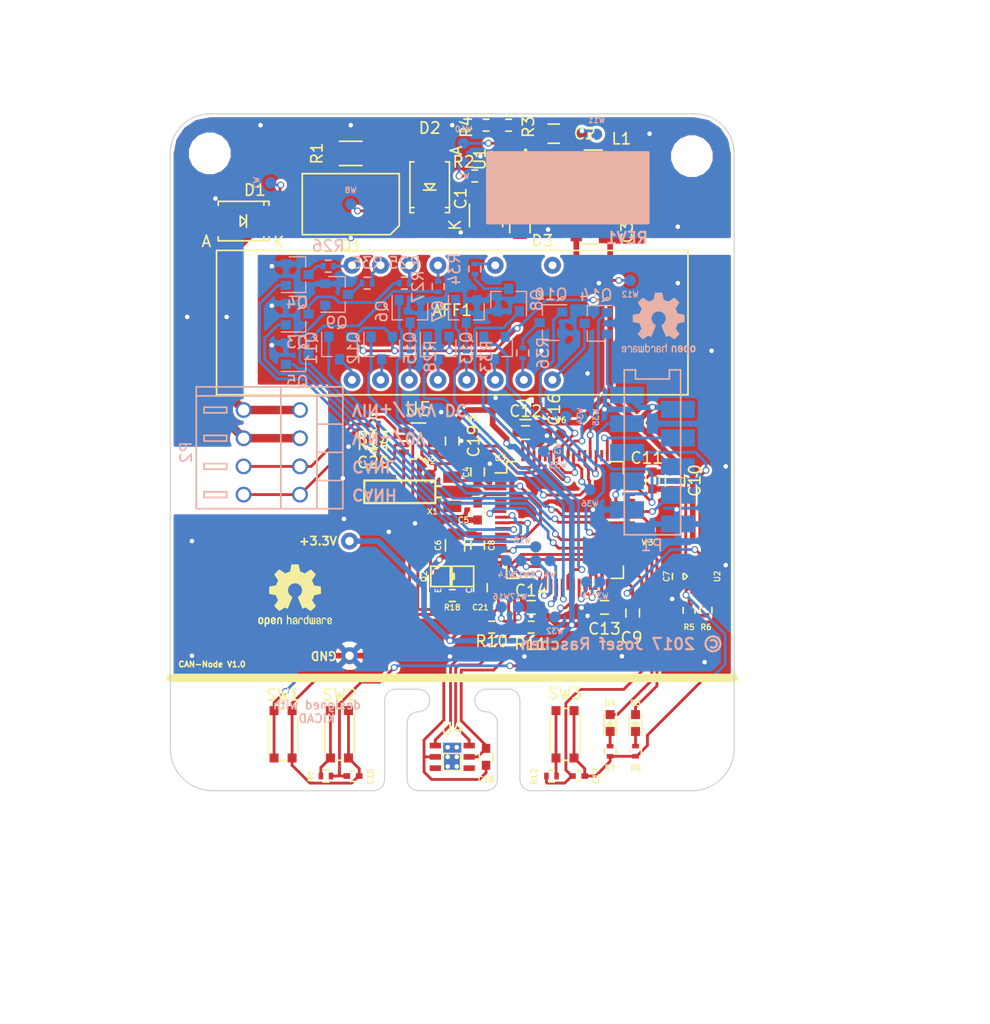
<source format=kicad_pcb>
(kicad_pcb (version 20160815) (host pcbnew no-vcs-found-7433~57~ubuntu16.10.1)
  (layers (0 F.Cu signal) (31 B.Cu signal) (34 B.Paste user) (35 F.Paste user) (36 B.SilkS user) (37 F.SilkS user) (38 B.Mask user) (39 F.Mask user) (44 Edge.Cuts user))
  (net 0 "")
  (net 1 "Net-(C1-Pad1)")
  (net 2 GND)
  (net 3 "Net-(C2-Pad1)")
  (net 4 "Net-(C2-Pad2)")
  (net 5 +3.3VADC)
  (net 6 "Net-(C4-Pad1)")
  (net 7 "Net-(C5-Pad1)")
  (net 8 "Net-(C9-Pad1)")
  (net 9 "Net-(C15-Pad1)")
  (net 10 "Net-(C17-Pad1)")
  (net 11 "Net-(C20-Pad1)")
  (net 12 "Net-(D2-Pad2)")
  (net 13 "Net-(D4-Pad2)")
  (net 14 "Net-(D4-Pad1)")
  (net 15 "Net-(D5-Pad2)")
  (net 16 "Net-(D5-Pad1)")
  (net 17 CANH_IN)
  (net 18 /Microcontroller/SWDIO)
  (net 19 /Microcontroller/SWCLK)
  (net 20 CANL_IN)
  (net 21 "Net-(R2-Pad2)")
  (net 22 "Net-(R3-Pad2)")
  (net 23 "Net-(R5-Pad2)")
  (net 24 "Net-(R9-Pad1)")
  (net 25 "Net-(R12-Pad1)")
  (net 26 VBAT)
  (net 27 "Net-(U3-Pad2)")
  (net 28 "Net-(U3-Pad5)")
  (net 29 "Net-(U3-Pad6)")
  (net 30 "Net-(U3-Pad41)")
  (net 31 "Net-(U3-Pad44)")
  (net 32 "Net-(U3-Pad45)")
  (net 33 "Net-(U3-Pad50)")
  (net 34 "Net-(U3-Pad54)")
  (net 35 "Net-(U3-Pad60)")
  (net 36 "Net-(U4-Pad3)")
  (net 37 "Net-(U4-Pad4)")
  (net 38 "Net-(R10-Pad2)")
  (net 39 "Net-(R11-Pad2)")
  (net 40 /Microcontroller/PB3)
  (net 41 /Microcontroller/PB2)
  (net 42 /Microcontroller/PB4)
  (net 43 /Microcontroller/PB7)
  (net 44 /Microcontroller/PB5)
  (net 45 /Microcontroller/PB6)
  (net 46 /Microcontroller/UART1_RX)
  (net 47 /Microcontroller/UART1_TX)
  (net 48 "Net-(P1-Pad5)")
  (net 49 "Net-(P1-Pad6)")
  (net 50 "Net-(U3-Pad61)")
  (net 51 "Net-(U3-Pad62)")
  (net 52 "Net-(AFF1-Pad1)")
  (net 53 "Net-(AFF1-Pad2)")
  (net 54 "Net-(AFF1-Pad3)")
  (net 55 "Net-(AFF1-Pad4)")
  (net 56 "Net-(AFF1-Pad5)")
  (net 57 "Net-(AFF1-Pad6)")
  (net 58 "Net-(AFF1-Pad7)")
  (net 59 "Net-(AFF1-Pad8)")
  (net 60 "Net-(AFF1-Pad11)")
  (net 61 "Net-(AFF1-Pad13)")
  (net 62 "Net-(AFF1-Pad14)")
  (net 63 "Net-(AFF1-Pad15)")
  (net 64 "Net-(AFF1-Pad16)")
  (net 65 "Net-(Q3-Pad3)")
  (net 66 "Net-(Q5-Pad3)")
  (net 67 "Net-(Q7-Pad3)")
  (net 68 "Net-(Q9-Pad3)")
  (net 69 PC0)
  (net 70 PC1)
  (net 71 PC2)
  (net 72 PC3)
  (net 73 PC12)
  (net 74 PC11)
  (net 75 PC10)
  (net 76 PC9)
  (net 77 PC8)
  (net 78 PC4)
  (net 79 PC5)
  (net 80 PC6)
  (net 81 PC7)
  (net 82 /Microcontroller/ADC_IN0)
  (net 83 "Net-(U3-Pad17)")
  (net 84 "Net-(Q4-Pad3)")
  (net 85 "Net-(Q6-Pad3)")
  (net 86 "Net-(Q8-Pad3)")
  (net 87 "Net-(Q10-Pad3)")
  (net 88 /Microcontroller/PA1)
  (net 89 /Microcontroller/PA2)
  (net 90 "Net-(U3-Pad20)")
  (net 91 "Net-(U3-Pad21)")
  (net 92 "Net-(U3-Pad22)")
  (net 93 "Net-(U3-Pad23)")
  (net 94 VIN+)
  (net 95 /Microcontroller/PB0)
  (net 96 /Microcontroller/PB1)
  (module can-node:TI-DDC (layer F.Cu) (at 150 69 180)
    (fp_text reference U1 (at 2.55 0 270) (layer F.SilkS))
    (fp_text value LMR16006)
    (pad 4 smd rect (at 0.95 -1.35 180) (size 0.6 1.1) (layers F.Cu F.Paste F.Mask) (net 21 "Net-(R2-Pad2)"))
    (pad 5 smd rect (at 0 -1.35 180) (size 0.6 1.1) (layers F.Cu F.Paste F.Mask) (net 1 "Net-(C1-Pad1)"))
    (pad 6 smd rect (at -0.95 -1.35 180) (size 0.6 1.1) (layers F.Cu F.Paste F.Mask) (net 3 "Net-(C2-Pad1)"))
    (pad 3 smd rect (at 0.95 1.35 180) (size 0.6 1.1) (layers F.Cu F.Paste F.Mask) (net 22 "Net-(R3-Pad2)"))
    (pad 2 smd rect (at 0 1.35 180) (size 0.6 1.1) (layers F.Cu F.Paste F.Mask) (net 2 GND))
    (pad 1 smd rect (at -0.95 1.35 180) (size 0.6 1.1) (layers F.Cu F.Paste F.Mask) (net 4 "Net-(C2-Pad2)"))
  )
  (module can-node:DMP6023LSS (layer F.Cu) (at 136 73 90)
    (fp_text reference Q1 (at -3.705 0 180) (layer F.SilkS))
    (fp_text value DMP6023LSS hide)
    (pad 4 smd rect (at 1.905 2.7 90) (size 0.6 2.2) (layers F.Cu F.Paste F.Mask) (net 12 "Net-(D2-Pad2)"))
    (pad 5 smd rect (at 1.905 -2.7 90) (size 0.6 2.2) (layers F.Cu F.Paste F.Mask) (net 94 VIN+))
    (pad 1 smd rect (at 0.635 2.7 90) (size 0.6 2.2) (layers F.Cu F.Paste F.Mask) (net 1 "Net-(C1-Pad1)"))
    (pad 5 smd rect (at 0.635 -2.7 90) (size 0.6 2.2) (layers F.Cu F.Paste F.Mask) (net 94 VIN+))
    (pad 1 smd rect (at -0.635 2.7 90) (size 0.6 2.2) (layers F.Cu F.Paste F.Mask) (net 1 "Net-(C1-Pad1)"))
    (pad 5 smd rect (at -0.635 -2.7 90) (size 0.6 2.2) (layers F.Cu F.Paste F.Mask) (net 94 VIN+))
    (pad 1 smd rect (at -1.905 2.7 90) (size 0.6 2.2) (layers F.Cu F.Paste F.Mask) (net 1 "Net-(C1-Pad1)"))
    (pad 5 smd rect (at -1.905 -2.7 90) (size 0.6 2.2) (layers F.Cu F.Paste F.Mask) (net 94 VIN+))
  )
  (module can-node:LTC-4627 (layer F.Cu) (at 145 83.5)
    (fp_text reference AFF1 (at 0 -1.1) (layer F.SilkS))
    (fp_text value LTC-4627)
    (pad 16 thru_hole circle (at -8.89 -5.08) (size 1.5 1.5) (drill 0.7) (layers *.Cu *.Mask) (net 64 "Net-(AFF1-Pad16)"))
    (pad 15 thru_hole circle (at -6.35 -5.08) (size 1.5 1.5) (drill 0.7) (layers *.Cu *.Mask) (net 63 "Net-(AFF1-Pad15)"))
    (pad 14 thru_hole circle (at -3.81 -5.08) (size 1.5 1.5) (drill 0.7) (layers *.Cu *.Mask) (net 62 "Net-(AFF1-Pad14)"))
    (pad 13 thru_hole circle (at -1.27 -5.08) (size 1.5 1.5) (drill 0.7) (layers *.Cu *.Mask) (net 61 "Net-(AFF1-Pad13)"))
    (pad 11 thru_hole circle (at 3.81 -5.08) (size 1.5 1.5) (drill 0.7) (layers *.Cu *.Mask) (net 60 "Net-(AFF1-Pad11)"))
    (pad 9 thru_hole circle (at 8.89 -5.08) (size 1.5 1.5) (drill 0.7) (layers *.Cu *.Mask))
    (pad 8 thru_hole circle (at 8.89 5.08) (size 1.5 1.5) (drill 0.7) (layers *.Cu *.Mask) (net 59 "Net-(AFF1-Pad8)"))
    (pad 7 thru_hole circle (at 6.35 5.08) (size 1.5 1.5) (drill 0.7) (layers *.Cu *.Mask) (net 58 "Net-(AFF1-Pad7)"))
    (pad 6 thru_hole circle (at 3.81 5.08) (size 1.5 1.5) (drill 0.7) (layers *.Cu *.Mask) (net 57 "Net-(AFF1-Pad6)"))
    (pad 5 thru_hole circle (at 1.27 5.08) (size 1.5 1.5) (drill 0.7) (layers *.Cu *.Mask) (net 56 "Net-(AFF1-Pad5)"))
    (pad 4 thru_hole circle (at -1.27 5.08) (size 1.5 1.5) (drill 0.7) (layers *.Cu *.Mask) (net 55 "Net-(AFF1-Pad4)"))
    (pad 3 thru_hole circle (at -3.81 5.08) (size 1.5 1.5) (drill 0.7) (layers *.Cu *.Mask) (net 54 "Net-(AFF1-Pad3)"))
    (pad 2 thru_hole circle (at -6.35 5.08) (size 1.5 1.5) (drill 0.7) (layers *.Cu *.Mask) (net 53 "Net-(AFF1-Pad2)"))
    (pad 1 thru_hole circle (at -8.89 5.08) (size 1.5 1.5) (drill 0.7) (layers *.Cu *.Mask) (net 52 "Net-(AFF1-Pad1)"))
  )
  (module CAN_Node:micromatch_smd_2x05 (layer B.Cu) (at 162.75 95 270)
    (fp_text reference P1 (at 8.25 0.05) (layer B.SilkS) (effects (justify mirror)))
    (fp_text value Debug hide)
    (pad 1 smd rect (at -5.08 2.25 270) (size 1.5 3) (layers B.Cu B.Paste B.Mask) (net 5 +3.3VADC))
    (pad 2 smd rect (at -3.81 -2.25 270) (size 1.5 3) (layers B.Cu B.Paste B.Mask) (net 5 +3.3VADC))
    (pad 3 smd rect (at -2.54 2.25 270) (size 1.5 3) (layers B.Cu B.Paste B.Mask) (net 18 /Microcontroller/SWDIO))
    (pad 4 smd rect (at -1.27 -2.25 270) (size 1.5 3) (layers B.Cu B.Paste B.Mask) (net 19 /Microcontroller/SWCLK))
    (pad 5 smd rect (at 0 2.25 270) (size 1.5 3) (layers B.Cu B.Paste B.Mask) (net 48 "Net-(P1-Pad5)"))
    (pad 6 smd rect (at 1.27 -2.25 270) (size 1.5 3) (layers B.Cu B.Paste B.Mask) (net 49 "Net-(P1-Pad6)"))
    (pad 7 smd rect (at 2.54 2.25 270) (size 1.5 3) (layers B.Cu B.Paste B.Mask) (net 46 /Microcontroller/UART1_RX))
    (pad 8 smd rect (at 3.81 -2.25 270) (size 1.5 3) (layers B.Cu B.Paste B.Mask) (net 47 /Microcontroller/UART1_TX))
    (pad 9 smd rect (at 5.08 2.25 270) (size 1.5 3) (layers B.Cu B.Paste B.Mask) (net 2 GND))
    (pad 10 smd rect (at 6.35 -2.25 270) (size 1.5 3) (layers B.Cu B.Paste B.Mask) (net 2 GND))
  )
  (module Capacitors_SMD:C_0603 (layer F.Cu) (at 145 94 270)
    (fp_text reference C19 (at 0 -1.9 270) (layer F.SilkS))
    (fp_text value 100n)
    (pad 1 smd rect (at -0.75 0 270) (size 0.8 0.75) (layers F.Cu F.Paste F.Mask) (net 5 +3.3VADC))
    (pad 2 smd rect (at 0.75 0 270) (size 0.8 0.75) (layers F.Cu F.Paste F.Mask) (net 2 GND))
  )
  (module Resistors_SMD:R_0402 (layer F.Cu) (at 138 92.5 180)
    (fp_text reference R14 (at 0 -1.8 180) (layer F.SilkS))
    (fp_text value "60.4 1%")
    (pad 2 smd rect (at 0.45 0 180) (size 0.4 0.6) (layers F.Cu F.Paste F.Mask) (net 20 CANL_IN))
    (pad 1 smd rect (at -0.45 0 180) (size 0.4 0.6) (layers F.Cu F.Paste F.Mask) (net 11 "Net-(C20-Pad1)"))
  )
  (module Resistors_SMD:R_0402 (layer F.Cu) (at 138 95.5)
    (fp_text reference R13 (at 0 -1.8) (layer F.SilkS))
    (fp_text value "60.4 1%")
    (pad 1 smd rect (at -0.45 0) (size 0.4 0.6) (layers F.Cu F.Paste F.Mask) (net 17 CANH_IN))
    (pad 2 smd rect (at 0.45 0) (size 0.4 0.6) (layers F.Cu F.Paste F.Mask) (net 11 "Net-(C20-Pad1)"))
  )
  (module Capacitors_SMD:C_0603 (layer F.Cu) (at 138 94 180)
    (fp_text reference C20 (at 0 -1.9 180) (layer F.SilkS))
    (fp_text value 4n7)
    (pad 2 smd rect (at 0.75 0 180) (size 0.8 0.75) (layers F.Cu F.Paste F.Mask) (net 2 GND))
    (pad 1 smd rect (at -0.75 0 180) (size 0.8 0.75) (layers F.Cu F.Paste F.Mask) (net 11 "Net-(C20-Pad1)"))
  )
  (module can-node:Crystal-MS1V-T1K (layer F.Cu) (at 145 98.5)
    (fp_text reference X1 (at -1.75 1.75) (layer F.SilkS) (effects (font (size 0.5 0.5) (thickness 0.1))))
    (fp_text value "32.768KHz 12.5pF")
    (pad "" smd rect (at -6.25 0) (size 2.5 3) (layers F.Cu F.Paste F.Mask))
    (pad 1 smd rect (at 0 1.3) (size 1.6 1) (layers F.Cu F.Paste F.Mask) (net 7 "Net-(C5-Pad1)"))
    (pad 2 smd rect (at 0 -1.3) (size 1.6 1) (layers F.Cu F.Paste F.Mask) (net 6 "Net-(C4-Pad1)"))
  )
  (module Symbols:OSHW-Logo2_7.3x6mm_SilkScreen (layer B.Cu) (at 163.3 83.6 180)
    (fp_text reference REF*** hide)
    (fp_text value OSHW-Logo2_7.3x6mm_SilkScreen hide)
  )
  (module Capacitors_SMD:C_0805 (layer F.Cu) (at 151.5 91.25)
    (fp_text reference C16 (at 2.55 -0.05 90) (layer F.SilkS))
    (fp_text value 4µ7)
    (pad 1 smd rect (at -1 0) (size 1 1.25) (layers F.Cu F.Paste F.Mask) (net 5 +3.3VADC))
    (pad 2 smd rect (at 1 0) (size 1 1.25) (layers F.Cu F.Paste F.Mask) (net 2 GND))
  )
  (module Housings_QFP:LQFP-64_10x10mm_Pitch0.5mm (layer F.Cu) (at 155 101)
    (fp_text reference U3 (at -5.75 -5.5) (layer F.SilkS) (effects (font (size 0.5 0.5) (thickness 0.1))))
    (fp_text value STM32F072RB)
    (pad 1 smd rect (at -5.7 -3.75) (size 1 0.25) (layers F.Cu F.Paste F.Mask) (net 26 VBAT))
    (pad 2 smd rect (at -5.7 -3.25) (size 1 0.25) (layers F.Cu F.Paste F.Mask) (net 27 "Net-(U3-Pad2)"))
    (pad 3 smd rect (at -5.7 -2.75) (size 1 0.25) (layers F.Cu F.Paste F.Mask) (net 6 "Net-(C4-Pad1)"))
    (pad 4 smd rect (at -5.7 -2.25) (size 1 0.25) (layers F.Cu F.Paste F.Mask) (net 7 "Net-(C5-Pad1)"))
    (pad 5 smd rect (at -5.7 -1.75) (size 1 0.25) (layers F.Cu F.Paste F.Mask) (net 28 "Net-(U3-Pad5)"))
    (pad 6 smd rect (at -5.7 -1.25) (size 1 0.25) (layers F.Cu F.Paste F.Mask) (net 29 "Net-(U3-Pad6)"))
    (pad 7 smd rect (at -5.7 -0.75) (size 1 0.25) (layers F.Cu F.Paste F.Mask) (net 8 "Net-(C9-Pad1)"))
    (pad 8 smd rect (at -5.7 -0.25) (size 1 0.25) (layers F.Cu F.Paste F.Mask) (net 69 PC0))
    (pad 9 smd rect (at -5.7 0.25) (size 1 0.25) (layers F.Cu F.Paste F.Mask) (net 70 PC1))
    (pad 10 smd rect (at -5.7 0.75) (size 1 0.25) (layers F.Cu F.Paste F.Mask) (net 71 PC2))
    (pad 11 smd rect (at -5.7 1.25) (size 1 0.25) (layers F.Cu F.Paste F.Mask) (net 72 PC3))
    (pad 12 smd rect (at -5.7 1.75) (size 1 0.25) (layers F.Cu F.Paste F.Mask) (net 2 GND))
    (pad 13 smd rect (at -5.7 2.25) (size 1 0.25) (layers F.Cu F.Paste F.Mask) (net 5 +3.3VADC))
    (pad 14 smd rect (at -5.7 2.75) (size 1 0.25) (layers F.Cu F.Paste F.Mask) (net 82 /Microcontroller/ADC_IN0))
    (pad 15 smd rect (at -5.7 3.25) (size 1 0.25) (layers F.Cu F.Paste F.Mask) (net 88 /Microcontroller/PA1))
    (pad 16 smd rect (at -5.7 3.75) (size 1 0.25) (layers F.Cu F.Paste F.Mask) (net 89 /Microcontroller/PA2))
    (pad 17 smd rect (at -3.75 5.7 90) (size 1 0.25) (layers F.Cu F.Paste F.Mask) (net 83 "Net-(U3-Pad17)"))
    (pad 18 smd rect (at -3.25 5.7 90) (size 1 0.25) (layers F.Cu F.Paste F.Mask) (net 2 GND))
    (pad 19 smd rect (at -2.75 5.7 90) (size 1 0.25) (layers F.Cu F.Paste F.Mask) (net 5 +3.3VADC))
    (pad 20 smd rect (at -2.25 5.7 90) (size 1 0.25) (layers F.Cu F.Paste F.Mask) (net 90 "Net-(U3-Pad20)"))
    (pad 21 smd rect (at -1.75 5.7 90) (size 1 0.25) (layers F.Cu F.Paste F.Mask) (net 91 "Net-(U3-Pad21)"))
    (pad 22 smd rect (at -1.25 5.7 90) (size 1 0.25) (layers F.Cu F.Paste F.Mask) (net 92 "Net-(U3-Pad22)"))
    (pad 23 smd rect (at -0.75 5.7 90) (size 1 0.25) (layers F.Cu F.Paste F.Mask) (net 93 "Net-(U3-Pad23)"))
    (pad 24 smd rect (at -0.25 5.7 90) (size 1 0.25) (layers F.Cu F.Paste F.Mask) (net 78 PC4))
    (pad 25 smd rect (at 0.25 5.7 90) (size 1 0.25) (layers F.Cu F.Paste F.Mask) (net 79 PC5))
    (pad 26 smd rect (at 0.75 5.7 90) (size 1 0.25) (layers F.Cu F.Paste F.Mask) (net 95 /Microcontroller/PB0))
    (pad 27 smd rect (at 1.25 5.7 90) (size 1 0.25) (layers F.Cu F.Paste F.Mask) (net 96 /Microcontroller/PB1))
    (pad 28 smd rect (at 1.75 5.7 90) (size 1 0.25) (layers F.Cu F.Paste F.Mask) (net 41 /Microcontroller/PB2))
    (pad 29 smd rect (at 2.25 5.7 90) (size 1 0.25) (layers F.Cu F.Paste F.Mask) (net 39 "Net-(R11-Pad2)"))
    (pad 30 smd rect (at 2.75 5.7 90) (size 1 0.25) (layers F.Cu F.Paste F.Mask) (net 38 "Net-(R10-Pad2)"))
    (pad 31 smd rect (at 3.25 5.7 90) (size 1 0.25) (layers F.Cu F.Paste F.Mask) (net 2 GND))
    (pad 32 smd rect (at 3.75 5.7 90) (size 1 0.25) (layers F.Cu F.Paste F.Mask) (net 5 +3.3VADC))
    (pad 33 smd rect (at 5.7 3.75) (size 1 0.25) (layers F.Cu F.Paste F.Mask) (net 9 "Net-(C15-Pad1)"))
    (pad 34 smd rect (at 5.7 3.25) (size 1 0.25) (layers F.Cu F.Paste F.Mask) (net 10 "Net-(C17-Pad1)"))
    (pad 35 smd rect (at 5.7 2.75) (size 1 0.25) (layers F.Cu F.Paste F.Mask) (net 13 "Net-(D4-Pad2)"))
    (pad 36 smd rect (at 5.7 2.25) (size 1 0.25) (layers F.Cu F.Paste F.Mask) (net 15 "Net-(D5-Pad2)"))
    (pad 37 smd rect (at 5.7 1.75) (size 1 0.25) (layers F.Cu F.Paste F.Mask) (net 80 PC6))
    (pad 38 smd rect (at 5.7 1.25) (size 1 0.25) (layers F.Cu F.Paste F.Mask) (net 81 PC7))
    (pad 39 smd rect (at 5.7 0.75) (size 1 0.25) (layers F.Cu F.Paste F.Mask) (net 77 PC8))
    (pad 40 smd rect (at 5.7 0.25) (size 1 0.25) (layers F.Cu F.Paste F.Mask) (net 76 PC9))
    (pad 41 smd rect (at 5.7 -0.25) (size 1 0.25) (layers F.Cu F.Paste F.Mask) (net 30 "Net-(U3-Pad41)"))
    (pad 42 smd rect (at 5.7 -0.75) (size 1 0.25) (layers F.Cu F.Paste F.Mask) (net 47 /Microcontroller/UART1_TX))
    (pad 43 smd rect (at 5.7 -1.25) (size 1 0.25) (layers F.Cu F.Paste F.Mask) (net 46 /Microcontroller/UART1_RX))
    (pad 44 smd rect (at 5.7 -1.75) (size 1 0.25) (layers F.Cu F.Paste F.Mask) (net 31 "Net-(U3-Pad44)"))
    (pad 45 smd rect (at 5.7 -2.25) (size 1 0.25) (layers F.Cu F.Paste F.Mask) (net 32 "Net-(U3-Pad45)"))
    (pad 46 smd rect (at 5.7 -2.75) (size 1 0.25) (layers F.Cu F.Paste F.Mask) (net 18 /Microcontroller/SWDIO))
    (pad 47 smd rect (at 5.7 -3.25) (size 1 0.25) (layers F.Cu F.Paste F.Mask) (net 2 GND))
    (pad 48 smd rect (at 5.7 -3.75) (size 1 0.25) (layers F.Cu F.Paste F.Mask) (net 5 +3.3VADC))
    (pad 49 smd rect (at 3.75 -5.7 90) (size 1 0.25) (layers F.Cu F.Paste F.Mask) (net 19 /Microcontroller/SWCLK))
    (pad 50 smd rect (at 3.25 -5.7 90) (size 1 0.25) (layers F.Cu F.Paste F.Mask) (net 33 "Net-(U3-Pad50)"))
    (pad 51 smd rect (at 2.75 -5.7 90) (size 1 0.25) (layers F.Cu F.Paste F.Mask) (net 75 PC10))
    (pad 52 smd rect (at 2.25 -5.7 90) (size 1 0.25) (layers F.Cu F.Paste F.Mask) (net 74 PC11))
    (pad 53 smd rect (at 1.75 -5.7 90) (size 1 0.25) (layers F.Cu F.Paste F.Mask) (net 73 PC12))
    (pad 54 smd rect (at 1.25 -5.7 90) (size 1 0.25) (layers F.Cu F.Paste F.Mask) (net 34 "Net-(U3-Pad54)"))
    (pad 55 smd rect (at 0.75 -5.7 90) (size 1 0.25) (layers F.Cu F.Paste F.Mask) (net 40 /Microcontroller/PB3))
    (pad 56 smd rect (at 0.25 -5.7 90) (size 1 0.25) (layers F.Cu F.Paste F.Mask) (net 42 /Microcontroller/PB4))
    (pad 57 smd rect (at -0.25 -5.7 90) (size 1 0.25) (layers F.Cu F.Paste F.Mask) (net 44 /Microcontroller/PB5))
    (pad 58 smd rect (at -0.75 -5.7 90) (size 1 0.25) (layers F.Cu F.Paste F.Mask) (net 45 /Microcontroller/PB6))
    (pad 59 smd rect (at -1.25 -5.7 90) (size 1 0.25) (layers F.Cu F.Paste F.Mask) (net 43 /Microcontroller/PB7))
    (pad 60 smd rect (at -1.75 -5.7 90) (size 1 0.25) (layers F.Cu F.Paste F.Mask) (net 35 "Net-(U3-Pad60)"))
    (pad 61 smd rect (at -2.25 -5.7 90) (size 1 0.25) (layers F.Cu F.Paste F.Mask) (net 50 "Net-(U3-Pad61)"))
    (pad 62 smd rect (at -2.75 -5.7 90) (size 1 0.25) (layers F.Cu F.Paste F.Mask) (net 51 "Net-(U3-Pad62)"))
    (pad 63 smd rect (at -3.25 -5.7 90) (size 1 0.25) (layers F.Cu F.Paste F.Mask) (net 2 GND))
    (pad 64 smd rect (at -3.75 -5.7 90) (size 1 0.25) (layers F.Cu F.Paste F.Mask) (net 5 +3.3VADC))
  )
  (module can-node:Measurement_Point_tiny (layer B.Cu) (at 128.9 71.1 270)
    (fp_text reference W7 (at 0 1.25 270) (layer B.SilkS) (effects (font (size 0.5 0.5) (thickness 0.1)) (justify mirror)))
    (fp_text value VINA hide)
    (pad 1 smd circle (at 0 0 270) (size 1 1) (layers B.Cu B.Mask) (net 94 VIN+))
  )
  (module can-node:Measurement_Point_tiny (layer B.Cu) (at 136 73 180)
    (fp_text reference W8 (at 0 1.25 180) (layer B.SilkS) (effects (font (size 0.5 0.5) (thickness 0.1)) (justify mirror)))
    (fp_text value VINB hide)
    (pad 1 smd circle (at 0 0 180) (size 1 1) (layers B.Cu B.Mask) (net 1 "Net-(C1-Pad1)"))
  )
  (module can-node:Measurement_Point_tiny (layer B.Cu) (at 157.8 66.8 180)
    (fp_text reference W11 (at 0 1.25 180) (layer B.SilkS) (effects (font (size 0.5 0.5) (thickness 0.1)) (justify mirror)))
    (fp_text value SW hide)
    (pad 1 smd circle (at 0 0 180) (size 1 1) (layers B.Cu B.Mask) (net 3 "Net-(C2-Pad1)"))
  )
  (module can-node:Measurement_Point_tiny (layer B.Cu) (at 146 67.6 180)
    (fp_text reference W10 (at 0 1.25 180) (layer B.SilkS) (effects (font (size 0.5 0.5) (thickness 0.1)) (justify mirror)))
    (fp_text value FB hide)
    (pad 1 smd circle (at 0 0 180) (size 1 1) (layers B.Cu B.Mask) (net 22 "Net-(R3-Pad2)"))
  )
  (module can-node:Measurement_Point_tiny (layer B.Cu) (at 146 69.25)
    (fp_text reference W9 (at 0 1.25) (layer B.SilkS) (effects (font (size 0.5 0.5) (thickness 0.1)) (justify mirror)))
    (fp_text value VINC hide)
    (pad 1 smd circle (at 0 0) (size 1 1) (layers B.Cu B.Mask) (net 1 "Net-(C1-Pad1)"))
  )
  (module can-node:Measurement_Point_tiny (layer B.Cu) (at 150.876 108.712)
    (fp_text reference W17 (at 0 -0.912) (layer B.SilkS) (effects (font (size 0.5 0.5) (thickness 0.1)) (justify mirror)))
    (fp_text value SCL hide)
    (pad 1 smd circle (at 0 0) (size 1 1) (layers B.Cu B.Mask) (net 39 "Net-(R11-Pad2)"))
  )
  (module can-node:Measurement_Point_tiny (layer B.Cu) (at 149.352 108.712)
    (fp_text reference W16 (at 0 -0.912) (layer B.SilkS) (effects (font (size 0.5 0.5) (thickness 0.1)) (justify mirror)))
    (fp_text value SDA hide)
    (pad 1 smd circle (at 0 0) (size 1 1) (layers B.Cu B.Mask) (net 38 "Net-(R10-Pad2)"))
  )
  (module Capacitors_SMD:C_0402 (layer F.Cu) (at 156.2 123.7)
    (fp_text reference C17 (at 1.55 0 90) (layer F.SilkS) (effects (font (size 0.5 0.5) (thickness 0.1))))
    (fp_text value 100n)
    (pad 1 smd rect (at -0.55 0) (size 0.6 0.5) (layers F.Cu F.Paste F.Mask) (net 10 "Net-(C17-Pad1)"))
    (pad 2 smd rect (at 0.55 0) (size 0.6 0.5) (layers F.Cu F.Paste F.Mask) (net 2 GND))
  )
  (module Mounting_Holes:MountingHole_3.2mm_M3 (layer F.Cu) (at 166.5 121.5)
    (fp_text reference REF** hide)
    (fp_text value MountingHole_3.2mm_M3)
    (pad 1 np_thru_hole circle (at 0 0) (size 3.2 3.2) (drill 3.2) (layers *.Cu *.Mask F.SilkS))
  )
  (module CAN_Node:TI-DCN (layer F.Cu) (at 142 94 90)
    (fp_text reference U5 (at 2.825 0 180) (layer F.SilkS) (effects (font (size 1.2 1.2))))
    (fp_text value TCAN334)
    (pad 8 smd rect (at -0.975 -1.3 90) (size 0.45 0.9) (layers F.Cu F.Paste F.Mask) (net 89 /Microcontroller/PA2))
    (pad 1 smd rect (at -0.975 1.3 90) (size 0.45 0.9) (layers F.Cu F.Paste F.Mask) (net 51 "Net-(U3-Pad62)"))
    (pad 7 smd rect (at -0.325 -1.3 90) (size 0.45 0.9) (layers F.Cu F.Paste F.Mask) (net 17 CANH_IN))
    (pad 2 smd rect (at -0.325 1.3 90) (size 0.45 0.9) (layers F.Cu F.Paste F.Mask) (net 2 GND))
    (pad 6 smd rect (at 0.325 -1.3 90) (size 0.45 0.9) (layers F.Cu F.Paste F.Mask) (net 20 CANL_IN))
    (pad 3 smd rect (at 0.325 1.3 90) (size 0.45 0.9) (layers F.Cu F.Paste F.Mask) (net 5 +3.3VADC))
    (pad 5 smd rect (at 0.975 -1.3 90) (size 0.45 0.9) (layers F.Cu F.Paste F.Mask) (net 88 /Microcontroller/PA1))
    (pad 4 smd rect (at 0.975 1.3 90) (size 0.45 0.9) (layers F.Cu F.Paste F.Mask) (net 50 "Net-(U3-Pad61)"))
  )
  (module Capacitors_SMD:C_1210 (layer F.Cu) (at 148 74 270)
    (fp_text reference C1 (at -1.5 2.25 270) (layer F.SilkS))
    (fp_text value 2.2µF)
    (pad 1 smd rect (at -1.5 0 270) (size 1 2.5) (layers F.Cu F.Paste F.Mask) (net 1 "Net-(C1-Pad1)"))
    (pad 2 smd rect (at 1.5 0 270) (size 1 2.5) (layers F.Cu F.Paste F.Mask) (net 2 GND))
  )
  (module Capacitors_SMD:C_0805 (layer F.Cu) (at 154 66.75 180)
    (fp_text reference C2 (at -2.75 0 180) (layer F.SilkS))
    (fp_text value "100n >10V")
    (pad 1 smd rect (at -1 0 180) (size 1 1.25) (layers F.Cu F.Paste F.Mask) (net 3 "Net-(C2-Pad1)"))
    (pad 2 smd rect (at 1 0 180) (size 1 1.25) (layers F.Cu F.Paste F.Mask) (net 4 "Net-(C2-Pad2)"))
  )
  (module Capacitors_SMD:C_1206 (layer F.Cu) (at 157.5 75.5 180)
    (fp_text reference C3 (at -3 0 270) (layer F.SilkS))
    (fp_text value 22µF)
    (pad 1 smd rect (at -1.5 0 180) (size 1 1.6) (layers F.Cu F.Paste F.Mask) (net 5 +3.3VADC))
    (pad 2 smd rect (at 1.5 0 180) (size 1 1.6) (layers F.Cu F.Paste F.Mask) (net 2 GND))
  )
  (module Capacitors_SMD:C_0805 (layer F.Cu) (at 145.25 103.25 90)
    (fp_text reference C6 (at 0 -1.5 90) (layer F.SilkS) (effects (font (size 0.5 0.5) (thickness 0.1))))
    (fp_text value 4µ7)
    (pad 1 smd rect (at -1 0 90) (size 1 1.25) (layers F.Cu F.Paste F.Mask) (net 5 +3.3VADC))
    (pad 2 smd rect (at 1 0 90) (size 1 1.25) (layers F.Cu F.Paste F.Mask) (net 2 GND))
  )
  (module Capacitors_SMD:C_0402 (layer F.Cu) (at 165 106 270)
    (fp_text reference C7 (at 0 1 90) (layer F.SilkS) (effects (font (size 0.5 0.5) (thickness 0.1))))
    (fp_text value 100n)
    (pad 1 smd rect (at -0.55 0 270) (size 0.6 0.5) (layers F.Cu F.Paste F.Mask) (net 5 +3.3VADC))
    (pad 2 smd rect (at 0.55 0 270) (size 0.6 0.5) (layers F.Cu F.Paste F.Mask) (net 2 GND))
  )
  (module Capacitors_SMD:C_0805 (layer F.Cu) (at 164.75 97.5 270)
    (fp_text reference C10 (at 0 -1.75 270) (layer F.SilkS))
    (fp_text value 4µ7)
    (pad 1 smd rect (at -1 0 270) (size 1 1.25) (layers F.Cu F.Paste F.Mask) (net 5 +3.3VADC))
    (pad 2 smd rect (at 1 0 270) (size 1 1.25) (layers F.Cu F.Paste F.Mask) (net 2 GND))
  )
  (module Capacitors_SMD:C_0402 (layer F.Cu) (at 136.2 123.7)
    (fp_text reference C15 (at 1.55 0.05 90) (layer F.SilkS) (effects (font (size 0.5 0.5) (thickness 0.1))))
    (fp_text value 100n)
    (pad 1 smd rect (at -0.55 0) (size 0.6 0.5) (layers F.Cu F.Paste F.Mask) (net 9 "Net-(C15-Pad1)"))
    (pad 2 smd rect (at 0.55 0) (size 0.6 0.5) (layers F.Cu F.Paste F.Mask) (net 2 GND))
  )
  (module Diodes_SMD:SMA_Handsoldering (layer F.Cu) (at 126.5 74.5 180)
    (fp_text reference D1 (at -1 2.75 180) (layer F.SilkS))
    (fp_text value 40.2V)
    (fp_text user K (at -3.1 -1.9 180) (layer F.SilkS))
    (fp_text user A (at 3.3 -1.8 180) (layer F.SilkS))
    (pad 1 smd rect (at -2.49936 0 180) (size 3.50012 1.80086) (layers F.Cu F.Paste F.Mask) (net 94 VIN+))
    (pad 2 smd rect (at 2.49936 0 180) (size 3.50012 1.80086) (layers F.Cu F.Paste F.Mask) (net 2 GND))
  )
  (module Diodes_SMD:SMA_Handsoldering (layer F.Cu) (at 143 71.5 90)
    (fp_text reference D2 (at 5.25 0 180) (layer F.SilkS))
    (fp_text value 10V)
    (fp_text user K (at -3.35 2.25 90) (layer F.SilkS))
    (fp_text user A (at 3.25 2.35 90) (layer F.SilkS))
    (pad 1 smd rect (at -2.49936 0 90) (size 3.50012 1.80086) (layers F.Cu F.Paste F.Mask) (net 1 "Net-(C1-Pad1)"))
    (pad 2 smd rect (at 2.49936 0 90) (size 3.50012 1.80086) (layers F.Cu F.Paste F.Mask) (net 12 "Net-(D2-Pad2)"))
  )
  (module Diodes_SMD:SOD-123 (layer F.Cu) (at 151 74 270)
    (fp_text reference D3 (at 2.25 -2) (layer F.SilkS))
    (fp_text value "0.57V 1A")
    (pad 2 smd rect (at 1.635 0 270) (size 0.91 1.22) (layers F.Cu F.Paste F.Mask) (net 2 GND))
    (pad 1 smd rect (at -1.635 0 270) (size 0.91 1.22) (layers F.Cu F.Paste F.Mask) (net 3 "Net-(C2-Pad1)"))
  )
  (module LEDs:LED_0603 (layer F.Cu) (at 159 119 90)
    (fp_text reference D4 (at 1.75 0 180) (layer F.SilkS) (effects (font (size 0.5 0.5) (thickness 0.1))))
    (fp_text value red)
    (pad 2 smd rect (at 0.7493 0 270) (size 0.79756 0.79756) (layers F.Cu F.Paste F.Mask) (net 13 "Net-(D4-Pad2)"))
    (pad 1 smd rect (at -0.7493 0 270) (size 0.79756 0.79756) (layers F.Cu F.Paste F.Mask) (net 14 "Net-(D4-Pad1)"))
  )
  (module LEDs:LED_0603 (layer F.Cu) (at 161.25 119.0007 90)
    (fp_text reference D5 (at 1.7507 0 180) (layer F.SilkS) (effects (font (size 0.5 0.5) (thickness 0.1))))
    (fp_text value red)
    (pad 2 smd rect (at 0.7493 0 270) (size 0.79756 0.79756) (layers F.Cu F.Paste F.Mask) (net 15 "Net-(D5-Pad2)"))
    (pad 1 smd rect (at -0.7493 0 270) (size 0.79756 0.79756) (layers F.Cu F.Paste F.Mask) (net 16 "Net-(D5-Pad1)"))
  )
  (module CAN_Node:SDE0604A_HandSoldering (layer F.Cu) (at 157.5 71)
    (fp_text reference L1 (at 2.5 -3.8) (layer F.SilkS))
    (fp_text value "27µH 220mΩ")
    (pad 1 smd rect (at -2.6 0) (size 3.5 5.5) (layers F.Cu F.Paste F.Mask) (net 3 "Net-(C2-Pad1)"))
    (pad 2 smd rect (at 2.6 0) (size 3.5 5.5) (layers F.Cu F.Paste F.Mask) (net 5 +3.3VADC))
  )
  (module Resistors_SMD:R_1206 (layer F.Cu) (at 136 68.5 180)
    (fp_text reference R1 (at 3 0 270) (layer F.SilkS))
    (fp_text value 100k)
    (pad 1 smd rect (at -1.45 0 180) (size 0.9 1.7) (layers F.Cu F.Paste F.Mask) (net 12 "Net-(D2-Pad2)"))
    (pad 2 smd rect (at 1.45 0 180) (size 0.9 1.7) (layers F.Cu F.Paste F.Mask) (net 2 GND))
  )
  (module Resistors_SMD:R_0402 (layer F.Cu) (at 147 70.5)
    (fp_text reference R2 (at -1 -1.25) (layer F.SilkS))
    (fp_text value 100k)
    (pad 1 smd rect (at -0.45 0) (size 0.4 0.6) (layers F.Cu F.Paste F.Mask) (net 1 "Net-(C1-Pad1)"))
    (pad 2 smd rect (at 0.45 0) (size 0.4 0.6) (layers F.Cu F.Paste F.Mask) (net 21 "Net-(R2-Pad2)"))
  )
  (module Resistors_SMD:R_0402 (layer F.Cu) (at 150 66 180)
    (fp_text reference R3 (at -1.75 -0.15 270) (layer F.SilkS))
    (fp_text value "28k 1%")
    (pad 1 smd rect (at -0.45 0 180) (size 0.4 0.6) (layers F.Cu F.Paste F.Mask) (net 5 +3.3VADC))
    (pad 2 smd rect (at 0.45 0 180) (size 0.4 0.6) (layers F.Cu F.Paste F.Mask) (net 22 "Net-(R3-Pad2)"))
  )
  (module Resistors_SMD:R_0402 (layer F.Cu) (at 148 66 180)
    (fp_text reference R4 (at 1.75 -0.15 -90) (layer F.SilkS))
    (fp_text value "8.45k 1%")
    (pad 1 smd rect (at -0.45 0 180) (size 0.4 0.6) (layers F.Cu F.Paste F.Mask) (net 22 "Net-(R3-Pad2)"))
    (pad 2 smd rect (at 0.45 0 180) (size 0.4 0.6) (layers F.Cu F.Paste F.Mask) (net 2 GND))
  )
  (module Resistors_SMD:R_0402 (layer F.Cu) (at 166 109 90)
    (fp_text reference R5 (at -1.5 0 180) (layer F.SilkS) (effects (font (size 0.5 0.5) (thickness 0.1))))
    (fp_text value 10k)
    (pad 1 smd rect (at -0.45 0 90) (size 0.4 0.6) (layers F.Cu F.Paste F.Mask) (net 5 +3.3VADC))
    (pad 2 smd rect (at 0.45 0 90) (size 0.4 0.6) (layers F.Cu F.Paste F.Mask) (net 23 "Net-(R5-Pad2)"))
  )
  (module Resistors_SMD:R_0402 (layer F.Cu) (at 167.5 109 90)
    (fp_text reference R6 (at -1.5 0 180) (layer F.SilkS) (effects (font (size 0.5 0.5) (thickness 0.1))))
    (fp_text value 10k)
    (pad 1 smd rect (at -0.45 0 90) (size 0.4 0.6) (layers F.Cu F.Paste F.Mask) (net 5 +3.3VADC))
    (pad 2 smd rect (at 0.45 0 90) (size 0.4 0.6) (layers F.Cu F.Paste F.Mask) (net 48 "Net-(P1-Pad5)"))
  )
  (module Resistors_SMD:R_0402 (layer F.Cu) (at 159 121.5 90)
    (fp_text reference R7 (at -1.5 0 180) (layer F.SilkS) (effects (font (size 0.5 0.5) (thickness 0.1))))
    (fp_text value 220)
    (pad 1 smd rect (at -0.45 0 90) (size 0.4 0.6) (layers F.Cu F.Paste F.Mask) (net 2 GND))
    (pad 2 smd rect (at 0.45 0 90) (size 0.4 0.6) (layers F.Cu F.Paste F.Mask) (net 14 "Net-(D4-Pad1)"))
  )
  (module Resistors_SMD:R_0402 (layer F.Cu) (at 161.25 121.5 90)
    (fp_text reference R8 (at -1.5 0 180) (layer F.SilkS) (effects (font (size 0.5 0.5) (thickness 0.1))))
    (fp_text value 220)
    (pad 1 smd rect (at -0.45 0 90) (size 0.4 0.6) (layers F.Cu F.Paste F.Mask) (net 2 GND))
    (pad 2 smd rect (at 0.45 0 90) (size 0.4 0.6) (layers F.Cu F.Paste F.Mask) (net 16 "Net-(D5-Pad1)"))
  )
  (module Resistors_SMD:R_0402 (layer F.Cu) (at 133.8 123.7)
    (fp_text reference R9 (at -1.3 0.05 90) (layer F.SilkS) (effects (font (size 0.5 0.5) (thickness 0.1))))
    (fp_text value 220)
    (pad 1 smd rect (at -0.45 0) (size 0.4 0.6) (layers F.Cu F.Paste F.Mask) (net 24 "Net-(R9-Pad1)"))
    (pad 2 smd rect (at 0.45 0) (size 0.4 0.6) (layers F.Cu F.Paste F.Mask) (net 9 "Net-(C15-Pad1)"))
  )
  (module Resistors_SMD:R_0402 (layer F.Cu) (at 148.5 110.5)
    (fp_text reference R10 (at 0 1.25) (layer F.SilkS))
    (fp_text value 3k3)
    (pad 1 smd rect (at -0.45 0) (size 0.4 0.6) (layers F.Cu F.Paste F.Mask) (net 5 +3.3VADC))
    (pad 2 smd rect (at 0.45 0) (size 0.4 0.6) (layers F.Cu F.Paste F.Mask) (net 38 "Net-(R10-Pad2)"))
  )
  (module Resistors_SMD:R_0402 (layer F.Cu) (at 152 110.5 180)
    (fp_text reference R11 (at 0.05 -1.5) (layer F.SilkS))
    (fp_text value 3k3)
    (pad 1 smd rect (at -0.45 0 180) (size 0.4 0.6) (layers F.Cu F.Paste F.Mask) (net 5 +3.3VADC))
    (pad 2 smd rect (at 0.45 0 180) (size 0.4 0.6) (layers F.Cu F.Paste F.Mask) (net 39 "Net-(R11-Pad2)"))
  )
  (module Resistors_SMD:R_0402 (layer F.Cu) (at 153.8 123.7 180)
    (fp_text reference R12 (at 1.55 -0.05 270) (layer F.SilkS) (effects (font (size 0.5 0.5) (thickness 0.1))))
    (fp_text value 220)
    (pad 1 smd rect (at -0.45 0 180) (size 0.4 0.6) (layers F.Cu F.Paste F.Mask) (net 25 "Net-(R12-Pad1)"))
    (pad 2 smd rect (at 0.45 0 180) (size 0.4 0.6) (layers F.Cu F.Paste F.Mask) (net 10 "Net-(C17-Pad1)"))
  )
  (module CAN_Node:KMR2 (layer F.Cu) (at 135 120 90)
    (fp_text reference SW2 (at 3.5 0 180) (layer F.SilkS))
    (fp_text value SW_PUSH)
    (pad 1 smd rect (at -2.1 0.8 90) (size 0.8 0.8) (layers F.Cu F.Paste F.Mask) (net 2 GND))
    (pad 2 smd rect (at 2.1 -0.8 90) (size 0.8 0.8) (layers F.Cu F.Paste F.Mask) (net 24 "Net-(R9-Pad1)"))
    (pad 2 smd rect (at -2.1 -0.8 90) (size 0.8 0.8) (layers F.Cu F.Paste F.Mask) (net 24 "Net-(R9-Pad1)"))
    (pad 1 smd rect (at 2.1 0.8 90) (size 0.8 0.8) (layers F.Cu F.Paste F.Mask) (net 2 GND))
  )
  (module CAN_Node:KMR2 (layer F.Cu) (at 155 120 90)
    (fp_text reference SW3 (at 3.6 0 180) (layer F.SilkS))
    (fp_text value SW_PUSH)
    (pad 1 smd rect (at -2.1 0.8 90) (size 0.8 0.8) (layers F.Cu F.Paste F.Mask) (net 2 GND))
    (pad 2 smd rect (at 2.1 -0.8 90) (size 0.8 0.8) (layers F.Cu F.Paste F.Mask) (net 25 "Net-(R12-Pad1)"))
    (pad 2 smd rect (at -2.1 -0.8 90) (size 0.8 0.8) (layers F.Cu F.Paste F.Mask) (net 25 "Net-(R12-Pad1)"))
    (pad 1 smd rect (at 2.1 0.8 90) (size 0.8 0.8) (layers F.Cu F.Paste F.Mask) (net 2 GND))
  )
  (module CAN_Node:TI-DCK (layer F.Cu) (at 166.95 106)
    (fp_text reference U2 (at 1.55 0 90) (layer F.SilkS) (effects (font (size 0.5 0.5) (thickness 0.1))))
    (fp_text value SN74LVC1G08)
    (pad 5 smd rect (at -0.65 -1.1) (size 0.4 0.9) (layers F.Cu F.Paste F.Mask) (net 5 +3.3VADC))
    (pad 1 smd rect (at -0.65 1.1) (size 0.4 0.9) (layers F.Cu F.Paste F.Mask) (net 23 "Net-(R5-Pad2)"))
    (pad 2 smd rect (at 0 1.1) (size 0.4 0.9) (layers F.Cu F.Paste F.Mask) (net 48 "Net-(P1-Pad5)"))
    (pad 4 smd rect (at 0.65 -1.1) (size 0.4 0.9) (layers F.Cu F.Paste F.Mask) (net 8 "Net-(C9-Pad1)"))
    (pad 3 smd rect (at 0.65 1.1) (size 0.4 0.9) (layers F.Cu F.Paste F.Mask) (net 2 GND))
  )
  (module Symbols:OSHW-Logo2_7.3x6mm_SilkScreen (layer F.Cu) (at 131.064 107.696)
    (fp_text reference REF*** hide)
    (fp_text value OSHW-Logo2_7.3x6mm_SilkScreen hide)
  )
  (module CAN_Node:HDC1080 (layer F.Cu) (at 145 122 270)
    (fp_text reference U4 (at -2.5 0) (layer F.SilkS))
    (fp_text value HDC1080)
    (pad 1 smd rect (at -1 1.5 270) (size 0.5 1) (layers F.Cu F.Paste F.Mask) (net 38 "Net-(R10-Pad2)"))
    (pad 2 smd rect (at 0 1.5 270) (size 0.5 1) (layers F.Cu F.Paste F.Mask) (net 2 GND))
    (pad 3 smd rect (at 1 1.5 270) (size 0.5 1) (layers F.Cu F.Paste F.Mask) (net 36 "Net-(U4-Pad3)"))
    (pad 6 smd rect (at -1 -1.5 270) (size 0.5 1) (layers F.Cu F.Paste F.Mask) (net 39 "Net-(R11-Pad2)"))
    (pad 5 smd rect (at 0 -1.5 270) (size 0.5 1) (layers F.Cu F.Paste F.Mask) (net 5 +3.3VADC))
    (pad 4 smd rect (at 1 -1.5 270) (size 0.5 1) (layers F.Cu F.Paste F.Mask) (net 37 "Net-(U4-Pad4)"))
    (pad "" smd rect (at 0 0 270) (size 2.5 1.6) (layers F.Cu F.Paste F.Mask))
    (pad "" smd rect (at 0 0 270) (size 2.5 1.6) (layers B.Cu B.Paste B.Mask))
    (pad "" thru_hole circle (at -0.85 -0.4 270) (size 0.6 0.6) (drill 0.4) (layers *.Cu *.Mask))
    (pad "" thru_hole circle (at 0.85 -0.4 270) (size 0.6 0.6) (drill 0.4) (layers *.Cu *.Mask))
    (pad "" thru_hole circle (at 0 -0.4) (size 0.6 0.6) (drill 0.4) (layers *.Cu *.Mask))
    (pad "" thru_hole circle (at -0.85 0.4 270) (size 0.6 0.6) (drill 0.4) (layers *.Cu *.Mask))
    (pad "" thru_hole circle (at 0.85 0.4 270) (size 0.6 0.6) (drill 0.4) (layers *.Cu *.Mask))
    (pad "" thru_hole circle (at 0 0.4 270) (size 0.6 0.6) (drill 0.4) (layers *.Cu *.Mask))
  )
  (module Mounting_Holes:MountingHole_3.2mm_M3 (layer F.Cu) (at 166.25 68.75)
    (fp_text reference REF** hide)
    (fp_text value MountingHole_3.2mm_M3)
    (pad 1 np_thru_hole circle (at 0 0) (size 3.2 3.2) (drill 3.2) (layers *.Cu *.Mask F.SilkS))
  )
  (module Mounting_Holes:MountingHole_3.2mm_M3 (layer F.Cu) (at 123.5 68.5)
    (fp_text reference REF** hide)
    (fp_text value MountingHole_3.2mm_M3)
    (pad 1 np_thru_hole circle (at 0 0) (size 3.2 3.2) (drill 3.2) (layers *.Cu *.Mask F.SilkS))
  )
  (module Mounting_Holes:MountingHole_3.2mm_M3 (layer F.Cu) (at 123.5 121.5)
    (fp_text reference REF** hide)
    (fp_text value MountingHole_3.2mm_M3)
    (pad 1 np_thru_hole circle (at 0 0) (size 3.2 3.2) (drill 3.2) (layers *.Cu *.Mask F.SilkS))
  )
  (module can-node:SFH3711 (layer F.Cu) (at 145 106 270)
    (fp_text reference Q2 (at 0 2.5 270) (layer F.SilkS) (effects (font (size 0.5 0.5) (thickness 0.1))))
    (fp_text value SFH3711 hide)
    (fp_text user C (at 1.25 -1.5 270) (layer F.SilkS) (effects (font (size 0.5 0.5) (thickness 0.1))))
    (fp_text user E (at 1.25 1.25 270) (layer F.SilkS) (effects (font (size 0.5 0.5) (thickness 0.1))))
    (pad 1 smd rect (at 0 -1.1 270) (size 1.25 1) (layers F.Cu F.Paste F.Mask) (net 5 +3.3VADC))
    (pad 2 smd rect (at 0 1.1 270) (size 1.25 1) (layers F.Cu F.Paste F.Mask) (net 82 /Microcontroller/ADC_IN0))
  )
  (module Resistors_SMD:R_0402 (layer F.Cu) (at 145 107.7)
    (fp_text reference R18 (at 0 1.05) (layer F.SilkS) (effects (font (size 0.5 0.5) (thickness 0.1))))
    (fp_text value 4.7k)
    (pad 2 smd rect (at 0.45 0) (size 0.4 0.6) (layers F.Cu F.Paste F.Mask) (net 2 GND))
    (pad 1 smd rect (at -0.45 0) (size 0.4 0.6) (layers F.Cu F.Paste F.Mask) (net 82 /Microcontroller/ADC_IN0))
  )
  (module Capacitors_SMD:C_0603 (layer F.Cu) (at 147.25 103.25 90)
    (fp_text reference C8 (at 0 1.25 90) (layer F.SilkS) (effects (font (size 0.5 0.5) (thickness 0.1))))
    (fp_text value 100n)
    (pad 2 smd rect (at 0.75 0 90) (size 0.8 0.75) (layers F.Cu F.Paste F.Mask) (net 2 GND))
    (pad 1 smd rect (at -0.75 0 90) (size 0.8 0.75) (layers F.Cu F.Paste F.Mask) (net 5 +3.3VADC))
  )
  (module Capacitors_SMD:C_0603 (layer F.Cu) (at 161 109.25 270)
    (fp_text reference C9 (at 2.2 0.1 180) (layer F.SilkS))
    (fp_text value 100n)
    (pad 2 smd rect (at 0.75 0 270) (size 0.8 0.75) (layers F.Cu F.Paste F.Mask) (net 2 GND))
    (pad 1 smd rect (at -0.75 0 270) (size 0.8 0.75) (layers F.Cu F.Paste F.Mask) (net 8 "Net-(C9-Pad1)"))
  )
  (module Capacitors_SMD:C_0603 (layer F.Cu) (at 151.5 93.25)
    (fp_text reference C12 (at 0 -1.9) (layer F.SilkS))
    (fp_text value 100n)
    (pad 1 smd rect (at -0.75 0) (size 0.8 0.75) (layers F.Cu F.Paste F.Mask) (net 5 +3.3VADC))
    (pad 2 smd rect (at 0.75 0) (size 0.8 0.75) (layers F.Cu F.Paste F.Mask) (net 2 GND))
  )
  (module Capacitors_SMD:C_0603 (layer F.Cu) (at 158.5 108.75 180)
    (fp_text reference C13 (at 0 -1.9 180) (layer F.SilkS))
    (fp_text value 100n)
    (pad 2 smd rect (at 0.75 0 180) (size 0.8 0.75) (layers F.Cu F.Paste F.Mask) (net 2 GND))
    (pad 1 smd rect (at -0.75 0 180) (size 0.8 0.75) (layers F.Cu F.Paste F.Mask) (net 5 +3.3VADC))
  )
  (module Capacitors_SMD:C_0603 (layer F.Cu) (at 152 108.75 180)
    (fp_text reference C14 (at 0 1.5 180) (layer F.SilkS))
    (fp_text value 100n)
    (pad 1 smd rect (at -0.75 0 180) (size 0.8 0.75) (layers F.Cu F.Paste F.Mask) (net 5 +3.3VADC))
    (pad 2 smd rect (at 0.75 0 180) (size 0.8 0.75) (layers F.Cu F.Paste F.Mask) (net 2 GND))
  )
  (module Capacitors_SMD:C_0603 (layer F.Cu) (at 148 122 270)
    (fp_text reference C18 (at 2 0) (layer F.SilkS) (effects (font (size 0.5 0.5) (thickness 0.1))))
    (fp_text value 100n)
    (pad 2 smd rect (at 0.75 0 270) (size 0.8 0.75) (layers F.Cu F.Paste F.Mask) (net 2 GND))
    (pad 1 smd rect (at -0.75 0 270) (size 0.8 0.75) (layers F.Cu F.Paste F.Mask) (net 5 +3.3VADC))
  )
  (module Capacitors_SMD:C_0603 (layer F.Cu) (at 147.5 107 270)
    (fp_text reference C21 (at 1.75 0) (layer F.SilkS) (effects (font (size 0.5 0.5) (thickness 0.1))))
    (fp_text value 100n)
    (pad 1 smd rect (at -0.75 0 270) (size 0.8 0.75) (layers F.Cu F.Paste F.Mask) (net 82 /Microcontroller/ADC_IN0))
    (pad 2 smd rect (at 0.75 0 270) (size 0.8 0.75) (layers F.Cu F.Paste F.Mask) (net 2 GND))
  )
  (module Capacitors_SMD:C_0603 (layer F.Cu) (at 147.25 96.75 90)
    (fp_text reference C4 (at 0 -1 270) (layer F.SilkS) (effects (font (size 0.5 0.5) (thickness 0.1))))
    (fp_text value 15p)
    (pad 1 smd rect (at -0.75 0 90) (size 0.8 0.75) (layers F.Cu F.Paste F.Mask) (net 6 "Net-(C4-Pad1)"))
    (pad 2 smd rect (at 0.75 0 90) (size 0.8 0.75) (layers F.Cu F.Paste F.Mask) (net 2 GND))
  )
  (module Capacitors_SMD:C_0603 (layer F.Cu) (at 147.25 100.25 270)
    (fp_text reference C5 (at 0.75 1.25) (layer F.SilkS) (effects (font (size 0.5 0.5) (thickness 0.1))))
    (fp_text value 15p)
    (pad 1 smd rect (at -0.75 0 270) (size 0.8 0.75) (layers F.Cu F.Paste F.Mask) (net 7 "Net-(C5-Pad1)"))
    (pad 2 smd rect (at 0.75 0 270) (size 0.8 0.75) (layers F.Cu F.Paste F.Mask) (net 2 GND))
  )
  (module Capacitors_SMD:C_0603 (layer F.Cu) (at 162.75 97.5 270)
    (fp_text reference C11 (at -2 0.5) (layer F.SilkS))
    (fp_text value 100n)
    (pad 2 smd rect (at 0.75 0 270) (size 0.8 0.75) (layers F.Cu F.Paste F.Mask) (net 2 GND))
    (pad 1 smd rect (at -0.75 0 270) (size 0.8 0.75) (layers F.Cu F.Paste F.Mask) (net 5 +3.3VADC))
  )
  (module TO_SOT_Packages_SMD:SOT-23 (layer B.Cu) (at 131.25 82.75)
    (fp_text reference Q3 (at 0 2.5) (layer B.SilkS) (effects (justify mirror)))
    (fp_text value BSS138)
    (pad 1 smd rect (at -1 0.95) (size 0.9 0.8) (layers B.Cu B.Paste B.Mask) (net 69 PC0))
    (pad 2 smd rect (at -1 -0.95) (size 0.9 0.8) (layers B.Cu B.Paste B.Mask) (net 2 GND))
    (pad 3 smd rect (at 1 0) (size 0.9 0.8) (layers B.Cu B.Paste B.Mask) (net 65 "Net-(Q3-Pad3)"))
  )
  (module TO_SOT_Packages_SMD:SOT-23 (layer B.Cu) (at 131.25 79.25)
    (fp_text reference Q4 (at 0 2.5) (layer B.SilkS) (effects (justify mirror)))
    (fp_text value BSS138)
    (pad 3 smd rect (at 1 0) (size 0.9 0.8) (layers B.Cu B.Paste B.Mask) (net 84 "Net-(Q4-Pad3)"))
    (pad 2 smd rect (at -1 -0.95) (size 0.9 0.8) (layers B.Cu B.Paste B.Mask) (net 2 GND))
    (pad 1 smd rect (at -1 0.95) (size 0.9 0.8) (layers B.Cu B.Paste B.Mask) (net 70 PC1))
  )
  (module TO_SOT_Packages_SMD:SOT-23 (layer B.Cu) (at 131.25 86.25)
    (fp_text reference Q5 (at 0 2.5) (layer B.SilkS) (effects (justify mirror)))
    (fp_text value BSS138)
    (pad 1 smd rect (at -1 0.95) (size 0.9 0.8) (layers B.Cu B.Paste B.Mask) (net 71 PC2))
    (pad 2 smd rect (at -1 -0.95) (size 0.9 0.8) (layers B.Cu B.Paste B.Mask) (net 2 GND))
    (pad 3 smd rect (at 1 0) (size 0.9 0.8) (layers B.Cu B.Paste B.Mask) (net 66 "Net-(Q5-Pad3)"))
  )
  (module TO_SOT_Packages_SMD:SOT-23 (layer B.Cu) (at 141.25 82.5 270)
    (fp_text reference Q6 (at 0 2.5 270) (layer B.SilkS) (effects (justify mirror)))
    (fp_text value BSS138)
    (pad 3 smd rect (at 1 0 270) (size 0.9 0.8) (layers B.Cu B.Paste B.Mask) (net 85 "Net-(Q6-Pad3)"))
    (pad 2 smd rect (at -1 -0.95 270) (size 0.9 0.8) (layers B.Cu B.Paste B.Mask) (net 2 GND))
    (pad 1 smd rect (at -1 0.95 270) (size 0.9 0.8) (layers B.Cu B.Paste B.Mask) (net 72 PC3))
  )
  (module TO_SOT_Packages_SMD:SOT-23 (layer B.Cu) (at 146.25 82.5 270)
    (fp_text reference Q7 (at 0 2.5 270) (layer B.SilkS) (effects (justify mirror)))
    (fp_text value BSS138)
    (pad 1 smd rect (at -1 0.95 270) (size 0.9 0.8) (layers B.Cu B.Paste B.Mask) (net 78 PC4))
    (pad 2 smd rect (at -1 -0.95 270) (size 0.9 0.8) (layers B.Cu B.Paste B.Mask) (net 2 GND))
    (pad 3 smd rect (at 1 0 270) (size 0.9 0.8) (layers B.Cu B.Paste B.Mask) (net 67 "Net-(Q7-Pad3)"))
  )
  (module TO_SOT_Packages_SMD:SOT-23 (layer B.Cu) (at 150 81.5 90)
    (fp_text reference Q8 (at 0 2.5 90) (layer B.SilkS) (effects (justify mirror)))
    (fp_text value BSS138)
    (pad 3 smd rect (at 1 0 90) (size 0.9 0.8) (layers B.Cu B.Paste B.Mask) (net 86 "Net-(Q8-Pad3)"))
    (pad 2 smd rect (at -1 -0.95 90) (size 0.9 0.8) (layers B.Cu B.Paste B.Mask) (net 2 GND))
    (pad 1 smd rect (at -1 0.95 90) (size 0.9 0.8) (layers B.Cu B.Paste B.Mask) (net 79 PC5))
  )
  (module TO_SOT_Packages_SMD:SOT-23 (layer B.Cu) (at 134.75 81)
    (fp_text reference Q9 (at 0 2.5) (layer B.SilkS) (effects (justify mirror)))
    (fp_text value BSS138)
    (pad 1 smd rect (at -1 0.95) (size 0.9 0.8) (layers B.Cu B.Paste B.Mask) (net 80 PC6))
    (pad 2 smd rect (at -1 -0.95) (size 0.9 0.8) (layers B.Cu B.Paste B.Mask) (net 2 GND))
    (pad 3 smd rect (at 1 0) (size 0.9 0.8) (layers B.Cu B.Paste B.Mask) (net 68 "Net-(Q9-Pad3)"))
  )
  (module TO_SOT_Packages_SMD:SOT-23 (layer B.Cu) (at 153.75 83.5 180)
    (fp_text reference Q10 (at 0 2.5 180) (layer B.SilkS) (effects (justify mirror)))
    (fp_text value BSS138)
    (pad 3 smd rect (at 1 0 180) (size 0.9 0.8) (layers B.Cu B.Paste B.Mask) (net 87 "Net-(Q10-Pad3)"))
    (pad 2 smd rect (at -1 -0.95 180) (size 0.9 0.8) (layers B.Cu B.Paste B.Mask) (net 2 GND))
    (pad 1 smd rect (at -1 0.95 180) (size 0.9 0.8) (layers B.Cu B.Paste B.Mask) (net 81 PC7))
  )
  (module TO_SOT_Packages_SMD:SOT-23 (layer B.Cu) (at 135 85.75 270)
    (fp_text reference Q11 (at 0 2.5 270) (layer B.SilkS) (effects (justify mirror)))
    (fp_text value BSS84P)
    (pad 1 smd rect (at -1 0.95 270) (size 0.9 0.8) (layers B.Cu B.Paste B.Mask) (net 77 PC8))
    (pad 2 smd rect (at -1 -0.95 270) (size 0.9 0.8) (layers B.Cu B.Paste B.Mask) (net 5 +3.3VADC))
    (pad 3 smd rect (at 1 0 270) (size 0.9 0.8) (layers B.Cu B.Paste B.Mask) (net 52 "Net-(AFF1-Pad1)"))
  )
  (module TO_SOT_Packages_SMD:SOT-23 (layer B.Cu) (at 138.75 85.75 270)
    (fp_text reference Q12 (at 0 2.5 270) (layer B.SilkS) (effects (justify mirror)))
    (fp_text value BSS84P)
    (pad 3 smd rect (at 1 0 270) (size 0.9 0.8) (layers B.Cu B.Paste B.Mask) (net 53 "Net-(AFF1-Pad2)"))
    (pad 2 smd rect (at -1 -0.95 270) (size 0.9 0.8) (layers B.Cu B.Paste B.Mask) (net 5 +3.3VADC))
    (pad 1 smd rect (at -1 0.95 270) (size 0.9 0.8) (layers B.Cu B.Paste B.Mask) (net 76 PC9))
  )
  (module TO_SOT_Packages_SMD:SOT-23 (layer B.Cu) (at 148.75 85.75 270)
    (fp_text reference Q13 (at 0 2.5 270) (layer B.SilkS) (effects (justify mirror)))
    (fp_text value BSS84P)
    (pad 3 smd rect (at 1 0 270) (size 0.9 0.8) (layers B.Cu B.Paste B.Mask) (net 57 "Net-(AFF1-Pad6)"))
    (pad 2 smd rect (at -1 -0.95 270) (size 0.9 0.8) (layers B.Cu B.Paste B.Mask) (net 5 +3.3VADC))
    (pad 1 smd rect (at -1 0.95 270) (size 0.9 0.8) (layers B.Cu B.Paste B.Mask) (net 75 PC10))
  )
  (module TO_SOT_Packages_SMD:SOT-23 (layer B.Cu) (at 157.734 83.566 180)
    (fp_text reference Q14 (at 0 2.5 180) (layer B.SilkS) (effects (justify mirror)))
    (fp_text value BSS84P)
    (pad 3 smd rect (at 1 0 180) (size 0.9 0.8) (layers B.Cu B.Paste B.Mask) (net 59 "Net-(AFF1-Pad8)"))
    (pad 2 smd rect (at -1 -0.95 180) (size 0.9 0.8) (layers B.Cu B.Paste B.Mask) (net 5 +3.3VADC))
    (pad 1 smd rect (at -1 0.95 180) (size 0.9 0.8) (layers B.Cu B.Paste B.Mask) (net 74 PC11))
  )
  (module TO_SOT_Packages_SMD:SOT-23 (layer B.Cu) (at 143.75 85.75 270)
    (fp_text reference Q15 (at 0 2.5 270) (layer B.SilkS) (effects (justify mirror)))
    (fp_text value BSS84P)
    (pad 1 smd rect (at -1 0.95 270) (size 0.9 0.8) (layers B.Cu B.Paste B.Mask) (net 73 PC12))
    (pad 2 smd rect (at -1 -0.95 270) (size 0.9 0.8) (layers B.Cu B.Paste B.Mask) (net 5 +3.3VADC))
    (pad 3 smd rect (at 1 0 270) (size 0.9 0.8) (layers B.Cu B.Paste B.Mask) (net 55 "Net-(AFF1-Pad4)"))
  )
  (module Resistors_SMD:R_0402 (layer B.Cu) (at 140.75 80 180)
    (fp_text reference R25 (at 0 1.8 180) (layer B.SilkS) (effects (justify mirror)))
    (fp_text value 120)
    (pad 1 smd rect (at -0.45 0 180) (size 0.4 0.6) (layers B.Cu B.Paste B.Mask) (net 62 "Net-(AFF1-Pad14)"))
    (pad 2 smd rect (at 0.45 0 180) (size 0.4 0.6) (layers B.Cu B.Paste B.Mask) (net 65 "Net-(Q3-Pad3)"))
  )
  (module Resistors_SMD:R_0402 (layer B.Cu) (at 134 78.5 180)
    (fp_text reference R26 (at 0 1.8 180) (layer B.SilkS) (effects (justify mirror)))
    (fp_text value 120)
    (pad 2 smd rect (at 0.45 0 180) (size 0.4 0.6) (layers B.Cu B.Paste B.Mask) (net 84 "Net-(Q4-Pad3)"))
    (pad 1 smd rect (at -0.45 0 180) (size 0.4 0.6) (layers B.Cu B.Paste B.Mask) (net 64 "Net-(AFF1-Pad16)"))
  )
  (module Resistors_SMD:R_0402 (layer B.Cu) (at 143.75 80.3 270)
    (fp_text reference R27 (at 0 1.8 270) (layer B.SilkS) (effects (justify mirror)))
    (fp_text value 120)
    (pad 1 smd rect (at -0.45 0 270) (size 0.4 0.6) (layers B.Cu B.Paste B.Mask) (net 61 "Net-(AFF1-Pad13)"))
    (pad 2 smd rect (at 0.45 0 270) (size 0.4 0.6) (layers B.Cu B.Paste B.Mask) (net 66 "Net-(Q5-Pad3)"))
  )
  (module Resistors_SMD:R_0402 (layer B.Cu) (at 141.25 86.5 90)
    (fp_text reference R28 (at 0 1.8 90) (layer B.SilkS) (effects (justify mirror)))
    (fp_text value 120)
    (pad 2 smd rect (at 0.45 0 90) (size 0.4 0.6) (layers B.Cu B.Paste B.Mask) (net 85 "Net-(Q6-Pad3)"))
    (pad 1 smd rect (at -0.45 0 90) (size 0.4 0.6) (layers B.Cu B.Paste B.Mask) (net 54 "Net-(AFF1-Pad3)"))
  )
  (module Resistors_SMD:R_0402 (layer B.Cu) (at 146.25 86.5 90)
    (fp_text reference R33 (at 0 1.8 90) (layer B.SilkS) (effects (justify mirror)))
    (fp_text value 120)
    (pad 2 smd rect (at 0.45 0 90) (size 0.4 0.6) (layers B.Cu B.Paste B.Mask) (net 67 "Net-(Q7-Pad3)"))
    (pad 1 smd rect (at -0.45 0 90) (size 0.4 0.6) (layers B.Cu B.Paste B.Mask) (net 56 "Net-(AFF1-Pad5)"))
  )
  (module Resistors_SMD:R_0402 (layer B.Cu) (at 147 78.75 270)
    (fp_text reference R34 (at 0 1.8 270) (layer B.SilkS) (effects (justify mirror)))
    (fp_text value 120)
    (pad 1 smd rect (at -0.45 0 270) (size 0.4 0.6) (layers B.Cu B.Paste B.Mask) (net 60 "Net-(AFF1-Pad11)"))
    (pad 2 smd rect (at 0.45 0 270) (size 0.4 0.6) (layers B.Cu B.Paste B.Mask) (net 86 "Net-(Q8-Pad3)"))
  )
  (module Resistors_SMD:R_0402 (layer B.Cu) (at 137.45 80 180)
    (fp_text reference R35 (at 0 1.8 180) (layer B.SilkS) (effects (justify mirror)))
    (fp_text value 120)
    (pad 2 smd rect (at 0.45 0 180) (size 0.4 0.6) (layers B.Cu B.Paste B.Mask) (net 68 "Net-(Q9-Pad3)"))
    (pad 1 smd rect (at -0.45 0 180) (size 0.4 0.6) (layers B.Cu B.Paste B.Mask) (net 63 "Net-(AFF1-Pad15)"))
  )
  (module Resistors_SMD:R_0402 (layer B.Cu) (at 151.25 86.2 90)
    (fp_text reference R36 (at 0 1.8 90) (layer B.SilkS) (effects (justify mirror)))
    (fp_text value 120)
    (pad 1 smd rect (at -0.45 0 90) (size 0.4 0.6) (layers B.Cu B.Paste B.Mask) (net 58 "Net-(AFF1-Pad7)"))
    (pad 2 smd rect (at 0.45 0 90) (size 0.4 0.6) (layers B.Cu B.Paste B.Mask) (net 87 "Net-(Q10-Pad3)"))
  )
  (module can-node:Measurement_Point_tiny (layer F.Cu) (at 146.812 93.218)
    (fp_text reference W1 (at 0 -1.25) (layer F.SilkS) (effects (font (size 0.5 0.5) (thickness 0.1))))
    (fp_text value CAN_TX hide)
    (pad 1 smd circle (at 0 0) (size 1 1) (layers F.Cu F.Mask) (net 51 "Net-(U3-Pad62)"))
  )
  (module can-node:Measurement_Point_tiny (layer F.Cu) (at 143.002 97.028)
    (fp_text reference W2 (at 0 -1.25) (layer F.SilkS) (effects (font (size 0.5 0.5) (thickness 0.1))))
    (fp_text value CAN_RX hide)
    (pad 1 smd circle (at 0 0) (size 1 1) (layers F.Cu F.Mask) (net 50 "Net-(U3-Pad61)"))
  )
  (module can-node:Measurement_Point_tiny (layer F.Cu) (at 162.306 101.854)
    (fp_text reference W3 (at 0 1.146) (layer F.SilkS) (effects (font (size 0.5 0.5) (thickness 0.1))))
    (fp_text value PA8 hide)
    (pad 1 smd circle (at 0 0) (size 1 1) (layers F.Cu F.Mask) (net 30 "Net-(U3-Pad41)"))
  )
  (module can-node:Measurement_Point_tiny (layer F.Cu) (at 154.6 93.4)
    (fp_text reference W6 (at 0 -1.25) (layer F.SilkS) (effects (font (size 0.5 0.5) (thickness 0.1))))
    (fp_text value BOOT0 hide)
    (pad 1 smd circle (at 0 0) (size 1 1) (layers F.Cu F.Mask) (net 35 "Net-(U3-Pad60)"))
  )
  (module can-node:Measurement_Point_tiny (layer B.Cu) (at 160.782 79.756)
    (fp_text reference W12 (at 0 1.25) (layer B.SilkS) (effects (font (size 0.5 0.5) (thickness 0.1)) (justify mirror)))
    (fp_text value +3.3V hide)
    (pad 1 smd circle (at 0 0) (size 1 1) (layers B.Cu B.Mask) (net 5 +3.3VADC))
  )
  (module can-node:Measurement_Point_tiny (layer B.Cu) (at 152.4 103.378)
    (fp_text reference W18 (at -1.2 -0.578) (layer B.SilkS) (effects (font (size 0.5 0.5) (thickness 0.1)) (justify mirror)))
    (fp_text value LSENS hide)
    (pad 1 smd circle (at 0 0) (size 1 1) (layers B.Cu B.Mask) (net 82 /Microcontroller/ADC_IN0))
  )
  (module can-node:WAGO_218-104 (layer B.Cu) (at 129 95 270)
    (fp_text reference P2 (at 0 7.6 270) (layer B.SilkS) (effects (justify mirror)))
    (fp_text value CONN_01X04)
    (pad 1 thru_hole circle (at -3.75 2.5 270) (size 1.4 1.4) (drill 1) (layers *.Cu *.Mask) (net 94 VIN+))
    (pad 2 thru_hole circle (at -1.25 2.5 270) (size 1.4 1.4) (drill 1) (layers *.Cu *.Mask) (net 2 GND))
    (pad 3 thru_hole circle (at 1.25 2.5 270) (size 1.4 1.4) (drill 1) (layers *.Cu *.Mask) (net 20 CANL_IN))
    (pad 4 thru_hole circle (at 3.75 2.5 270) (size 1.4 1.4) (drill 1) (layers *.Cu *.Mask) (net 17 CANH_IN))
    (pad 1 thru_hole circle (at -3.75 -2.5 270) (size 1.4 1.4) (drill 1) (layers *.Cu *.Mask) (net 94 VIN+))
    (pad 2 thru_hole circle (at -1.25 -2.5 270) (size 1.4 1.4) (drill 1) (layers *.Cu *.Mask) (net 2 GND))
    (pad 3 thru_hole circle (at 1.25 -2.5 270) (size 1.4 1.4) (drill 1) (layers *.Cu *.Mask) (net 20 CANL_IN))
    (pad 4 thru_hole circle (at 3.75 -2.5 270) (size 1.4 1.4) (drill 1) (layers *.Cu *.Mask) (net 17 CANH_IN))
  )
  (module can-node:Measurement_Point_tiny (layer B.Cu) (at 153.67 104.6)
    (fp_text reference W4 (at 0 1.25) (layer B.SilkS) (effects (font (size 0.5 0.5) (thickness 0.1)) (justify mirror)))
    (fp_text value PA7 hide)
    (pad 1 smd circle (at 0 0) (size 1 1) (layers B.Cu B.Mask) (net 93 "Net-(U3-Pad23)"))
  )
  (module can-node:Measurement_Point_tiny (layer B.Cu) (at 152.4 104.6)
    (fp_text reference W5 (at 0 1.25) (layer B.SilkS) (effects (font (size 0.5 0.5) (thickness 0.1)) (justify mirror)))
    (fp_text value PA6 hide)
    (pad 1 smd circle (at 0 0) (size 1 1) (layers B.Cu B.Mask) (net 92 "Net-(U3-Pad22)"))
  )
  (module can-node:Measurement_Point_tiny (layer B.Cu) (at 151.1 104.6)
    (fp_text reference W13 (at 0 1.25) (layer B.SilkS) (effects (font (size 0.5 0.5) (thickness 0.1)) (justify mirror)))
    (fp_text value PA5 hide)
    (pad 1 smd circle (at 0 0) (size 1 1) (layers B.Cu B.Mask) (net 91 "Net-(U3-Pad21)"))
  )
  (module can-node:Measurement_Point_tiny (layer B.Cu) (at 149.8 104.6)
    (fp_text reference W14 (at 0 1.25) (layer B.SilkS) (effects (font (size 0.5 0.5) (thickness 0.1)) (justify mirror)))
    (fp_text value PA4 hide)
    (pad 1 smd circle (at 0 0) (size 1 1) (layers B.Cu B.Mask) (net 90 "Net-(U3-Pad20)"))
  )
  (module can-node:TH-Pad_1.5mm (layer F.Cu) (at 135.89 102.87 90)
    (fp_text reference W15 hide)
    (fp_text value TEST_1P hide)
    (pad 1 thru_hole circle (at 0 0 90) (size 1.5 1.5) (drill 0.75) (layers *.Cu *.Mask) (net 5 +3.3VADC))
  )
  (module can-node:KMR2 (layer F.Cu) (at 130 120 270)
    (fp_text reference SW1 (at -3.5 0) (layer F.SilkS))
    (fp_text value SW_PUSH)
    (pad 1 smd rect (at -2.1 0.8 270) (size 0.8 0.8) (layers F.Cu F.Paste F.Mask) (net 23 "Net-(R5-Pad2)"))
    (pad 2 smd rect (at 2.1 -0.8 270) (size 0.8 0.8) (layers F.Cu F.Paste F.Mask) (net 2 GND))
    (pad 2 smd rect (at -2.1 -0.8 270) (size 0.8 0.8) (layers F.Cu F.Paste F.Mask) (net 2 GND))
    (pad 1 smd rect (at 2.1 0.8 270) (size 0.8 0.8) (layers F.Cu F.Paste F.Mask) (net 23 "Net-(R5-Pad2)"))
  )
  (module can-node:Measurement_Point_tiny (layer B.Cu) (at 158.1 106.5)
    (fp_text reference W30 (at 0 1.25) (layer B.SilkS) (effects (font (size 0.5 0.5) (thickness 0.1)) (justify mirror)))
    (fp_text value PB2 hide)
    (pad 1 smd circle (at 0 0) (size 1 1) (layers B.Cu B.Mask) (net 41 /Microcontroller/PB2))
  )
  (module can-node:Measurement_Point_tiny (layer B.Cu) (at 156.9 106.5)
    (fp_text reference W31 (at 0 1.25) (layer B.SilkS) (effects (font (size 0.5 0.5) (thickness 0.1)) (justify mirror)))
    (fp_text value PB1 hide)
    (pad 1 smd circle (at 0 0) (size 1 1) (layers B.Cu B.Mask) (net 96 /Microcontroller/PB1))
  )
  (module can-node:Measurement_Point_tiny (layer B.Cu) (at 154.1 109.6)
    (fp_text reference W32 (at 0 1.25) (layer B.SilkS) (effects (font (size 0.5 0.5) (thickness 0.1)) (justify mirror)))
    (fp_text value PB0 hide)
    (pad 1 smd circle (at 0 0) (size 1 1) (layers B.Cu B.Mask) (net 95 /Microcontroller/PB0))
  )
  (module can-node:Measurement_Point_tiny (layer B.Cu) (at 154.4 94.9)
    (fp_text reference W33 (at 0 1.25) (layer B.SilkS) (effects (font (size 0.5 0.5) (thickness 0.1)) (justify mirror)))
    (fp_text value PB hide)
    (pad 1 smd circle (at 0 0) (size 1 1) (layers B.Cu B.Mask) (net 45 /Microcontroller/PB6))
  )
  (module can-node:Measurement_Point_tiny (layer B.Cu) (at 155.1 91.8 90)
    (fp_text reference W34 (at 0 1.25 90) (layer B.SilkS) (effects (font (size 0.5 0.5) (thickness 0.1)) (justify mirror)))
    (fp_text value PB hide)
    (pad 1 smd circle (at 0 0 90) (size 1 1) (layers B.Cu B.Mask) (net 44 /Microcontroller/PB5))
  )
  (module can-node:Measurement_Point_tiny (layer B.Cu) (at 156.5 91.9 90)
    (fp_text reference W35 (at 0 1.25 90) (layer B.SilkS) (effects (font (size 0.5 0.5) (thickness 0.1)) (justify mirror)))
    (fp_text value PB hide)
    (pad 1 smd circle (at 0 0 90) (size 1 1) (layers B.Cu B.Mask) (net 42 /Microcontroller/PB4))
  )
  (module can-node:Measurement_Point_tiny (layer B.Cu) (at 157.2 98.3)
    (fp_text reference W36 (at 0 1.25) (layer B.SilkS) (effects (font (size 0.5 0.5) (thickness 0.1)) (justify mirror)))
    (fp_text value PB hide)
    (pad 1 smd circle (at 0 0) (size 1 1) (layers B.Cu B.Mask) (net 40 /Microcontroller/PB3))
  )
  (module can-node:Measurement_Point_tiny (layer B.Cu) (at 153.1 94.9 90)
    (fp_text reference W37 (at 0 1.25 90) (layer B.SilkS) (effects (font (size 0.5 0.5) (thickness 0.1)) (justify mirror)))
    (fp_text value PB hide)
    (pad 1 smd circle (at 0 0 90) (size 1 1) (layers B.Cu B.Mask) (net 43 /Microcontroller/PB7))
  )
  (module can-node:TH-Pad_1.5mm (layer F.Cu) (at 135.89 113.03)
    (fp_text reference W19 hide)
    (fp_text value TEST_1P hide)
    (pad 1 thru_hole circle (at 0 0) (size 1.5 1.5) (drill 0.75) (layers *.Cu *.Mask) (net 2 GND))
  )
  (gr_text "CAN-Node V1.0" (at 123.698 113.792) (layer F.SilkS) (effects (font (size 0.5 0.5) (thickness 0.125))))
  (gr_text +3.3V (at 133.096 102.87) (layer F.SilkS) (effects (font (size 0.75 0.75))))
  (gr_text GND (at 133.604 113.03 180) (layer F.SilkS) (effects (font (size 0.75 0.75))))
  (gr_text "designed with\nKiCAD" (at 133 118) (layer B.SilkS) (effects (font (size 0.75 0.75)) (justify mirror)))
  (gr_text "VIN+/24V DC" (at 136 91.25 180) (layer B.SilkS) (effects (font (size 1 1) (thickness 0.2)) (justify left mirror)))
  (gr_text VIN-/0V (at 136 93.75 180) (layer B.SilkS) (effects (font (size 1 1) (thickness 0.2)) (justify left mirror)))
  (gr_text CANL (at 136 96.25 180) (layer B.SilkS) (effects (font (size 1 1) (thickness 0.2)) (justify left mirror)))
  (gr_text CANH (at 136 98.75 180) (layer B.SilkS) (effects (font (size 1 1) (thickness 0.2)) (justify left mirror)))
  (gr_text REV1 (at 160.5 76) (layer B.SilkS) (effects (font (size 1 1) (thickness 0.2)) (justify mirror)))
  (gr_text "© 2017 Josef Raschen" (at 160 112) (layer B.SilkS) (effects (font (size 1 1) (thickness 0.2)) (justify mirror)))
  (gr_arc (start 148 119) (end 148 118) (angle 90) (layer Edge.Cuts) (width 0.1))
  (gr_arc (start 142 119) (end 141 119) (angle 90) (layer Edge.Cuts) (width 0.1))
  (gr_arc (start 152 124) (end 151 124) (angle -90) (layer Edge.Cuts) (width 0.1))
  (gr_arc (start 138 124) (end 139 124) (angle 90) (layer Edge.Cuts) (width 0.1))
  (gr_arc (start 148 124) (end 149 124) (angle 90) (layer Edge.Cuts) (width 0.1))
  (gr_arc (start 142 124) (end 142 125) (angle 90) (layer Edge.Cuts) (width 0.1))
  (gr_line (start 148 116) (end 150 116) (layer Edge.Cuts) (width 0.1))
  (gr_arc (start 150 117) (end 150 116) (angle 90) (layer Edge.Cuts) (width 0.1))
  (gr_arc (start 148 117) (end 148 118) (angle 180) (layer Edge.Cuts) (width 0.1))
  (gr_arc (start 142 117) (end 142 116) (angle 180) (layer Edge.Cuts) (width 0.1))
  (gr_arc (start 140 117) (end 139 117) (angle 90) (layer Edge.Cuts) (width 0.1))
  (gr_arc (start 123.75 121.25) (end 123.75 125) (angle 90) (layer Edge.Cuts) (width 0.1))
  (gr_arc (start 166.25 121.25) (end 170 121.25) (angle 90) (layer Edge.Cuts) (width 0.1))
  (gr_arc (start 123.5 68.5) (end 120 68.5) (angle 90) (layer Edge.Cuts) (width 0.1))
  (gr_arc (start 166.5 68.5) (end 166.5 65) (angle 90) (layer Edge.Cuts) (width 0.1))
  (gr_line (start 120 115) (end 170 115) (layer F.SilkS) (width 0.75))
  (gr_line (start 152 125) (end 166.25 125) (layer Edge.Cuts) (width 0.1))
  (gr_line (start 142 125) (end 148 125) (layer Edge.Cuts) (width 0.1))
  (gr_line (start 151 124) (end 151 117) (layer Edge.Cuts) (width 0.1))
  (gr_line (start 139 117) (end 139 124) (layer Edge.Cuts) (width 0.1))
  (gr_line (start 142 116) (end 140 116) (layer Edge.Cuts) (width 0.1))
  (gr_line (start 149 119) (end 149 124) (layer Edge.Cuts) (width 0.1))
  (gr_line (start 141 124) (end 141 119) (layer Edge.Cuts) (width 0.1))
  (gr_line (start 138 125) (end 123.75 125) (layer Edge.Cuts) (width 0.1))
  (gr_line (start 170 68.5) (end 170 121.25) (layer Edge.Cuts) (width 0.1))
  (gr_line (start 123.5 65) (end 166.5 65) (layer Edge.Cuts) (width 0.1))
  (gr_line (start 120 121.25) (end 120 68.5) (layer Edge.Cuts) (width 0.1))
  (segment (start 145.6 70.5) (end 145.6 69.65) (width 0.25) (layer B.Cu) (net 1))
  (segment (start 145.6 69.65) (end 146 69.25) (width 0.25) (layer B.Cu) (net 1))
  (segment (start 146.55 70.5) (end 145.6 70.5) (width 0.25) (layer F.Cu) (net 1))
  (via (at 145.6 70.5) (size 0.6) (drill 0.4) (layers F.Cu B.Cu) (net 1))
  (segment (start 136.6 73.6) (end 138.665 73.6) (width 0.25) (layer F.Cu) (net 1))
  (segment (start 138.665 73.6) (end 138.7 73.635) (width 0.25) (layer F.Cu) (net 1))
  (segment (start 136 73) (end 136.6 73.6) (width 0.25) (layer B.Cu) (net 1))
  (via (at 136.6 73.6) (size 0.6) (drill 0.4) (layers F.Cu B.Cu) (net 1))
  (segment (start 150 70.35) (end 150 71.4) (width 0.5) (layer F.Cu) (net 1))
  (segment (start 150 71.4) (end 148.9 72.5) (width 0.5) (layer F.Cu) (net 1))
  (segment (start 148.9 72.5) (end 148 72.5) (width 0.5) (layer F.Cu) (net 1))
  (segment (start 146.55 70.5) (end 146.55 71.05) (width 0.5) (layer F.Cu) (net 1))
  (segment (start 146.55 71.05) (end 148 72.5) (width 0.5) (layer F.Cu) (net 1))
  (segment (start 143 73.99936) (end 147.50064 73.99936) (width 0.5) (layer F.Cu) (net 1))
  (segment (start 147.50064 73.99936) (end 148 73.5) (width 0.5) (layer F.Cu) (net 1))
  (segment (start 148 73.5) (end 148 72.5) (width 0.5) (layer F.Cu) (net 1))
  (segment (start 138.7 72.365) (end 141.36564 72.365) (width 0.5) (layer F.Cu) (net 1))
  (segment (start 141.36564 72.365) (end 143 73.99936) (width 0.5) (layer F.Cu) (net 1))
  (segment (start 138.7 74.905) (end 142.09436 74.905) (width 0.5) (layer F.Cu) (net 1))
  (segment (start 142.09436 74.905) (end 143 73.99936) (width 0.5) (layer F.Cu) (net 1))
  (segment (start 138.7 72.365) (end 138.7 73.635) (width 0.5) (layer F.Cu) (net 1))
  (segment (start 138.7 74.905) (end 138.7 73.635) (width 0.5) (layer F.Cu) (net 1))
  (segment (start 142.63564 74.635) (end 143 74.99936) (width 0.5) (layer F.Cu) (net 1))
  (segment (start 121.92 113.03) (end 121.92 102.87) (width 0.5) (layer B.Cu) (net 2))
  (via (at 121.92 102.87) (size 0.6) (drill 0.4) (layers F.Cu B.Cu) (net 2))
  (segment (start 133.35 113.03) (end 121.92 113.03) (width 0.5) (layer F.Cu) (net 2))
  (via (at 121.92 113.03) (size 0.6) (drill 0.4) (layers F.Cu B.Cu) (net 2))
  (segment (start 160.274 96.012) (end 160.274 92.964) (width 0.5) (layer F.Cu) (net 2))
  (segment (start 160.274 92.964) (end 158.496 91.186) (width 0.5) (layer F.Cu) (net 2))
  (via (at 158.496 91.186) (size 0.6) (drill 0.4) (layers F.Cu B.Cu) (net 2))
  (segment (start 157.779999 98.506001) (end 160.274 96.012) (width 0.5) (layer F.Cu) (net 2))
  (segment (start 157.48 100.076) (end 157.779999 99.776001) (width 0.5) (layer F.Cu) (net 2))
  (segment (start 157.779999 99.776001) (end 157.779999 98.506001) (width 0.5) (layer F.Cu) (net 2))
  (via (at 157.48 100.076) (size 0.6) (drill 0.4) (layers F.Cu B.Cu) (net 2))
  (segment (start 169.25 101.3) (end 169.25 102.87) (width 0.5) (layer B.Cu) (net 2))
  (segment (start 169.25 102.87) (end 169.25 105) (width 0.5) (layer B.Cu) (net 2))
  (segment (start 169.25 102.87) (end 160.274 102.87) (width 0.5) (layer B.Cu) (net 2))
  (segment (start 160.274 102.87) (end 157.48 100.076) (width 0.5) (layer B.Cu) (net 2))
  (via (at 156.466279 108.783658) (size 0.6) (drill 0.4) (layers F.Cu B.Cu) (net 2))
  (segment (start 156.499937 108.75) (end 156.466279 108.783658) (width 0.25) (layer F.Cu) (net 2))
  (segment (start 157.75 108.75) (end 156.499937 108.75) (width 0.25) (layer F.Cu) (net 2))
  (segment (start 157.299999 109.199989) (end 157 109.499988) (width 0.25) (layer F.Cu) (net 2))
  (segment (start 157 109.924252) (end 157 109.499988) (width 0.25) (layer B.Cu) (net 2))
  (segment (start 157 110.039341) (end 157 109.924252) (width 0.25) (layer B.Cu) (net 2))
  (segment (start 160.042957 113.082298) (end 157 110.039341) (width 0.25) (layer B.Cu) (net 2))
  (via (at 157 109.499988) (size 0.6) (drill 0.4) (layers F.Cu B.Cu) (net 2))
  (segment (start 158.249988 108.25) (end 157.299999 109.199989) (width 0.25) (layer F.Cu) (net 2))
  (segment (start 158.25 108.25) (end 158.249988 108.25) (width 0.25) (layer F.Cu) (net 2))
  (segment (start 158.25 107.9) (end 158.25 108.25) (width 0.25) (layer F.Cu) (net 2))
  (segment (start 135.89 113.03) (end 133.35 113.03) (width 0.5) (layer F.Cu) (net 2))
  (segment (start 137.2 113.099992) (end 137.130008 113.03) (width 0.5) (layer F.Cu) (net 2))
  (segment (start 137.130008 113.03) (end 135.89 113.03) (width 0.5) (layer F.Cu) (net 2))
  (segment (start 138.43 113.099992) (end 137.2 113.099992) (width 0.5) (layer F.Cu) (net 2))
  (segment (start 142.099992 113.099992) (end 138.43 113.099992) (width 0.5) (layer F.Cu) (net 2))
  (segment (start 144.8 113.099992) (end 142.099992 113.099992) (width 0.5) (layer F.Cu) (net 2))
  (segment (start 137.2 102.508998) (end 137.959531 101.749467) (width 0.25) (layer F.Cu) (net 2))
  (segment (start 138.223536 100.9) (end 139.073003 101.749467) (width 0.25) (layer F.Cu) (net 2))
  (segment (start 137.959531 101.749467) (end 139.073003 101.749467) (width 0.25) (layer F.Cu) (net 2))
  (segment (start 137.2 113.099992) (end 137.2 102.508998) (width 0.25) (layer F.Cu) (net 2))
  (via (at 139.373002 102.049466) (size 0.6) (drill 0.4) (layers F.Cu B.Cu) (net 2))
  (segment (start 135.4 100.9) (end 138.223536 100.9) (width 0.25) (layer F.Cu) (net 2))
  (segment (start 139.073003 101.749467) (end 139.373002 102.049466) (width 0.25) (layer F.Cu) (net 2))
  (segment (start 130.8 117.9) (end 130.8 117.25) (width 0.25) (layer F.Cu) (net 2))
  (segment (start 130.8 117.25) (end 133.558001 114.491999) (width 0.25) (layer F.Cu) (net 2))
  (segment (start 133.558001 114.491999) (end 133.608001 114.491999) (width 0.25) (layer F.Cu) (net 2))
  (segment (start 133.608001 114.491999) (end 133.673 114.427) (width 0.25) (layer F.Cu) (net 2))
  (segment (start 133.673 114.427) (end 136.779 114.427) (width 0.25) (layer F.Cu) (net 2))
  (segment (start 136.779 114.427) (end 137.2 114.006) (width 0.25) (layer F.Cu) (net 2))
  (segment (start 137.2 114.006) (end 137.2 113.099992) (width 0.25) (layer F.Cu) (net 2))
  (segment (start 121.5 83) (end 125 83) (width 0.75) (layer B.Cu) (net 2))
  (via (at 125 83) (size 0.6) (drill 0.4) (layers F.Cu B.Cu) (net 2))
  (segment (start 122.25 83) (end 122.25 76.25064) (width 0.75) (layer F.Cu) (net 2))
  (segment (start 122.25 89.5) (end 122.25 83) (width 0.75) (layer F.Cu) (net 2))
  (segment (start 122.25 83) (end 121.5 83) (width 0.75) (layer F.Cu) (net 2))
  (via (at 121.5 83) (size 0.6) (drill 0.4) (layers F.Cu B.Cu) (net 2))
  (segment (start 152.5 91.25) (end 152.5 90.125) (width 0.5) (layer F.Cu) (net 2))
  (segment (start 152.5 90.125) (end 152.550001 90.074999) (width 0.5) (layer F.Cu) (net 2))
  (segment (start 152.550001 90.074999) (end 152.550001 86.349999) (width 0.5) (layer F.Cu) (net 2))
  (segment (start 152.550001 86.349999) (end 152.9 86) (width 0.5) (layer F.Cu) (net 2))
  (via (at 152.9 86) (size 0.6) (drill 0.4) (layers F.Cu B.Cu) (net 2))
  (segment (start 156 88.2) (end 156 91.25) (width 0.5) (layer F.Cu) (net 2))
  (segment (start 156 78.5) (end 156 88.2) (width 0.5) (layer F.Cu) (net 2))
  (segment (start 156 88.2) (end 156.8 88.2) (width 0.5) (layer F.Cu) (net 2))
  (segment (start 156.8 88.2) (end 157 88) (width 0.5) (layer F.Cu) (net 2))
  (via (at 157 88) (size 0.6) (drill 0.4) (layers F.Cu B.Cu) (net 2))
  (segment (start 165 85.9) (end 165 80.424266) (width 0.5) (layer F.Cu) (net 2))
  (segment (start 165 92) (end 165 85.9) (width 0.5) (layer F.Cu) (net 2))
  (segment (start 165 85.9) (end 167.9 85.9) (width 0.5) (layer F.Cu) (net 2))
  (segment (start 167.9 85.9) (end 168 86) (width 0.5) (layer F.Cu) (net 2))
  (via (at 168 86) (size 0.6) (drill 0.4) (layers F.Cu B.Cu) (net 2))
  (segment (start 145.75 75.5) (end 136.5 75.5) (width 0.5) (layer B.Cu) (net 2))
  (segment (start 136.5 75.5) (end 136 76) (width 0.5) (layer B.Cu) (net 2))
  (via (at 136 76) (size 0.6) (drill 0.4) (layers F.Cu B.Cu) (net 2))
  (segment (start 145 66) (end 145.299999 65.700001) (width 0.5) (layer B.Cu) (net 2))
  (segment (start 145.299999 65.700001) (end 161.450001 65.700001) (width 0.5) (layer B.Cu) (net 2))
  (segment (start 162.200001 66.450001) (end 162.5 66.75) (width 0.5) (layer B.Cu) (net 2))
  (segment (start 161.450001 65.700001) (end 162.200001 66.450001) (width 0.5) (layer B.Cu) (net 2))
  (segment (start 136 66) (end 145 66) (width 0.5) (layer F.Cu) (net 2))
  (via (at 145 66) (size 0.6) (drill 0.4) (layers F.Cu B.Cu) (net 2))
  (segment (start 128 66.424264) (end 128 66) (width 0.5) (layer B.Cu) (net 2))
  (segment (start 128 68.5) (end 128 66.424264) (width 0.5) (layer B.Cu) (net 2))
  (segment (start 124 72.5) (end 128 68.5) (width 0.5) (layer B.Cu) (net 2))
  (via (at 128 66) (size 0.6) (drill 0.4) (layers F.Cu B.Cu) (net 2))
  (segment (start 136 66) (end 128 66) (width 0.5) (layer F.Cu) (net 2))
  (segment (start 136.25 66) (end 136 66) (width 0.5) (layer B.Cu) (net 2))
  (segment (start 145.75 75.5) (end 136.25 66) (width 0.5) (layer B.Cu) (net 2))
  (via (at 136 66) (size 0.6) (drill 0.4) (layers F.Cu B.Cu) (net 2))
  (segment (start 135.4 100.9) (end 135.4 97.4) (width 0.25) (layer B.Cu) (net 2))
  (via (at 135.4 100.9) (size 0.6) (drill 0.4) (layers F.Cu B.Cu) (net 2))
  (via (at 135.3 97.3) (size 0.6) (drill 0.4) (layers F.Cu B.Cu) (net 2))
  (segment (start 135.4 97.4) (end 135.3 97.3) (width 0.25) (layer B.Cu) (net 2))
  (segment (start 137.25 94) (end 136.3 94) (width 0.25) (layer F.Cu) (net 2))
  (segment (start 136.3 94) (end 135.8 94.5) (width 0.25) (layer F.Cu) (net 2))
  (via (at 135.8 94.5) (size 0.6) (drill 0.4) (layers F.Cu B.Cu) (net 2))
  (segment (start 141.999999 101.599999) (end 141.7 101.3) (width 0.5) (layer F.Cu) (net 2))
  (segment (start 142.65 102.25) (end 141.999999 101.599999) (width 0.5) (layer F.Cu) (net 2))
  (segment (start 145.25 102.25) (end 142.65 102.25) (width 0.5) (layer F.Cu) (net 2))
  (segment (start 141.999999 101.000001) (end 141.7 101.3) (width 0.25) (layer F.Cu) (net 2))
  (segment (start 147.25 101) (end 141.999999 101.000001) (width 0.25) (layer F.Cu) (net 2))
  (via (at 141.7 101.3) (size 0.6) (drill 0.4) (layers F.Cu B.Cu) (net 2))
  (segment (start 164.9 100.060002) (end 164.9 101.25) (width 0.5) (layer B.Cu) (net 2))
  (segment (start 164.9 101.25) (end 165 101.35) (width 0.5) (layer B.Cu) (net 2))
  (segment (start 164.75 98.5) (end 164.75 99.910002) (width 0.5) (layer F.Cu) (net 2))
  (segment (start 164.75 99.910002) (end 164.9 100.060002) (width 0.5) (layer F.Cu) (net 2))
  (via (at 164.9 100.060002) (size 0.6) (drill 0.4) (layers F.Cu B.Cu) (net 2))
  (segment (start 169.25 96.25) (end 169.25 101.3) (width 0.5) (layer B.Cu) (net 2))
  (segment (start 165 101.35) (end 166.75 101.35) (width 0.25) (layer B.Cu) (net 2))
  (segment (start 166.75 101.35) (end 166.8 101.3) (width 0.25) (layer B.Cu) (net 2))
  (segment (start 166.8 101.3) (end 169.25 101.3) (width 0.25) (layer B.Cu) (net 2))
  (segment (start 160.5 100.08) (end 160.5 101.08) (width 0.25) (layer B.Cu) (net 2))
  (segment (start 160.5 101.08) (end 160.77 101.35) (width 0.25) (layer B.Cu) (net 2))
  (segment (start 160.77 101.35) (end 163.25 101.35) (width 0.25) (layer B.Cu) (net 2))
  (segment (start 163.25 101.35) (end 165 101.35) (width 0.25) (layer B.Cu) (net 2))
  (segment (start 167.5 105) (end 169.25 105) (width 0.25) (layer B.Cu) (net 2))
  (segment (start 164.5 108) (end 167.5 105) (width 0.25) (layer B.Cu) (net 2))
  (segment (start 165 106.55) (end 165 107.5) (width 0.25) (layer F.Cu) (net 2))
  (segment (start 165 107.5) (end 164.5 108) (width 0.25) (layer F.Cu) (net 2))
  (via (at 164.5 108) (size 0.6) (drill 0.4) (layers F.Cu B.Cu) (net 2))
  (segment (start 158.25 106.7) (end 158.25 107.9) (width 0.25) (layer F.Cu) (net 2))
  (segment (start 151.417702 113.082298) (end 151.4 113.1) (width 0.5) (layer F.Cu) (net 2))
  (segment (start 160.042957 113.082298) (end 151.417702 113.082298) (width 0.5) (layer F.Cu) (net 2))
  (segment (start 144.800008 113.1) (end 144.8 113.099992) (width 0.5) (layer B.Cu) (net 2))
  (via (at 151.4 113.1) (size 0.6) (drill 0.4) (layers F.Cu B.Cu) (net 2))
  (via (at 144.8 113.099992) (size 0.6) (drill 0.4) (layers F.Cu B.Cu) (net 2))
  (segment (start 151.4 113.1) (end 144.800008 113.1) (width 0.5) (layer B.Cu) (net 2))
  (segment (start 131.5 93.75) (end 126.5 93.75) (width 0.75) (layer F.Cu) (net 2))
  (segment (start 151.25 108.75) (end 152 109.5) (width 0.25) (layer F.Cu) (net 2))
  (via (at 152 109.5) (size 0.6) (drill 0.4) (layers F.Cu B.Cu) (net 2))
  (segment (start 145.374999 108.325001) (end 144.089999 108.325001) (width 0.25) (layer F.Cu) (net 2))
  (segment (start 145.45 107.7) (end 145.45 108.25) (width 0.25) (layer F.Cu) (net 2))
  (segment (start 145.45 108.25) (end 145.374999 108.325001) (width 0.25) (layer F.Cu) (net 2))
  (segment (start 144.089999 108.325001) (end 143.074999 107.310001) (width 0.25) (layer F.Cu) (net 2))
  (segment (start 143.074999 104.300001) (end 145.125 102.25) (width 0.25) (layer F.Cu) (net 2))
  (segment (start 143.074999 107.310001) (end 143.074999 104.300001) (width 0.25) (layer F.Cu) (net 2))
  (segment (start 145.125 102.25) (end 145.25 102.25) (width 0.25) (layer F.Cu) (net 2))
  (segment (start 147.45 107.7) (end 145.45 107.7) (width 0.25) (layer F.Cu) (net 2))
  (segment (start 147.5 107.75) (end 147.45 107.7) (width 0.25) (layer F.Cu) (net 2))
  (segment (start 142.5 122) (end 142.5 120.5) (width 0.25) (layer F.Cu) (net 2))
  (segment (start 142.5 120.5) (end 144.25 118.75) (width 0.25) (layer F.Cu) (net 2))
  (segment (start 144.25 118.75) (end 144.25 113.65) (width 0.25) (layer F.Cu) (net 2))
  (segment (start 143.7 113.1) (end 143.1 113.1) (width 0.25) (layer F.Cu) (net 2))
  (segment (start 144.25 113.65) (end 143.7 113.1) (width 0.25) (layer F.Cu) (net 2))
  (segment (start 165 80.000002) (end 163.799998 78.8) (width 0.5) (layer B.Cu) (net 2))
  (segment (start 163.799998 78.8) (end 159.2 78.8) (width 0.5) (layer B.Cu) (net 2))
  (segment (start 158.299999 79.700001) (end 158 80) (width 0.5) (layer B.Cu) (net 2))
  (segment (start 159.2 78.8) (end 158.299999 79.700001) (width 0.5) (layer B.Cu) (net 2))
  (segment (start 156.5 78.5) (end 157.700001 79.700001) (width 0.5) (layer F.Cu) (net 2))
  (segment (start 156 78.5) (end 156.5 78.5) (width 0.5) (layer F.Cu) (net 2))
  (segment (start 157.700001 79.700001) (end 158 80) (width 0.5) (layer F.Cu) (net 2))
  (via (at 158 80) (size 0.6) (drill 0.4) (layers F.Cu B.Cu) (net 2))
  (segment (start 165 80.424266) (end 165 80.000002) (width 0.5) (layer F.Cu) (net 2))
  (segment (start 169.25 96.25) (end 165 92) (width 0.5) (layer F.Cu) (net 2))
  (via (at 165 80.000002) (size 0.6) (drill 0.4) (layers F.Cu B.Cu) (net 2))
  (segment (start 144.018 91.44) (end 145.288 90.17) (width 0.25) (layer F.Cu) (net 2))
  (segment (start 145.288 90.17) (end 148.844 90.17) (width 0.25) (layer F.Cu) (net 2))
  (segment (start 145.796 93.98) (end 145.796 93.218) (width 0.25) (layer B.Cu) (net 2))
  (segment (start 145.796 93.218) (end 144.018 91.44) (width 0.25) (layer B.Cu) (net 2))
  (via (at 144.018 91.44) (size 0.6) (drill 0.4) (layers F.Cu B.Cu) (net 2))
  (segment (start 145.796 93.98) (end 145.77 93.98) (width 0.25) (layer F.Cu) (net 2))
  (segment (start 145.77 93.98) (end 145 94.75) (width 0.25) (layer F.Cu) (net 2))
  (segment (start 148.336 96.012) (end 146.304 93.98) (width 0.25) (layer B.Cu) (net 2))
  (segment (start 146.304 93.98) (end 145.796 93.98) (width 0.25) (layer B.Cu) (net 2))
  (via (at 145.796 93.98) (size 0.6) (drill 0.4) (layers F.Cu B.Cu) (net 2))
  (segment (start 147.25 96) (end 148.324 96) (width 0.25) (layer F.Cu) (net 2))
  (segment (start 148.324 96) (end 148.336 96.012) (width 0.25) (layer F.Cu) (net 2))
  (via (at 148.336 96.012) (size 0.6) (drill 0.4) (layers F.Cu B.Cu) (net 2))
  (segment (start 145.25 102.25) (end 147 102.25) (width 0.5) (layer F.Cu) (net 2))
  (segment (start 147 102.25) (end 147.25 102.5) (width 0.5) (layer F.Cu) (net 2))
  (segment (start 153.391467 93.524635) (end 152.198635 93.524635) (width 0.5) (layer B.Cu) (net 2))
  (segment (start 152.198635 93.524635) (end 148.844 90.17) (width 0.5) (layer B.Cu) (net 2))
  (via (at 148.844 90.17) (size 0.6) (drill 0.4) (layers F.Cu B.Cu) (net 2))
  (segment (start 130.8 122.1) (end 130.8 122.75) (width 0.25) (layer F.Cu) (net 2))
  (segment (start 130.8 122.75) (end 132.375001 124.325001) (width 0.25) (layer F.Cu) (net 2))
  (segment (start 132.375001 124.325001) (end 136.074999 124.325001) (width 0.25) (layer F.Cu) (net 2))
  (segment (start 136.074999 124.325001) (end 136.7 123.7) (width 0.25) (layer F.Cu) (net 2))
  (segment (start 136.7 123.7) (end 136.75 123.7) (width 0.25) (layer F.Cu) (net 2))
  (segment (start 130.8 117.9) (end 130.8 118.55) (width 0.25) (layer F.Cu) (net 2))
  (segment (start 130.8 118.55) (end 130.8 122.1) (width 0.25) (layer F.Cu) (net 2))
  (segment (start 135.8 122.1) (end 135.8 121.45) (width 0.25) (layer F.Cu) (net 2))
  (segment (start 135.8 121.45) (end 135.8 117.9) (width 0.25) (layer F.Cu) (net 2))
  (segment (start 136.75 123.7) (end 136.75 123.05) (width 0.25) (layer F.Cu) (net 2))
  (segment (start 136.75 123.05) (end 135.8 122.1) (width 0.25) (layer F.Cu) (net 2))
  (segment (start 156.75 123.7) (end 156.75 123.05) (width 0.25) (layer F.Cu) (net 2))
  (segment (start 156.75 123.05) (end 155.8 122.1) (width 0.25) (layer F.Cu) (net 2))
  (segment (start 159 121.95) (end 159 122.4) (width 0.25) (layer F.Cu) (net 2))
  (segment (start 159 122.4) (end 157.7 123.7) (width 0.25) (layer F.Cu) (net 2))
  (segment (start 157.7 123.7) (end 157.3 123.7) (width 0.25) (layer F.Cu) (net 2))
  (segment (start 157.3 123.7) (end 156.75 123.7) (width 0.25) (layer F.Cu) (net 2))
  (segment (start 161.25 121.95) (end 159 121.95) (width 0.25) (layer F.Cu) (net 2))
  (segment (start 162.306 120.076562) (end 162.306 120.994) (width 0.25) (layer F.Cu) (net 2))
  (segment (start 162.306 120.994) (end 161.35 121.95) (width 0.25) (layer F.Cu) (net 2))
  (segment (start 161.35 121.95) (end 161.25 121.95) (width 0.25) (layer F.Cu) (net 2))
  (segment (start 167.019908 113.904092) (end 167.019908 115.362654) (width 0.25) (layer F.Cu) (net 2))
  (segment (start 167.019908 115.362654) (end 162.306 120.076562) (width 0.25) (layer F.Cu) (net 2))
  (segment (start 167.37499 113.604093) (end 167.074991 113.904092) (width 0.25) (layer F.Cu) (net 2))
  (segment (start 167.074991 113.904092) (end 167.019908 113.904092) (width 0.25) (layer F.Cu) (net 2))
  (segment (start 155.8 122.1) (end 155.8 121.45) (width 0.25) (layer F.Cu) (net 2))
  (segment (start 155.8 121.45) (end 155.8 117.9) (width 0.25) (layer F.Cu) (net 2))
  (segment (start 153.15 93.25) (end 153.391467 93.491467) (width 0.5) (layer F.Cu) (net 2))
  (segment (start 152.25 93.25) (end 153.15 93.25) (width 0.5) (layer F.Cu) (net 2))
  (segment (start 153.391467 93.491467) (end 153.391467 93.524635) (width 0.5) (layer F.Cu) (net 2))
  (via (at 153.391467 93.524635) (size 0.6) (drill 0.4) (layers F.Cu B.Cu) (net 2))
  (via (at 160.042957 113.082298) (size 0.6) (drill 0.4) (layers F.Cu B.Cu) (net 2))
  (segment (start 160.467221 113.082298) (end 160.042957 113.082298) (width 0.5) (layer B.Cu) (net 2))
  (segment (start 167.37499 113.604093) (end 166.853195 113.082298) (width 0.5) (layer B.Cu) (net 2))
  (segment (start 166.853195 113.082298) (end 160.467221 113.082298) (width 0.5) (layer B.Cu) (net 2))
  (via (at 169.25 96.25) (size 0.6) (drill 0.4) (layers F.Cu B.Cu) (net 2))
  (via (at 169.25 105) (size 0.6) (drill 0.4) (layers F.Cu B.Cu) (net 2))
  (segment (start 169.25 105) (end 169.25 111.729083) (width 0.5) (layer F.Cu) (net 2))
  (segment (start 169.25 111.729083) (end 167.674989 113.304094) (width 0.5) (layer F.Cu) (net 2))
  (segment (start 167.674989 113.304094) (end 167.37499 113.604093) (width 0.5) (layer F.Cu) (net 2))
  (via (at 167.37499 113.604093) (size 0.6) (drill 0.4) (layers F.Cu B.Cu) (net 2))
  (segment (start 130.25 85.3) (end 129.2 85.3) (width 0.25) (layer B.Cu) (net 2))
  (segment (start 129.2 85.3) (end 129 85.5) (width 0.25) (layer B.Cu) (net 2))
  (via (at 129 85.5) (size 0.6) (drill 0.4) (layers F.Cu B.Cu) (net 2))
  (segment (start 130.25 81.8) (end 129.2 81.8) (width 0.25) (layer B.Cu) (net 2))
  (segment (start 129.2 81.8) (end 129 82) (width 0.25) (layer B.Cu) (net 2))
  (via (at 129 82) (size 0.6) (drill 0.4) (layers F.Cu B.Cu) (net 2))
  (segment (start 130.25 78.3) (end 129.2 78.3) (width 0.25) (layer B.Cu) (net 2))
  (segment (start 129.2 78.3) (end 129 78.5) (width 0.25) (layer B.Cu) (net 2))
  (via (at 129 78.5) (size 0.6) (drill 0.4) (layers F.Cu B.Cu) (net 2))
  (segment (start 158.25 108.25) (end 157.75 108.75) (width 0.25) (layer F.Cu) (net 2))
  (segment (start 162.75 98.25) (end 164.5 98.25) (width 0.5) (layer F.Cu) (net 2))
  (segment (start 164.5 98.25) (end 164.75 98.5) (width 0.5) (layer F.Cu) (net 2))
  (segment (start 156 75.5) (end 156 78.5) (width 0.5) (layer F.Cu) (net 2))
  (segment (start 151.75 106.7) (end 151.75 108.25) (width 0.25) (layer F.Cu) (net 2))
  (segment (start 151.75 108.25) (end 151.25 108.75) (width 0.25) (layer F.Cu) (net 2))
  (segment (start 142.5 122) (end 142.5 123.335002) (width 0.25) (layer F.Cu) (net 2))
  (segment (start 142.5 123.335002) (end 143.164998 124) (width 0.25) (layer F.Cu) (net 2))
  (segment (start 143.164998 124) (end 147.4 124) (width 0.25) (layer F.Cu) (net 2))
  (segment (start 147.4 124) (end 148 123.4) (width 0.25) (layer F.Cu) (net 2))
  (segment (start 148 123.4) (end 148 122.75) (width 0.25) (layer F.Cu) (net 2))
  (segment (start 143.3 94.325) (end 144.575 94.325) (width 0.25) (layer F.Cu) (net 2))
  (segment (start 144.575 94.325) (end 145 94.75) (width 0.25) (layer F.Cu) (net 2))
  (segment (start 149.3 102.75) (end 147.5 102.75) (width 0.25) (layer F.Cu) (net 2))
  (segment (start 147.55 66) (end 147.55 68.7) (width 0.25) (layer F.Cu) (net 2))
  (segment (start 147.55 68.7) (end 147.5 68.75) (width 0.25) (layer F.Cu) (net 2))
  (segment (start 150 67.65) (end 150 68.7) (width 0.5) (layer F.Cu) (net 2))
  (segment (start 150 68.7) (end 149.95 68.75) (width 0.5) (layer F.Cu) (net 2))
  (segment (start 149.95 68.75) (end 147.5 68.75) (width 0.5) (layer F.Cu) (net 2))
  (via (at 147.5 68.75) (size 0.6) (drill 0.4) (layers F.Cu B.Cu) (net 2))
  (segment (start 165 75) (end 162.5 72.5) (width 0.5) (layer F.Cu) (net 2))
  (segment (start 162.5 72.5) (end 162.5 66.75) (width 0.5) (layer F.Cu) (net 2))
  (segment (start 151 75.635) (end 153.115 75.635) (width 0.5) (layer F.Cu) (net 2))
  (segment (start 153.115 75.635) (end 153.5 75.25) (width 0.5) (layer F.Cu) (net 2))
  (segment (start 124 72.5) (end 124 74.49936) (width 0.5) (layer F.Cu) (net 2))
  (segment (start 124 74.49936) (end 124.00064 74.5) (width 0.5) (layer F.Cu) (net 2))
  (via (at 124 72.5) (size 0.6) (drill 0.4) (layers F.Cu B.Cu) (net 2))
  (segment (start 148 75.5) (end 145.75 75.5) (width 0.5) (layer F.Cu) (net 2))
  (via (at 145.75 75.5) (size 0.6) (drill 0.4) (layers F.Cu B.Cu) (net 2))
  (segment (start 122.25 76.25064) (end 124.00064 74.5) (width 0.75) (layer F.Cu) (net 2))
  (via (at 162.5 66.75) (size 0.6) (drill 0.4) (layers F.Cu B.Cu) (net 2))
  (segment (start 153.5 75.25) (end 164.75 75.25) (width 0.5) (layer B.Cu) (net 2))
  (via (at 165 75) (size 0.6) (drill 0.4) (layers F.Cu B.Cu) (net 2))
  (segment (start 164.75 75.25) (end 165 75) (width 0.5) (layer B.Cu) (net 2))
  (via (at 153.5 75.25) (size 0.6) (drill 0.4) (layers F.Cu B.Cu) (net 2))
  (segment (start 156 91.25) (end 152.5 91.25) (width 0.5) (layer F.Cu) (net 2))
  (segment (start 147.5 102.75) (end 147.25 102.5) (width 0.25) (layer F.Cu) (net 2))
  (segment (start 151.75 95.3) (end 151.75 93.75) (width 0.25) (layer F.Cu) (net 2))
  (segment (start 151.75 93.75) (end 152.25 93.25) (width 0.25) (layer F.Cu) (net 2))
  (segment (start 160.7 97.75) (end 162.25 97.75) (width 0.25) (layer F.Cu) (net 2))
  (segment (start 162.25 97.75) (end 162.75 98.25) (width 0.25) (layer F.Cu) (net 2))
  (segment (start 143.5 122) (end 142.5 122) (width 0.25) (layer F.Cu) (net 2))
  (segment (start 126.5 93.75) (end 122.25 89.5) (width 0.75) (layer F.Cu) (net 2))
  (segment (start 156.5 66.5) (end 157.5 66.5) (width 0.25) (layer B.Cu) (net 3))
  (segment (start 157.5 66.5) (end 157.8 66.8) (width 0.25) (layer B.Cu) (net 3))
  (segment (start 155 66.75) (end 156.25 66.75) (width 0.25) (layer F.Cu) (net 3))
  (segment (start 156.25 66.75) (end 156.5 66.5) (width 0.25) (layer F.Cu) (net 3))
  (via (at 156.5 66.5) (size 0.6) (drill 0.4) (layers F.Cu B.Cu) (net 3))
  (segment (start 150.95 70.35) (end 154.25 70.35) (width 0.5) (layer F.Cu) (net 3))
  (segment (start 154.25 70.35) (end 154.9 71) (width 0.5) (layer F.Cu) (net 3))
  (segment (start 150.95 67.55) (end 151.75 66.75) (width 0.5) (layer F.Cu) (net 4))
  (segment (start 151.75 66.75) (end 153 66.75) (width 0.5) (layer F.Cu) (net 4))
  (segment (start 150.95 67.65) (end 150.95 67.55) (width 0.5) (layer F.Cu) (net 4))
  (segment (start 150.95 67.65) (end 150.95 67.4) (width 0.5) (layer F.Cu) (net 4))
  (segment (start 158.571996 90) (end 159 90) (width 0.5) (layer F.Cu) (net 5))
  (segment (start 156.196996 92.375) (end 158.571996 90) (width 0.5) (layer F.Cu) (net 5))
  (segment (start 151.5 92.375) (end 156.196996 92.375) (width 0.5) (layer F.Cu) (net 5))
  (segment (start 150.5 91.375) (end 151.5 92.375) (width 0.5) (layer F.Cu) (net 5))
  (segment (start 150.5 91.25) (end 150.5 91.375) (width 0.5) (layer F.Cu) (net 5))
  (segment (start 149.822807 94.206706) (end 150.122806 94.506705) (width 0.5) (layer B.Cu) (net 5))
  (segment (start 150.122806 94.506705) (end 150.544583 94.506705) (width 0.5) (layer B.Cu) (net 5))
  (segment (start 150.544583 94.506705) (end 155.6 99.562122) (width 0.5) (layer B.Cu) (net 5))
  (segment (start 155.6 99.562122) (end 155.6 106.428042) (width 0.5) (layer B.Cu) (net 5))
  (segment (start 155.6 106.428042) (end 155.600004 106.428046) (width 0.5) (layer B.Cu) (net 5))
  (segment (start 155.600004 106.428046) (end 155.600004 109.875736) (width 0.5) (layer B.Cu) (net 5))
  (segment (start 155.600004 109.875736) (end 155.600004 110.3) (width 0.5) (layer B.Cu) (net 5))
  (segment (start 155.17574 110.3) (end 155.600004 110.3) (width 0.5) (layer F.Cu) (net 5))
  (segment (start 155.300005 110.599999) (end 155.600004 110.3) (width 0.5) (layer B.Cu) (net 5))
  (segment (start 153.8 109.8) (end 154.3 110.3) (width 0.5) (layer F.Cu) (net 5))
  (segment (start 154.200008 111.699996) (end 155.300005 110.599999) (width 0.5) (layer B.Cu) (net 5))
  (segment (start 144.8 111.699996) (end 154.200008 111.699996) (width 0.5) (layer B.Cu) (net 5))
  (segment (start 159.225 108.75) (end 157.675 110.3) (width 0.5) (layer F.Cu) (net 5))
  (segment (start 156.024268 110.3) (end 155.600004 110.3) (width 0.5) (layer F.Cu) (net 5))
  (segment (start 154.3 110.3) (end 155.17574 110.3) (width 0.5) (layer F.Cu) (net 5))
  (segment (start 159.25 108.75) (end 159.225 108.75) (width 0.5) (layer F.Cu) (net 5))
  (segment (start 157.675 110.3) (end 156.024268 110.3) (width 0.5) (layer F.Cu) (net 5))
  (via (at 155.600004 110.3) (size 0.6) (drill 0.4) (layers F.Cu B.Cu) (net 5))
  (segment (start 142.5 107.4) (end 142.5 106.94) (width 0.5) (layer B.Cu) (net 5))
  (segment (start 142.5 106.94) (end 138.43 102.87) (width 0.5) (layer B.Cu) (net 5))
  (segment (start 138.43 102.87) (end 135.89 102.87) (width 0.5) (layer B.Cu) (net 5))
  (segment (start 142.5 107.4) (end 142.5 105.883898) (width 0.5) (layer B.Cu) (net 5))
  (segment (start 142.5 109.399996) (end 142.5 107.4) (width 0.5) (layer B.Cu) (net 5))
  (segment (start 137.099994 86) (end 139.899998 86) (width 0.25) (layer F.Cu) (net 5))
  (segment (start 139.899998 86) (end 139.9 85.999998) (width 0.25) (layer F.Cu) (net 5))
  (segment (start 144.75 86) (end 139.900002 86) (width 0.25) (layer F.Cu) (net 5))
  (via (at 139.9 85.999998) (size 0.6) (drill 0.4) (layers F.Cu B.Cu) (net 5))
  (segment (start 139.900002 86) (end 139.9 85.999998) (width 0.25) (layer F.Cu) (net 5))
  (segment (start 139.7 85.799998) (end 139.9 85.999998) (width 0.25) (layer B.Cu) (net 5))
  (segment (start 139.7 84.75) (end 139.7 85.799998) (width 0.25) (layer B.Cu) (net 5))
  (segment (start 137.099994 85.949994) (end 137.099994 86) (width 0.25) (layer B.Cu) (net 5))
  (segment (start 135.95 84.8) (end 137.099994 85.949994) (width 0.25) (layer B.Cu) (net 5))
  (segment (start 135.95 84.75) (end 135.95 84.8) (width 0.25) (layer B.Cu) (net 5))
  (via (at 137.099994 86) (size 0.6) (drill 0.4) (layers F.Cu B.Cu) (net 5))
  (segment (start 166 109.45) (end 165.024996 109.45) (width 0.25) (layer F.Cu) (net 5))
  (segment (start 165 105.5) (end 165 105.45) (width 0.25) (layer F.Cu) (net 5))
  (segment (start 166.3 104.9) (end 166.3 105.4) (width 0.25) (layer F.Cu) (net 5))
  (segment (start 166.3 105.4) (end 166.25 105.45) (width 0.25) (layer F.Cu) (net 5))
  (segment (start 166.25 105.45) (end 165 105.45) (width 0.25) (layer F.Cu) (net 5))
  (segment (start 165.700001 104.199999) (end 165 104.9) (width 0.25) (layer F.Cu) (net 5))
  (segment (start 164.75 96.5) (end 164.875 96.5) (width 0.25) (layer F.Cu) (net 5))
  (segment (start 164.875 96.5) (end 165.700001 97.325001) (width 0.25) (layer F.Cu) (net 5))
  (segment (start 165.700001 97.325001) (end 165.700001 104.199999) (width 0.25) (layer F.Cu) (net 5))
  (segment (start 165 104.9) (end 165 105.45) (width 0.25) (layer F.Cu) (net 5))
  (segment (start 167.5 109.45) (end 166 109.45) (width 0.25) (layer F.Cu) (net 5))
  (segment (start 152.75 108.75) (end 153.8 109.8) (width 0.5) (layer F.Cu) (net 5))
  (segment (start 146.1 106) (end 146.1 105.1) (width 0.25) (layer F.Cu) (net 5))
  (segment (start 148.05 110.4) (end 147.6 109.95) (width 0.25) (layer F.Cu) (net 5))
  (segment (start 148.05 110.5) (end 148.05 110.4) (width 0.25) (layer F.Cu) (net 5))
  (segment (start 148 121.25) (end 148 121) (width 0.25) (layer F.Cu) (net 5))
  (segment (start 145.796 118.796) (end 145.796 114.3) (width 0.25) (layer F.Cu) (net 5))
  (segment (start 145.796 114.3) (end 148.674998 114.3) (width 0.25) (layer F.Cu) (net 5))
  (segment (start 148.674998 114.3) (end 151.599999 111.374999) (width 0.25) (layer F.Cu) (net 5))
  (segment (start 151.599999 111.374999) (end 151.675001 111.374999) (width 0.25) (layer F.Cu) (net 5))
  (segment (start 151.675001 111.374999) (end 152.45 110.6) (width 0.25) (layer F.Cu) (net 5))
  (segment (start 148 121) (end 145.796 118.796) (width 0.25) (layer F.Cu) (net 5))
  (segment (start 152.45 110.6) (end 152.45 110.5) (width 0.25) (layer F.Cu) (net 5))
  (segment (start 152.45 110.5) (end 152.9 110.5) (width 0.25) (layer F.Cu) (net 5))
  (segment (start 152.9 110.5) (end 153.6 109.8) (width 0.25) (layer F.Cu) (net 5))
  (segment (start 153.6 109.8) (end 153.8 109.8) (width 0.25) (layer F.Cu) (net 5))
  (segment (start 150.5 91.25) (end 148.59 91.25) (width 0.5) (layer F.Cu) (net 5))
  (segment (start 148.59 91.25) (end 146.35 91.25) (width 0.5) (layer F.Cu) (net 5))
  (segment (start 149.822807 94.206706) (end 149.822807 93.782442) (width 0.5) (layer F.Cu) (net 5))
  (segment (start 148.59 92.549635) (end 148.59 91.25) (width 0.5) (layer F.Cu) (net 5))
  (segment (start 149.822807 93.782442) (end 148.59 92.549635) (width 0.5) (layer F.Cu) (net 5))
  (segment (start 145 92.6) (end 145 93.25) (width 0.5) (layer F.Cu) (net 5))
  (segment (start 146.35 91.25) (end 145 92.6) (width 0.5) (layer F.Cu) (net 5))
  (segment (start 147 104.25) (end 147.25 104) (width 0.5) (layer F.Cu) (net 5))
  (segment (start 159 75.5) (end 159 79.756) (width 0.5) (layer F.Cu) (net 5))
  (segment (start 159 79.756) (end 159 81.5) (width 0.5) (layer F.Cu) (net 5))
  (segment (start 159.766 79.756) (end 159 79.756) (width 0.25) (layer F.Cu) (net 5))
  (segment (start 160.782 79.756) (end 159.766 79.756) (width 0.25) (layer B.Cu) (net 5))
  (via (at 159.766 79.756) (size 0.6) (drill 0.4) (layers F.Cu B.Cu) (net 5))
  (segment (start 146.5 122) (end 147.25 122) (width 0.25) (layer F.Cu) (net 5))
  (segment (start 147.25 122) (end 148 121.25) (width 0.25) (layer F.Cu) (net 5))
  (segment (start 158.734 84.516) (end 158.734 88.904) (width 0.25) (layer B.Cu) (net 5))
  (segment (start 158.734 88.904) (end 159.75 89.92) (width 0.25) (layer B.Cu) (net 5))
  (segment (start 159.75 89.92) (end 160.5 89.92) (width 0.25) (layer B.Cu) (net 5))
  (segment (start 162.75 91) (end 161.58 91) (width 0.5) (layer B.Cu) (net 5))
  (segment (start 161.58 91) (end 160.5 89.92) (width 0.5) (layer B.Cu) (net 5))
  (segment (start 162.75 91) (end 164.81 91) (width 0.5) (layer B.Cu) (net 5))
  (segment (start 164.81 91) (end 165 91.19) (width 0.5) (layer B.Cu) (net 5))
  (segment (start 161.25 92.25) (end 164.75 95.75) (width 0.5) (layer F.Cu) (net 5))
  (segment (start 161.5 92.25) (end 162.75 91) (width 0.5) (layer F.Cu) (net 5))
  (via (at 162.75 91) (size 0.6) (drill 0.4) (layers F.Cu B.Cu) (net 5))
  (segment (start 159 90) (end 161.25 92.25) (width 0.5) (layer F.Cu) (net 5))
  (segment (start 161.25 92.25) (end 161.5 92.25) (width 0.5) (layer F.Cu) (net 5))
  (segment (start 159 81.5) (end 159 90) (width 0.5) (layer F.Cu) (net 5))
  (segment (start 157.5 81.5) (end 159 81.5) (width 0.25) (layer F.Cu) (net 5))
  (segment (start 153.314998 81.5) (end 157.5 81.5) (width 0.25) (layer B.Cu) (net 5))
  (via (at 157.5 81.5) (size 0.6) (drill 0.4) (layers F.Cu B.Cu) (net 5))
  (segment (start 150.75 84) (end 151.049999 83.700001) (width 0.25) (layer B.Cu) (net 5))
  (segment (start 151.049999 83.700001) (end 151.114997 83.700001) (width 0.25) (layer B.Cu) (net 5))
  (segment (start 151.114997 83.700001) (end 153.314998 81.5) (width 0.25) (layer B.Cu) (net 5))
  (segment (start 150.75 84) (end 150.45 84) (width 0.25) (layer B.Cu) (net 5))
  (segment (start 150.45 84) (end 149.7 84.75) (width 0.25) (layer B.Cu) (net 5))
  (segment (start 144.75 86) (end 148.75 86) (width 0.25) (layer F.Cu) (net 5))
  (segment (start 148.75 86) (end 150.75 84) (width 0.25) (layer F.Cu) (net 5))
  (via (at 150.75 84) (size 0.6) (drill 0.4) (layers F.Cu B.Cu) (net 5))
  (segment (start 144.75 86) (end 144.75 84.8) (width 0.25) (layer B.Cu) (net 5))
  (segment (start 144.75 84.8) (end 144.7 84.75) (width 0.25) (layer B.Cu) (net 5))
  (via (at 144.75 86) (size 0.6) (drill 0.4) (layers F.Cu B.Cu) (net 5))
  (via (at 149.822807 94.206706) (size 0.6) (drill 0.4) (layers F.Cu B.Cu) (net 5))
  (segment (start 150.75 93.25) (end 150.75 91.5) (width 0.25) (layer F.Cu) (net 5))
  (segment (start 150.75 91.5) (end 150.5 91.25) (width 0.25) (layer F.Cu) (net 5))
  (segment (start 158.75 106.7) (end 158.75 108.25) (width 0.25) (layer F.Cu) (net 5))
  (segment (start 158.75 108.25) (end 159.25 108.75) (width 0.25) (layer F.Cu) (net 5))
  (segment (start 152.75 108.75) (end 152.775 108.75) (width 0.5) (layer F.Cu) (net 5))
  (segment (start 139.7 84.7) (end 139.7 84.75) (width 0.25) (layer B.Cu) (net 5))
  (segment (start 138.974999 83.974999) (end 139.7 84.7) (width 0.25) (layer B.Cu) (net 5))
  (segment (start 135.95 84.75) (end 136.364998 84.75) (width 0.25) (layer B.Cu) (net 5))
  (segment (start 136.364998 84.75) (end 137.139999 83.974999) (width 0.25) (layer B.Cu) (net 5))
  (segment (start 137.139999 83.974999) (end 138.974999 83.974999) (width 0.25) (layer B.Cu) (net 5))
  (segment (start 164.75 95.75) (end 164.75 96.5) (width 0.5) (layer F.Cu) (net 5))
  (segment (start 152.25 106.7) (end 152.25 108.25) (width 0.25) (layer F.Cu) (net 5))
  (segment (start 152.25 108.25) (end 152.75 108.75) (width 0.25) (layer F.Cu) (net 5))
  (segment (start 151.25 95.3) (end 151.25 93.75) (width 0.25) (layer F.Cu) (net 5))
  (segment (start 151.25 93.75) (end 150.75 93.25) (width 0.25) (layer F.Cu) (net 5))
  (segment (start 143.3 93.675) (end 144.575 93.675) (width 0.25) (layer F.Cu) (net 5))
  (segment (start 144.575 93.675) (end 145 93.25) (width 0.25) (layer F.Cu) (net 5))
  (segment (start 149.3 103.25) (end 148 103.25) (width 0.25) (layer F.Cu) (net 5))
  (segment (start 148 103.25) (end 147.25 104) (width 0.25) (layer F.Cu) (net 5))
  (segment (start 150.45 66) (end 150.45 65.9) (width 0.25) (layer F.Cu) (net 5))
  (segment (start 150.45 65.9) (end 150.6 65.75) (width 0.25) (layer F.Cu) (net 5))
  (segment (start 150.6 65.75) (end 158.25 65.75) (width 0.25) (layer F.Cu) (net 5))
  (segment (start 158.25 65.75) (end 160.1 67.6) (width 0.25) (layer F.Cu) (net 5))
  (segment (start 160.1 67.6) (end 160.1 71) (width 0.25) (layer F.Cu) (net 5))
  (segment (start 160.1 70) (end 160.1 71) (width 0.25) (layer F.Cu) (net 5))
  (segment (start 159 75.5) (end 159 72.1) (width 0.5) (layer F.Cu) (net 5))
  (segment (start 159 72.1) (end 160.1 71) (width 0.5) (layer F.Cu) (net 5))
  (segment (start 160.7 97.25) (end 162.25 97.25) (width 0.25) (layer F.Cu) (net 5))
  (segment (start 162.25 97.25) (end 162.75 96.75) (width 0.25) (layer F.Cu) (net 5))
  (segment (start 162.75 96.75) (end 164.5 96.75) (width 0.5) (layer F.Cu) (net 5))
  (segment (start 164.5 96.75) (end 164.75 96.5) (width 0.5) (layer F.Cu) (net 5))
  (segment (start 164.3 96.95) (end 164.75 96.5) (width 0.25) (layer F.Cu) (net 5))
  (segment (start 159 72.6) (end 160.1 71.5) (width 0.5) (layer F.Cu) (net 5))
  (segment (start 146.549996 109.95) (end 145.099999 111.399997) (width 0.25) (layer F.Cu) (net 5))
  (segment (start 147.6 109.95) (end 146.549996 109.95) (width 0.25) (layer F.Cu) (net 5))
  (segment (start 145.099999 111.399997) (end 144.8 111.699996) (width 0.25) (layer F.Cu) (net 5))
  (segment (start 163.874998 106.625002) (end 165 105.5) (width 0.25) (layer F.Cu) (net 5))
  (segment (start 163.874998 108.300002) (end 163.874998 106.625002) (width 0.25) (layer F.Cu) (net 5))
  (segment (start 165.024996 109.45) (end 163.874998 108.300002) (width 0.25) (layer F.Cu) (net 5))
  (segment (start 143.861784 104.513216) (end 143.861784 104.522114) (width 0.5) (layer F.Cu) (net 5))
  (segment (start 145.25 104.25) (end 144.125 104.25) (width 0.5) (layer F.Cu) (net 5))
  (segment (start 144.125 104.25) (end 143.861784 104.513216) (width 0.5) (layer F.Cu) (net 5))
  (via (at 143.861784 104.522114) (size 0.6) (drill 0.4) (layers F.Cu B.Cu) (net 5))
  (segment (start 146.1 105.1) (end 145.25 104.25) (width 0.25) (layer F.Cu) (net 5))
  (segment (start 145.25 104.25) (end 147 104.25) (width 0.5) (layer F.Cu) (net 5))
  (segment (start 143.561785 104.822113) (end 143.861784 104.522114) (width 0.5) (layer B.Cu) (net 5))
  (segment (start 142.5 105.883898) (end 143.561785 104.822113) (width 0.5) (layer B.Cu) (net 5))
  (segment (start 144.8 111.699996) (end 142.5 109.399996) (width 0.5) (layer B.Cu) (net 5))
  (via (at 144.8 111.699996) (size 0.6) (drill 0.4) (layers F.Cu B.Cu) (net 5))
  (segment (start 147.25 97.5) (end 145.3 97.5) (width 0.25) (layer F.Cu) (net 6))
  (segment (start 145.3 97.5) (end 145 97.2) (width 0.25) (layer F.Cu) (net 6))
  (segment (start 149.3 98.25) (end 148 98.25) (width 0.25) (layer F.Cu) (net 6))
  (segment (start 148 98.25) (end 147.25 97.5) (width 0.25) (layer F.Cu) (net 6))
  (segment (start 147.25 99.5) (end 145.3 99.5) (width 0.25) (layer F.Cu) (net 7))
  (segment (start 145.3 99.5) (end 145 99.8) (width 0.25) (layer F.Cu) (net 7))
  (segment (start 149.3 98.75) (end 148 98.75) (width 0.25) (layer F.Cu) (net 7))
  (segment (start 148 98.75) (end 147.25 99.5) (width 0.25) (layer F.Cu) (net 7))
  (segment (start 167.6 104.9) (end 167.6 104.65) (width 0.25) (layer F.Cu) (net 8))
  (via (at 166.5 103.62001) (size 0.6) (drill 0.4) (layers F.Cu B.Cu) (net 8))
  (segment (start 164.37999 103.62001) (end 166.075736 103.62001) (width 0.25) (layer B.Cu) (net 8))
  (segment (start 167.6 104.65) (end 166.57001 103.62001) (width 0.25) (layer F.Cu) (net 8))
  (segment (start 160.5 107.5) (end 164.37999 103.62001) (width 0.25) (layer B.Cu) (net 8))
  (segment (start 166.075736 103.62001) (end 166.5 103.62001) (width 0.25) (layer B.Cu) (net 8))
  (segment (start 166.57001 103.62001) (end 166.5 103.62001) (width 0.25) (layer F.Cu) (net 8))
  (segment (start 157.5 103.5) (end 154.43747 103.5) (width 0.25) (layer F.Cu) (net 8))
  (segment (start 161 107.5) (end 161 107) (width 0.25) (layer F.Cu) (net 8))
  (via (at 153.955166 103.017696) (size 0.6) (drill 0.4) (layers F.Cu B.Cu) (net 8))
  (segment (start 153.5 102) (end 153.5 102.56253) (width 0.25) (layer B.Cu) (net 8))
  (segment (start 153.655167 102.717697) (end 153.955166 103.017696) (width 0.25) (layer B.Cu) (net 8))
  (segment (start 153.5 102.56253) (end 153.655167 102.717697) (width 0.25) (layer B.Cu) (net 8))
  (segment (start 148.796117 99.975035) (end 151.475035 99.975035) (width 0.25) (layer B.Cu) (net 8))
  (segment (start 151.475035 99.975035) (end 153.5 102) (width 0.25) (layer B.Cu) (net 8))
  (segment (start 154.43747 103.5) (end 154.255165 103.317695) (width 0.25) (layer F.Cu) (net 8))
  (segment (start 154.255165 103.317695) (end 153.955166 103.017696) (width 0.25) (layer F.Cu) (net 8))
  (segment (start 148.33846 100.432692) (end 148.796117 99.975035) (width 0.25) (layer B.Cu) (net 8))
  (segment (start 161 107) (end 157.5 103.5) (width 0.25) (layer F.Cu) (net 8))
  (segment (start 161 107.5) (end 161 107.85) (width 0.25) (layer F.Cu) (net 8))
  (segment (start 160.5 107.5) (end 161 107.5) (width 0.25) (layer F.Cu) (net 8))
  (via (at 160.5 107.5) (size 0.6) (drill 0.4) (layers F.Cu B.Cu) (net 8))
  (segment (start 161 107.85) (end 161 108.5) (width 0.25) (layer F.Cu) (net 8))
  (segment (start 149.3 100.25) (end 148.521152 100.25) (width 0.25) (layer F.Cu) (net 8))
  (segment (start 148.521152 100.25) (end 148.33846 100.432692) (width 0.25) (layer F.Cu) (net 8))
  (via (at 148.33846 100.432692) (size 0.6) (drill 0.4) (layers F.Cu B.Cu) (net 8))
  (segment (start 150.114 113.92899) (end 140.00591 113.92899) (width 0.25) (layer B.Cu) (net 9))
  (segment (start 135 117.30571) (end 136.930707 115.375003) (width 0.25) (layer F.Cu) (net 9))
  (segment (start 140.00591 113.92899) (end 139.85297 114.08193) (width 0.25) (layer B.Cu) (net 9))
  (segment (start 136.930707 115.375003) (end 138.559897 115.375003) (width 0.25) (layer F.Cu) (net 9))
  (segment (start 138.559897 115.375003) (end 139.552971 114.381929) (width 0.25) (layer F.Cu) (net 9))
  (segment (start 139.552971 114.381929) (end 139.85297 114.08193) (width 0.25) (layer F.Cu) (net 9))
  (segment (start 135 123.318) (end 135 117.30571) (width 0.25) (layer F.Cu) (net 9))
  (via (at 139.85297 114.08193) (size 0.6) (drill 0.4) (layers F.Cu B.Cu) (net 9))
  (segment (start 161.66101 113.92899) (end 150.538264 113.92899) (width 0.25) (layer F.Cu) (net 9))
  (segment (start 160.7 105.125) (end 161.798 106.223) (width 0.25) (layer F.Cu) (net 9))
  (segment (start 160.7 104.75) (end 160.7 105.125) (width 0.25) (layer F.Cu) (net 9))
  (segment (start 161.798 113.792) (end 161.66101 113.92899) (width 0.25) (layer F.Cu) (net 9))
  (segment (start 161.798 106.223) (end 161.798 113.792) (width 0.25) (layer F.Cu) (net 9))
  (segment (start 150.538264 113.92899) (end 150.114 113.92899) (width 0.25) (layer F.Cu) (net 9))
  (via (at 150.114 113.92899) (size 0.6) (drill 0.4) (layers F.Cu B.Cu) (net 9))
  (segment (start 135 123.318) (end 135 123.572) (width 0.25) (layer F.Cu) (net 9))
  (segment (start 135 123.572) (end 134.872 123.7) (width 0.25) (layer F.Cu) (net 9))
  (segment (start 134.872 123.7) (end 134.25 123.7) (width 0.25) (layer F.Cu) (net 9))
  (segment (start 135 123.318) (end 135 123.6) (width 0.25) (layer F.Cu) (net 9))
  (segment (start 135 123.6) (end 135.1 123.7) (width 0.25) (layer F.Cu) (net 9))
  (segment (start 135.1 123.7) (end 135.65 123.7) (width 0.25) (layer F.Cu) (net 9))
  (segment (start 160.7 104.75) (end 161.075 104.75) (width 0.25) (layer F.Cu) (net 9))
  (segment (start 156.294987 116.020011) (end 160.2064 116.020011) (width 0.25) (layer F.Cu) (net 10))
  (segment (start 155.074999 117.239999) (end 156.294987 116.020011) (width 0.25) (layer F.Cu) (net 10))
  (segment (start 162.248011 105.048011) (end 161.45 104.25) (width 0.25) (layer F.Cu) (net 10))
  (segment (start 160.2064 116.020011) (end 162.248011 113.9784) (width 0.25) (layer F.Cu) (net 10))
  (segment (start 162.248011 113.9784) (end 162.248011 105.048011) (width 0.25) (layer F.Cu) (net 10))
  (segment (start 155.074999 123.174999) (end 155.074999 117.239999) (width 0.25) (layer F.Cu) (net 10))
  (segment (start 161.45 104.25) (end 160.7 104.25) (width 0.25) (layer F.Cu) (net 10))
  (segment (start 155.6 123.7) (end 155.074999 123.174999) (width 0.25) (layer F.Cu) (net 10))
  (segment (start 155.6 123.7) (end 155.65 123.7) (width 0.25) (layer F.Cu) (net 10))
  (segment (start 154.974999 124.325001) (end 153.425001 124.325001) (width 0.25) (layer F.Cu) (net 10))
  (segment (start 155.6 123.7) (end 154.974999 124.325001) (width 0.25) (layer F.Cu) (net 10))
  (segment (start 153.425001 124.325001) (end 153.35 124.25) (width 0.25) (layer F.Cu) (net 10))
  (segment (start 153.35 124.25) (end 153.35 123.7) (width 0.25) (layer F.Cu) (net 10))
  (segment (start 138.45 95.5) (end 138.45 94.3) (width 0.25) (layer F.Cu) (net 11))
  (segment (start 138.45 94.3) (end 138.75 94) (width 0.25) (layer F.Cu) (net 11))
  (segment (start 138.45 92.5) (end 138.45 93.7) (width 0.25) (layer F.Cu) (net 11))
  (segment (start 138.45 93.7) (end 138.75 94) (width 0.25) (layer F.Cu) (net 11))
  (segment (start 138.7 70.295) (end 138.7 70.15) (width 0.5) (layer F.Cu) (net 12))
  (segment (start 138.7 70.15) (end 137.45 68.9) (width 0.5) (layer F.Cu) (net 12))
  (segment (start 137.45 68.9) (end 137.45 68.5) (width 0.5) (layer F.Cu) (net 12))
  (segment (start 138.7 71.095) (end 138.7 70.295) (width 0.5) (layer F.Cu) (net 12))
  (segment (start 138.7 70.295) (end 139.99436 69.00064) (width 0.5) (layer F.Cu) (net 12))
  (segment (start 139.99436 69.00064) (end 141.59957 69.00064) (width 0.5) (layer F.Cu) (net 12))
  (segment (start 141.59957 69.00064) (end 143 69.00064) (width 0.5) (layer F.Cu) (net 12))
  (segment (start 159.64878 118.2507) (end 162.698022 115.201458) (width 0.25) (layer F.Cu) (net 13))
  (segment (start 162.698022 115.201458) (end 162.698022 104.657611) (width 0.25) (layer F.Cu) (net 13))
  (segment (start 162.698022 104.657611) (end 161.790411 103.75) (width 0.25) (layer F.Cu) (net 13))
  (segment (start 161.45 103.75) (end 160.7 103.75) (width 0.25) (layer F.Cu) (net 13))
  (segment (start 159 118.2507) (end 159.64878 118.2507) (width 0.25) (layer F.Cu) (net 13))
  (segment (start 161.790411 103.75) (end 161.45 103.75) (width 0.25) (layer F.Cu) (net 13))
  (segment (start 159 119.7493) (end 159 121.05) (width 0.25) (layer F.Cu) (net 14))
  (segment (start 163.148033 115.704587) (end 161.25 117.60262) (width 0.25) (layer F.Cu) (net 15))
  (segment (start 163.148033 104.471211) (end 163.148033 115.704587) (width 0.25) (layer F.Cu) (net 15))
  (segment (start 160.7 103.25) (end 161.926822 103.25) (width 0.25) (layer F.Cu) (net 15))
  (segment (start 161.926822 103.25) (end 163.148033 104.471211) (width 0.25) (layer F.Cu) (net 15))
  (segment (start 161.25 117.60262) (end 161.25 118.2514) (width 0.25) (layer F.Cu) (net 15))
  (segment (start 161.25 119.75) (end 161.25 121.05) (width 0.25) (layer F.Cu) (net 16))
  (segment (start 139.9 95.5) (end 139.274999 96.125001) (width 0.25) (layer F.Cu) (net 17))
  (segment (start 138.075001 96.125001) (end 137.55 95.6) (width 0.25) (layer F.Cu) (net 17))
  (segment (start 139.274999 96.125001) (end 138.075001 96.125001) (width 0.25) (layer F.Cu) (net 17))
  (segment (start 137.55 95.6) (end 137.55 95.5) (width 0.25) (layer F.Cu) (net 17))
  (segment (start 139.9 94.425) (end 139.9 95.5) (width 0.25) (layer F.Cu) (net 17))
  (segment (start 140.7 94.325) (end 140 94.325) (width 0.25) (layer F.Cu) (net 17))
  (segment (start 140 94.325) (end 139.9 94.425) (width 0.25) (layer F.Cu) (net 17))
  (segment (start 137.55 95.5) (end 134.75 95.5) (width 0.25) (layer F.Cu) (net 17))
  (segment (start 126.5 98.75) (end 127.489949 98.75) (width 0.25) (layer F.Cu) (net 17))
  (segment (start 127.489949 98.75) (end 131.5 98.75) (width 0.25) (layer F.Cu) (net 17))
  (segment (start 134.75 95.5) (end 131.5 98.75) (width 0.25) (layer F.Cu) (net 17))
  (segment (start 162.712479 96.917477) (end 162.712479 99.026604) (width 0.25) (layer B.Cu) (net 18))
  (segment (start 157.870999 95.206001) (end 159.129997 96.464999) (width 0.25) (layer B.Cu) (net 18))
  (segment (start 157.870999 93.339001) (end 157.870999 95.206001) (width 0.25) (layer B.Cu) (net 18))
  (segment (start 160.5 92.46) (end 158.75 92.46) (width 0.25) (layer B.Cu) (net 18))
  (segment (start 158.75 92.46) (end 157.870999 93.339001) (width 0.25) (layer B.Cu) (net 18))
  (segment (start 159.129997 96.464999) (end 162.260001 96.464999) (width 0.25) (layer B.Cu) (net 18))
  (segment (start 162.260001 96.464999) (end 162.712479 96.917477) (width 0.25) (layer B.Cu) (net 18))
  (segment (start 162.712479 99.026604) (end 162.712479 99.450868) (width 0.25) (layer B.Cu) (net 18))
  (segment (start 162.41248 99.150869) (end 162.712479 99.450868) (width 0.25) (layer F.Cu) (net 18))
  (via (at 162.712479 99.450868) (size 0.6) (drill 0.4) (layers F.Cu B.Cu) (net 18))
  (segment (start 160.7 98.25) (end 161.511611 98.25) (width 0.25) (layer F.Cu) (net 18))
  (segment (start 161.511611 98.25) (end 162.41248 99.150869) (width 0.25) (layer F.Cu) (net 18))
  (segment (start 158.5 93.73) (end 158.496 93.726) (width 0.25) (layer B.Cu) (net 19))
  (segment (start 158.75 93.98) (end 158.496 93.726) (width 0.25) (layer F.Cu) (net 19))
  (segment (start 158.75 95.3) (end 158.75 93.98) (width 0.25) (layer F.Cu) (net 19))
  (via (at 158.496 93.726) (size 0.6) (drill 0.4) (layers F.Cu B.Cu) (net 19))
  (segment (start 165 93.73) (end 158.5 93.73) (width 0.25) (layer B.Cu) (net 19))
  (segment (start 126.5 96.25) (end 131.5 96.25) (width 0.25) (layer F.Cu) (net 20))
  (segment (start 131.5 96.25) (end 132.489949 96.25) (width 0.25) (layer F.Cu) (net 20))
  (segment (start 132.489949 96.25) (end 136.239949 92.5) (width 0.25) (layer F.Cu) (net 20))
  (segment (start 136.239949 92.5) (end 137.1 92.5) (width 0.25) (layer F.Cu) (net 20))
  (segment (start 137.55 92.5) (end 137.55 92.4) (width 0.25) (layer F.Cu) (net 20))
  (segment (start 137.55 92.4) (end 138.075001 91.874999) (width 0.25) (layer F.Cu) (net 20))
  (segment (start 138.075001 91.874999) (end 138.910001 91.874999) (width 0.25) (layer F.Cu) (net 20))
  (segment (start 138.910001 91.874999) (end 139.924999 92.889997) (width 0.25) (layer F.Cu) (net 20))
  (segment (start 139.924999 92.889997) (end 139.924999 93.599999) (width 0.25) (layer F.Cu) (net 20))
  (segment (start 139.924999 93.599999) (end 140 93.675) (width 0.25) (layer F.Cu) (net 20))
  (segment (start 140 93.675) (end 140.7 93.675) (width 0.25) (layer F.Cu) (net 20))
  (segment (start 137.1 92.5) (end 137.55 92.5) (width 0.25) (layer F.Cu) (net 20))
  (segment (start 147.45 70.5) (end 148.9 70.5) (width 0.25) (layer F.Cu) (net 21))
  (segment (start 148.9 70.5) (end 149.05 70.35) (width 0.25) (layer F.Cu) (net 21))
  (segment (start 148.2 67.6) (end 149 67.6) (width 0.25) (layer F.Cu) (net 22))
  (segment (start 149 67.6) (end 149.05 67.65) (width 0.25) (layer F.Cu) (net 22))
  (segment (start 146 67.6) (end 148.2 67.6) (width 0.25) (layer B.Cu) (net 22))
  (via (at 148.2 67.6) (size 0.6) (drill 0.4) (layers F.Cu B.Cu) (net 22))
  (segment (start 149.55 66) (end 149 66) (width 0.25) (layer F.Cu) (net 22))
  (segment (start 149 66) (end 148.45 66) (width 0.25) (layer F.Cu) (net 22))
  (segment (start 149.05 67.65) (end 149.05 66.05) (width 0.25) (layer F.Cu) (net 22))
  (segment (start 149.05 66.05) (end 149 66) (width 0.25) (layer F.Cu) (net 22))
  (segment (start 130.2 116.2) (end 131.592 114.808) (width 0.25) (layer B.Cu) (net 23))
  (segment (start 131.592 114.808) (end 168.192 114.808) (width 0.25) (layer B.Cu) (net 23))
  (segment (start 168.192 114.808) (end 169.2 113.8) (width 0.25) (layer B.Cu) (net 23))
  (segment (start 169.2 113.8) (end 169.2 111.126388) (width 0.25) (layer B.Cu) (net 23))
  (segment (start 169.2 111.126388) (end 166.028754 107.955142) (width 0.25) (layer B.Cu) (net 23))
  (segment (start 166.028754 107.955142) (end 165.728755 107.655143) (width 0.25) (layer B.Cu) (net 23))
  (via (at 130.2 116.2) (size 0.6) (drill 0.4) (layers F.Cu B.Cu) (net 23))
  (segment (start 129.2 117.2) (end 130.2 116.2) (width 0.25) (layer F.Cu) (net 23))
  (segment (start 129.2 117.9) (end 129.2 117.2) (width 0.25) (layer F.Cu) (net 23))
  (via (at 165.728755 107.655143) (size 0.6) (drill 0.4) (layers F.Cu B.Cu) (net 23))
  (segment (start 166 107.926388) (end 165.728755 107.655143) (width 0.25) (layer F.Cu) (net 23))
  (segment (start 165.728755 107.230879) (end 165.728755 107.655143) (width 0.25) (layer F.Cu) (net 23))
  (segment (start 165.85 107.1) (end 165.728755 107.221245) (width 0.25) (layer F.Cu) (net 23))
  (segment (start 166.3 107.1) (end 165.85 107.1) (width 0.25) (layer F.Cu) (net 23))
  (segment (start 165.728755 107.221245) (end 165.728755 107.230879) (width 0.25) (layer F.Cu) (net 23))
  (segment (start 166 108.55) (end 166 107.926388) (width 0.25) (layer F.Cu) (net 23))
  (segment (start 129.2 122.1) (end 129.2 121.45) (width 0.25) (layer F.Cu) (net 23))
  (segment (start 129.2 121.45) (end 129.2 117.9) (width 0.25) (layer F.Cu) (net 23))
  (segment (start 134.2 122.1) (end 134.2 121.45) (width 0.25) (layer F.Cu) (net 24))
  (segment (start 134.2 121.45) (end 134.2 117.9) (width 0.25) (layer F.Cu) (net 24))
  (segment (start 133.35 123.7) (end 133.35 122.95) (width 0.25) (layer F.Cu) (net 24))
  (segment (start 133.35 122.95) (end 134.2 122.1) (width 0.25) (layer F.Cu) (net 24))
  (segment (start 154.2 122.1) (end 154.2 121.45) (width 0.25) (layer F.Cu) (net 25))
  (segment (start 154.2 121.45) (end 154.2 117.9) (width 0.25) (layer F.Cu) (net 25))
  (segment (start 154.2 122.1) (end 154.2 123.65) (width 0.25) (layer F.Cu) (net 25))
  (segment (start 154.2 123.65) (end 154.25 123.7) (width 0.25) (layer F.Cu) (net 25))
  (segment (start 160.7 100.75) (end 161.909106 100.75) (width 0.25) (layer F.Cu) (net 30))
  (segment (start 161.909106 100.75) (end 162.306 101.146894) (width 0.25) (layer F.Cu) (net 30))
  (segment (start 162.306 101.146894) (end 162.306 101.854) (width 0.25) (layer F.Cu) (net 30))
  (segment (start 153.25 95.3) (end 153.25 94.65) (width 0.25) (layer F.Cu) (net 35))
  (segment (start 153.25 94.65) (end 154.000001 93.899999) (width 0.25) (layer F.Cu) (net 35))
  (segment (start 154.000001 93.899999) (end 154.100001 93.899999) (width 0.25) (layer F.Cu) (net 35))
  (segment (start 154.100001 93.899999) (end 154.6 93.4) (width 0.25) (layer F.Cu) (net 35))
  (segment (start 157.75 104.988587) (end 156.8164 104.054987) (width 0.25) (layer F.Cu) (net 38))
  (segment (start 157.75 106.7) (end 157.75 104.988587) (width 0.25) (layer F.Cu) (net 38))
  (segment (start 151.106247 104.054987) (end 150 105.161234) (width 0.25) (layer F.Cu) (net 38))
  (segment (start 156.8164 104.054987) (end 151.106247 104.054987) (width 0.25) (layer F.Cu) (net 38))
  (segment (start 150 105.161234) (end 150 109.982) (width 0.25) (layer F.Cu) (net 38))
  (segment (start 145.4232 113.399978) (end 144.849978 113.9732) (width 0.25) (layer F.Cu) (net 38))
  (segment (start 147.204021 113.399978) (end 145.4232 113.399978) (width 0.25) (layer F.Cu) (net 38))
  (segment (start 150 110.604) (end 147.204021 113.399978) (width 0.25) (layer F.Cu) (net 38))
  (segment (start 144.849978 113.9732) (end 144.849978 119.150022) (width 0.25) (layer F.Cu) (net 38))
  (segment (start 150 110.5) (end 150 110.604) (width 0.25) (layer F.Cu) (net 38))
  (segment (start 144.849978 119.150022) (end 143.5 120.5) (width 0.25) (layer F.Cu) (net 38))
  (segment (start 143.5 120.5) (end 143.5 121) (width 0.25) (layer F.Cu) (net 38))
  (segment (start 149.352 109.728) (end 149.352 108.712) (width 0.25) (layer B.Cu) (net 38))
  (segment (start 150 109.982) (end 150 110.5) (width 0.25) (layer F.Cu) (net 38))
  (segment (start 150 109.982) (end 149.606 109.982) (width 0.25) (layer F.Cu) (net 38))
  (segment (start 149.606 109.982) (end 149.352 109.728) (width 0.25) (layer F.Cu) (net 38))
  (via (at 149.352 109.728) (size 0.6) (drill 0.4) (layers F.Cu B.Cu) (net 38))
  (segment (start 148.95 110.5) (end 150 110.5) (width 0.25) (layer F.Cu) (net 38))
  (segment (start 150.524999 105.272646) (end 150.524999 109.982) (width 0.25) (layer F.Cu) (net 39))
  (segment (start 151.292647 104.504998) (end 150.524999 105.272646) (width 0.25) (layer F.Cu) (net 39))
  (segment (start 156.63 104.504998) (end 151.292647 104.504998) (width 0.25) (layer F.Cu) (net 39))
  (segment (start 157.25 105.124998) (end 156.63 104.504998) (width 0.25) (layer F.Cu) (net 39))
  (segment (start 157.25 106.7) (end 157.25 105.124998) (width 0.25) (layer F.Cu) (net 39))
  (segment (start 150.876 109.606102) (end 150.8571 109.625002) (width 0.25) (layer B.Cu) (net 39))
  (segment (start 150.876 108.712) (end 150.876 109.606102) (width 0.25) (layer B.Cu) (net 39))
  (segment (start 150.557101 109.925001) (end 150.8571 109.625002) (width 0.25) (layer F.Cu) (net 39))
  (segment (start 150.524999 109.982) (end 150.524999 109.957103) (width 0.25) (layer F.Cu) (net 39))
  (via (at 150.8571 109.625002) (size 0.6) (drill 0.4) (layers F.Cu B.Cu) (net 39))
  (segment (start 150.524999 109.957103) (end 150.557101 109.925001) (width 0.25) (layer F.Cu) (net 39))
  (segment (start 145.6096 113.849989) (end 145.299989 114.1596) (width 0.25) (layer F.Cu) (net 39))
  (segment (start 146.5 120.5) (end 146.5 121) (width 0.25) (layer F.Cu) (net 39))
  (segment (start 147.39042 113.849989) (end 145.6096 113.849989) (width 0.25) (layer F.Cu) (net 39))
  (segment (start 150.524999 110.715411) (end 147.39042 113.849989) (width 0.25) (layer F.Cu) (net 39))
  (segment (start 145.299989 114.1596) (end 145.299989 119.299989) (width 0.25) (layer F.Cu) (net 39))
  (segment (start 150.524999 110.5) (end 150.524999 110.715411) (width 0.25) (layer F.Cu) (net 39))
  (segment (start 145.299989 119.299989) (end 146.5 120.5) (width 0.25) (layer F.Cu) (net 39))
  (segment (start 150.524999 109.982) (end 150.524999 110.5) (width 0.25) (layer F.Cu) (net 39))
  (segment (start 151.55 110.5) (end 150.524999 110.5) (width 0.25) (layer F.Cu) (net 39))
  (segment (start 156.505329 97.605329) (end 156.484678 97.605329) (width 0.25) (layer B.Cu) (net 40))
  (segment (start 155.825001 96.125001) (end 156.125001 96.125001) (width 0.25) (layer F.Cu) (net 40))
  (segment (start 156.484678 97.181065) (end 156.484678 97.605329) (width 0.25) (layer F.Cu) (net 40))
  (segment (start 157.2 98.3) (end 156.505329 97.605329) (width 0.25) (layer B.Cu) (net 40))
  (segment (start 155.75 95.3) (end 155.75 96.05) (width 0.25) (layer F.Cu) (net 40))
  (segment (start 156.484678 96.484678) (end 156.484678 97.181065) (width 0.25) (layer F.Cu) (net 40))
  (segment (start 156.125001 96.125001) (end 156.484678 96.484678) (width 0.25) (layer F.Cu) (net 40))
  (segment (start 155.75 96.05) (end 155.825001 96.125001) (width 0.25) (layer F.Cu) (net 40))
  (via (at 156.484678 97.605329) (size 0.6) (drill 0.4) (layers F.Cu B.Cu) (net 40))
  (segment (start 157.4 107.874998) (end 157.4 107.2) (width 0.25) (layer B.Cu) (net 41))
  (segment (start 157.4 107.2) (end 158.1 106.5) (width 0.25) (layer B.Cu) (net 41))
  (segment (start 156.799999 106.749999) (end 156.799999 107.460001) (width 0.25) (layer F.Cu) (net 41))
  (segment (start 156.75 106.7) (end 156.799999 106.749999) (width 0.25) (layer F.Cu) (net 41))
  (segment (start 156.864999 107.525001) (end 157.050003 107.525001) (width 0.25) (layer F.Cu) (net 41))
  (segment (start 157.050003 107.525001) (end 157.4 107.874998) (width 0.25) (layer F.Cu) (net 41))
  (segment (start 156.799999 107.460001) (end 156.864999 107.525001) (width 0.25) (layer F.Cu) (net 41))
  (via (at 157.4 107.874998) (size 0.6) (drill 0.4) (layers F.Cu B.Cu) (net 41))
  (segment (start 156.5 94) (end 156.5 92.607106) (width 0.25) (layer B.Cu) (net 42))
  (segment (start 156.5 92.607106) (end 156.5 91.9) (width 0.25) (layer B.Cu) (net 42))
  (segment (start 155.25 95.3) (end 155.299999 95.250001) (width 0.25) (layer F.Cu) (net 42))
  (segment (start 155.299999 95.250001) (end 155.299999 94.539999) (width 0.25) (layer F.Cu) (net 42))
  (segment (start 155.299999 94.539999) (end 155.839998 94) (width 0.25) (layer F.Cu) (net 42))
  (segment (start 155.839998 94) (end 156.5 94) (width 0.25) (layer F.Cu) (net 42))
  (via (at 156.5 94) (size 0.6) (drill 0.4) (layers F.Cu B.Cu) (net 42))
  (segment (start 153.599999 95.399999) (end 153.599999 95.825009) (width 0.25) (layer B.Cu) (net 43))
  (segment (start 153.1 94.9) (end 153.599999 95.399999) (width 0.25) (layer B.Cu) (net 43))
  (segment (start 153.599999 95.825009) (end 155.2 97.42501) (width 0.25) (layer B.Cu) (net 43))
  (segment (start 153.75 96.399274) (end 154.775736 97.42501) (width 0.25) (layer F.Cu) (net 43))
  (segment (start 154.775736 97.42501) (end 155.2 97.42501) (width 0.25) (layer F.Cu) (net 43))
  (via (at 155.2 97.42501) (size 0.6) (drill 0.4) (layers F.Cu B.Cu) (net 43))
  (segment (start 153.75 95.3) (end 153.75 96.399274) (width 0.25) (layer F.Cu) (net 43))
  (segment (start 155.574991 93.599999) (end 155.87499 93.3) (width 0.25) (layer F.Cu) (net 44))
  (segment (start 154.75 94.42499) (end 155.574991 93.599999) (width 0.25) (layer F.Cu) (net 44))
  (segment (start 155.1 92.52501) (end 155.574991 93.000001) (width 0.25) (layer B.Cu) (net 44))
  (segment (start 155.1 91.8) (end 155.1 92.52501) (width 0.25) (layer B.Cu) (net 44))
  (segment (start 154.75 95.3) (end 154.75 94.42499) (width 0.25) (layer F.Cu) (net 44))
  (segment (start 155.574991 93.000001) (end 155.87499 93.3) (width 0.25) (layer B.Cu) (net 44))
  (via (at 155.87499 93.3) (size 0.6) (drill 0.4) (layers F.Cu B.Cu) (net 44))
  (segment (start 154.25 96.05) (end 155 96.8) (width 0.25) (layer F.Cu) (net 45))
  (segment (start 154.4 94.9) (end 155.859668 96.359668) (width 0.25) (layer B.Cu) (net 45))
  (segment (start 154.25 95.3) (end 154.25 96.05) (width 0.25) (layer F.Cu) (net 45))
  (via (at 155.859668 96.8) (size 0.6) (drill 0.4) (layers F.Cu B.Cu) (net 45))
  (segment (start 155 96.8) (end 155.435404 96.8) (width 0.25) (layer F.Cu) (net 45))
  (segment (start 155.859668 96.375736) (end 155.859668 96.8) (width 0.25) (layer B.Cu) (net 45))
  (segment (start 155.859668 96.359668) (end 155.859668 96.375736) (width 0.25) (layer B.Cu) (net 45))
  (segment (start 155.435404 96.8) (end 155.859668 96.8) (width 0.25) (layer F.Cu) (net 45))
  (segment (start 159.5 98.75) (end 159.5 98.54) (width 0.25) (layer B.Cu) (net 46))
  (segment (start 159.5 99.3) (end 159.5 98.75) (width 0.25) (layer F.Cu) (net 46))
  (via (at 159.5 98.75) (size 0.6) (drill 0.4) (layers F.Cu B.Cu) (net 46))
  (segment (start 159.5 98.54) (end 160.5 97.54) (width 0.25) (layer B.Cu) (net 46))
  (segment (start 160.7 99.75) (end 159.95 99.75) (width 0.25) (layer F.Cu) (net 46))
  (segment (start 159.95 99.75) (end 159.5 99.3) (width 0.25) (layer F.Cu) (net 46))
  (segment (start 162.75 100.25) (end 160.7 100.25) (width 0.25) (layer F.Cu) (net 47))
  (segment (start 162.81 100.25) (end 162.75 100.25) (width 0.25) (layer B.Cu) (net 47))
  (segment (start 164.25 98.81) (end 162.81 100.25) (width 0.25) (layer B.Cu) (net 47))
  (segment (start 165 98.81) (end 164.25 98.81) (width 0.25) (layer B.Cu) (net 47))
  (via (at 162.75 100.25) (size 0.6) (drill 0.4) (layers F.Cu B.Cu) (net 47))
  (segment (start 166.95 107.1) (end 166.95 106.55) (width 0.25) (layer F.Cu) (net 48))
  (segment (start 166.95 106.55) (end 167.5 106) (width 0.25) (layer F.Cu) (net 48))
  (segment (start 167.5 106) (end 167.735002 106) (width 0.25) (layer F.Cu) (net 48))
  (segment (start 166.95 97.15) (end 167.5 96.6) (width 0.25) (layer F.Cu) (net 48))
  (segment (start 167.735002 106) (end 168.125001 105.610001) (width 0.25) (layer F.Cu) (net 48))
  (segment (start 168.125001 105.610001) (end 168.125001 104.189999) (width 0.25) (layer F.Cu) (net 48))
  (segment (start 168.125001 104.189999) (end 166.95 103.014998) (width 0.25) (layer F.Cu) (net 48))
  (segment (start 166.95 103.014998) (end 166.95 97.15) (width 0.25) (layer F.Cu) (net 48))
  (segment (start 167.5 96.6) (end 167.5 95.934998) (width 0.25) (layer B.Cu) (net 48))
  (segment (start 166.565002 95) (end 162.25 95) (width 0.25) (layer B.Cu) (net 48))
  (segment (start 167.5 95.934998) (end 166.565002 95) (width 0.25) (layer B.Cu) (net 48))
  (segment (start 162.25 95) (end 160.5 95) (width 0.25) (layer B.Cu) (net 48))
  (via (at 167.5 96.6) (size 0.6) (drill 0.4) (layers F.Cu B.Cu) (net 48))
  (segment (start 167.5 108.55) (end 166.95 108) (width 0.25) (layer F.Cu) (net 48))
  (segment (start 166.95 108) (end 166.95 107.1) (width 0.25) (layer F.Cu) (net 48))
  (segment (start 145.889998 96) (end 143.51 96) (width 0.25) (layer F.Cu) (net 50))
  (segment (start 143.51 96) (end 143.1 96) (width 0.25) (layer F.Cu) (net 50))
  (segment (start 143.002 97.028) (end 143.501999 96.528001) (width 0.25) (layer F.Cu) (net 50))
  (segment (start 143.501999 96.528001) (end 143.501999 96.008001) (width 0.25) (layer F.Cu) (net 50))
  (segment (start 143.501999 96.008001) (end 143.51 96) (width 0.25) (layer F.Cu) (net 50))
  (segment (start 142.3 93.325) (end 142.6 93.025) (width 0.25) (layer F.Cu) (net 50))
  (segment (start 143.1 96) (end 142.3 95.2) (width 0.25) (layer F.Cu) (net 50))
  (segment (start 146.989998 94.9) (end 145.889998 96) (width 0.25) (layer F.Cu) (net 50))
  (segment (start 150.738574 96.799989) (end 148.838585 94.9) (width 0.25) (layer F.Cu) (net 50))
  (segment (start 152.136422 96.799989) (end 150.738574 96.799989) (width 0.25) (layer F.Cu) (net 50))
  (segment (start 152.75 96.186411) (end 152.136422 96.799989) (width 0.25) (layer F.Cu) (net 50))
  (segment (start 148.838585 94.9) (end 146.989998 94.9) (width 0.25) (layer F.Cu) (net 50))
  (segment (start 142.6 93.025) (end 143.3 93.025) (width 0.25) (layer F.Cu) (net 50))
  (segment (start 152.75 95.3) (end 152.75 96.186411) (width 0.25) (layer F.Cu) (net 50))
  (segment (start 142.3 95.2) (end 142.3 93.325) (width 0.25) (layer F.Cu) (net 50))
  (segment (start 146.812 93.218) (end 146.812 94.441587) (width 0.25) (layer F.Cu) (net 51))
  (segment (start 146.812 94.441587) (end 146.803598 94.449989) (width 0.25) (layer F.Cu) (net 51))
  (segment (start 150.924974 96.349978) (end 151.950022 96.349978) (width 0.25) (layer F.Cu) (net 51))
  (segment (start 149.024985 94.449989) (end 150.924974 96.349978) (width 0.25) (layer F.Cu) (net 51))
  (segment (start 145.778586 95.475001) (end 146.803598 94.449989) (width 0.25) (layer F.Cu) (net 51))
  (segment (start 146.803598 94.449989) (end 149.024985 94.449989) (width 0.25) (layer F.Cu) (net 51))
  (segment (start 144.025001 95.475001) (end 145.778586 95.475001) (width 0.25) (layer F.Cu) (net 51))
  (segment (start 143.525 94.975) (end 144.025001 95.475001) (width 0.25) (layer F.Cu) (net 51))
  (segment (start 152.25 96.05) (end 152.25 95.3) (width 0.25) (layer F.Cu) (net 51))
  (segment (start 151.950022 96.349978) (end 152.25 96.05) (width 0.25) (layer F.Cu) (net 51))
  (segment (start 143.3 94.975) (end 143.525 94.975) (width 0.25) (layer F.Cu) (net 51))
  (segment (start 136.11 88.58) (end 136.11 87.86) (width 0.25) (layer B.Cu) (net 52))
  (segment (start 136.11 87.86) (end 135 86.75) (width 0.25) (layer B.Cu) (net 52))
  (segment (start 138.75 86.75) (end 138.75 88.48) (width 0.25) (layer B.Cu) (net 53))
  (segment (start 138.75 88.48) (end 138.65 88.58) (width 0.25) (layer B.Cu) (net 53))
  (segment (start 141.25 86.95) (end 141.25 88.52) (width 0.25) (layer B.Cu) (net 54))
  (segment (start 141.25 88.52) (end 141.19 88.58) (width 0.25) (layer B.Cu) (net 54))
  (segment (start 143.75 86.75) (end 143.75 88.56) (width 0.25) (layer B.Cu) (net 55))
  (segment (start 143.75 88.56) (end 143.73 88.58) (width 0.25) (layer B.Cu) (net 55))
  (segment (start 146.25 86.95) (end 146.25 88.56) (width 0.25) (layer B.Cu) (net 56))
  (segment (start 146.25 88.56) (end 146.27 88.58) (width 0.25) (layer B.Cu) (net 56))
  (segment (start 148.75 86.75) (end 148.75 88.52) (width 0.25) (layer B.Cu) (net 57))
  (segment (start 148.75 88.52) (end 148.81 88.58) (width 0.25) (layer B.Cu) (net 57))
  (segment (start 151.25 86.65) (end 151.25 88.48) (width 0.25) (layer B.Cu) (net 58))
  (segment (start 151.25 88.48) (end 151.35 88.58) (width 0.25) (layer B.Cu) (net 58))
  (segment (start 153.89 88.58) (end 156.734 85.736) (width 0.25) (layer B.Cu) (net 59))
  (segment (start 156.734 85.736) (end 156.734 83.566) (width 0.25) (layer B.Cu) (net 59))
  (segment (start 147 78.3) (end 148.69 78.3) (width 0.25) (layer B.Cu) (net 60))
  (segment (start 148.69 78.3) (end 148.81 78.42) (width 0.25) (layer B.Cu) (net 60))
  (segment (start 143.75 79.85) (end 143.75 78.44) (width 0.25) (layer B.Cu) (net 61))
  (segment (start 143.75 78.44) (end 143.73 78.42) (width 0.25) (layer B.Cu) (net 61))
  (segment (start 141.2 80) (end 141.2 78.43) (width 0.25) (layer B.Cu) (net 62))
  (segment (start 141.2 78.43) (end 141.19 78.42) (width 0.25) (layer B.Cu) (net 62))
  (segment (start 137.9 80) (end 137.9 79.17) (width 0.25) (layer B.Cu) (net 63))
  (segment (start 137.9 79.17) (end 138.65 78.42) (width 0.25) (layer B.Cu) (net 63))
  (segment (start 134.45 78.5) (end 136.03 78.5) (width 0.25) (layer B.Cu) (net 64))
  (segment (start 136.03 78.5) (end 136.11 78.42) (width 0.25) (layer B.Cu) (net 64))
  (segment (start 133.039999 81.224999) (end 132.25 82.014998) (width 0.25) (layer B.Cu) (net 65))
  (segment (start 132.25 82.1) (end 132.25 82.75) (width 0.25) (layer B.Cu) (net 65))
  (segment (start 134.960003 81.725001) (end 134.460001 81.224999) (width 0.25) (layer B.Cu) (net 65))
  (segment (start 140.3 80) (end 139.85 80) (width 0.25) (layer B.Cu) (net 65))
  (segment (start 139.85 80) (end 138.124999 81.725001) (width 0.25) (layer B.Cu) (net 65))
  (segment (start 138.124999 81.725001) (end 134.960003 81.725001) (width 0.25) (layer B.Cu) (net 65))
  (segment (start 134.460001 81.224999) (end 133.039999 81.224999) (width 0.25) (layer B.Cu) (net 65))
  (segment (start 132.25 82.014998) (end 132.25 82.1) (width 0.25) (layer B.Cu) (net 65))
  (segment (start 132.25 85.6) (end 132.25 86.25) (width 0.25) (layer B.Cu) (net 66))
  (segment (start 133.565009 83.799989) (end 132.25 85.114998) (width 0.25) (layer B.Cu) (net 66))
  (segment (start 136.953599 83.524988) (end 136.678599 83.799989) (width 0.25) (layer B.Cu) (net 66))
  (segment (start 136.961423 83.524988) (end 136.953599 83.524988) (width 0.25) (layer B.Cu) (net 66))
  (segment (start 132.25 85.114998) (end 132.25 85.6) (width 0.25) (layer B.Cu) (net 66))
  (segment (start 143.174999 80.724999) (end 139.761412 80.724999) (width 0.25) (layer B.Cu) (net 66))
  (segment (start 139.761412 80.724999) (end 136.961423 83.524988) (width 0.25) (layer B.Cu) (net 66))
  (segment (start 143.2 80.75) (end 143.174999 80.724999) (width 0.25) (layer B.Cu) (net 66))
  (segment (start 136.678599 83.799989) (end 133.565009 83.799989) (width 0.25) (layer B.Cu) (net 66))
  (segment (start 143.75 80.75) (end 143.2 80.75) (width 0.25) (layer B.Cu) (net 66))
  (segment (start 146.25 83.5) (end 146.25 84.2) (width 0.25) (layer B.Cu) (net 67))
  (segment (start 146.25 84.2) (end 146.25 86.05) (width 0.25) (layer B.Cu) (net 67))
  (segment (start 135.75 81) (end 136 81) (width 0.25) (layer B.Cu) (net 68))
  (segment (start 136 81) (end 137 80) (width 0.25) (layer B.Cu) (net 68))
  (segment (start 129.55 83.7) (end 128.374999 84.875001) (width 0.25) (layer B.Cu) (net 69))
  (segment (start 131.977169 88.049989) (end 146.402238 102.475058) (width 0.25) (layer B.Cu) (net 69))
  (segment (start 150.741099 102.475058) (end 151.066099 102.150058) (width 0.25) (layer B.Cu) (net 69))
  (segment (start 150.605452 100.900044) (end 150.305453 100.600045) (width 0.25) (layer B.Cu) (net 69))
  (via (at 150.305453 100.600045) (size 0.6) (drill 0.4) (layers F.Cu B.Cu) (net 69))
  (segment (start 150.155498 100.75) (end 150.230513 100.674985) (width 0.25) (layer F.Cu) (net 69))
  (segment (start 149.3 100.75) (end 150.155498 100.75) (width 0.25) (layer F.Cu) (net 69))
  (segment (start 128.374999 84.875001) (end 128.374999 86.760001) (width 0.25) (layer B.Cu) (net 69))
  (segment (start 150.230513 100.674985) (end 150.305453 100.600045) (width 0.25) (layer F.Cu) (net 69))
  (segment (start 129.664987 88.049989) (end 131.977169 88.049989) (width 0.25) (layer B.Cu) (net 69))
  (segment (start 146.402238 102.475058) (end 150.741099 102.475058) (width 0.25) (layer B.Cu) (net 69))
  (segment (start 150.605452 101.089409) (end 150.605452 100.900044) (width 0.25) (layer B.Cu) (net 69))
  (segment (start 130.25 83.7) (end 129.55 83.7) (width 0.25) (layer B.Cu) (net 69))
  (segment (start 151.066099 101.550056) (end 150.605452 101.089409) (width 0.25) (layer B.Cu) (net 69))
  (segment (start 151.066099 102.150058) (end 151.066099 101.550056) (width 0.25) (layer B.Cu) (net 69))
  (segment (start 128.374999 86.760001) (end 129.664987 88.049989) (width 0.25) (layer B.Cu) (net 69))
  (segment (start 146.215839 102.925069) (end 150.927499 102.925069) (width 0.25) (layer B.Cu) (net 70))
  (segment (start 131.79077 88.5) (end 146.215839 102.925069) (width 0.25) (layer B.Cu) (net 70))
  (segment (start 151.255949 101.285091) (end 151.680213 101.285091) (width 0.25) (layer F.Cu) (net 70))
  (segment (start 151.195905 101.225047) (end 151.255949 101.285091) (width 0.25) (layer F.Cu) (net 70))
  (segment (start 149.3 101.25) (end 150.05 101.25) (width 0.25) (layer F.Cu) (net 70))
  (segment (start 150.05 101.25) (end 150.074953 101.225047) (width 0.25) (layer F.Cu) (net 70))
  (segment (start 130.25 80.2) (end 129.55 80.2) (width 0.25) (layer B.Cu) (net 70))
  (segment (start 129.478587 88.5) (end 131.79077 88.5) (width 0.25) (layer B.Cu) (net 70))
  (segment (start 150.927499 102.925069) (end 151.680213 102.172355) (width 0.25) (layer B.Cu) (net 70))
  (segment (start 151.680213 102.172355) (end 151.680213 101.709355) (width 0.25) (layer B.Cu) (net 70))
  (segment (start 150.074953 101.225047) (end 151.195905 101.225047) (width 0.25) (layer F.Cu) (net 70))
  (segment (start 129.55 80.2) (end 127.924988 81.825012) (width 0.25) (layer B.Cu) (net 70))
  (segment (start 127.924988 86.946401) (end 129.478587 88.5) (width 0.25) (layer B.Cu) (net 70))
  (segment (start 151.680213 101.709355) (end 151.680213 101.285091) (width 0.25) (layer B.Cu) (net 70))
  (segment (start 127.924988 81.825012) (end 127.924988 86.946401) (width 0.25) (layer B.Cu) (net 70))
  (via (at 151.680213 101.285091) (size 0.6) (drill 0.4) (layers F.Cu B.Cu) (net 70))
  (via (at 150.441098 101.850057) (size 0.6) (drill 0.4) (layers F.Cu B.Cu) (net 71))
  (segment (start 150.341041 101.75) (end 150.441098 101.850057) (width 0.25) (layer F.Cu) (net 71))
  (segment (start 130.25 87.2) (end 130.95 87.2) (width 0.25) (layer B.Cu) (net 71))
  (segment (start 146.413647 101.850057) (end 150.016834 101.850057) (width 0.25) (layer B.Cu) (net 71))
  (segment (start 131.349978 87.599978) (end 132.163568 87.599978) (width 0.25) (layer B.Cu) (net 71))
  (segment (start 132.163568 87.599978) (end 146.413647 101.850057) (width 0.25) (layer B.Cu) (net 71))
  (segment (start 130.95 87.2) (end 131.349978 87.599978) (width 0.25) (layer B.Cu) (net 71))
  (segment (start 149.3 101.75) (end 150.341041 101.75) (width 0.25) (layer F.Cu) (net 71))
  (segment (start 150.016834 101.850057) (end 150.441098 101.850057) (width 0.25) (layer B.Cu) (net 71))
  (segment (start 151.299999 98.299995) (end 151 97.999996) (width 0.25) (layer F.Cu) (net 72))
  (segment (start 152.825001 99.824997) (end 151.299999 98.299995) (width 0.25) (layer F.Cu) (net 72))
  (segment (start 140.3 81.5) (end 140.3 83.985002) (width 0.25) (layer B.Cu) (net 72))
  (segment (start 152.825001 101.200001) (end 152.825001 99.824997) (width 0.25) (layer F.Cu) (net 72))
  (segment (start 151.525002 102.5) (end 152.825001 101.200001) (width 0.25) (layer F.Cu) (net 72))
  (segment (start 150.166037 102.5) (end 151.525002 102.5) (width 0.25) (layer F.Cu) (net 72))
  (segment (start 149.3 102.25) (end 149.916037 102.25) (width 0.25) (layer F.Cu) (net 72))
  (segment (start 150.575736 97.999996) (end 151 97.999996) (width 0.25) (layer B.Cu) (net 72))
  (segment (start 146.249996 97.999996) (end 150.575736 97.999996) (width 0.25) (layer B.Cu) (net 72))
  (via (at 151 97.999996) (size 0.6) (drill 0.4) (layers F.Cu B.Cu) (net 72))
  (segment (start 140.114999 91.864999) (end 146.249996 97.999996) (width 0.25) (layer B.Cu) (net 72))
  (segment (start 140.525005 84.210007) (end 140.525005 86.474995) (width 0.25) (layer B.Cu) (net 72))
  (segment (start 140.3 83.985002) (end 140.525005 84.210007) (width 0.25) (layer B.Cu) (net 72))
  (segment (start 140.525005 86.474995) (end 140.114999 86.885001) (width 0.25) (layer B.Cu) (net 72))
  (segment (start 140.114999 86.885001) (end 140.114999 91.864999) (width 0.25) (layer B.Cu) (net 72))
  (segment (start 149.916037 102.25) (end 150.166037 102.5) (width 0.25) (layer F.Cu) (net 72))
  (segment (start 156.75 95.3) (end 156.75 96.11359) (width 0.25) (layer F.Cu) (net 73))
  (segment (start 156.336899 98.788105) (end 153.512055 98.788105) (width 0.25) (layer F.Cu) (net 73))
  (segment (start 153.512055 98.788105) (end 153.087791 98.788105) (width 0.25) (layer F.Cu) (net 73))
  (segment (start 156.75 96.11359) (end 157.074999 96.438589) (width 0.25) (layer F.Cu) (net 73))
  (segment (start 157.074999 97.400001) (end 157.174999 97.500001) (width 0.25) (layer F.Cu) (net 73))
  (segment (start 157.074999 96.438589) (end 157.074999 97.400001) (width 0.25) (layer F.Cu) (net 73))
  (segment (start 157.174999 97.500001) (end 157.174999 97.950005) (width 0.25) (layer F.Cu) (net 73))
  (segment (start 157.174999 97.950005) (end 156.336899 98.788105) (width 0.25) (layer F.Cu) (net 73))
  (segment (start 153.087791 98.662787) (end 153.087791 98.788105) (width 0.25) (layer B.Cu) (net 73))
  (segment (start 144.25 90.25) (end 150.874998 96.874998) (width 0.25) (layer B.Cu) (net 73))
  (segment (start 150.874998 96.874998) (end 151.300002 96.874998) (width 0.25) (layer B.Cu) (net 73))
  (segment (start 151.300002 96.874998) (end 153.087791 98.662787) (width 0.25) (layer B.Cu) (net 73))
  (via (at 153.087791 98.788105) (size 0.6) (drill 0.4) (layers F.Cu B.Cu) (net 73))
  (segment (start 142.5 90.25) (end 144.25 90.25) (width 0.25) (layer B.Cu) (net 73))
  (segment (start 142.8 87.7) (end 142.5 88) (width 0.25) (layer B.Cu) (net 73))
  (segment (start 142.8 84.75) (end 142.8 87.7) (width 0.25) (layer B.Cu) (net 73))
  (segment (start 142.5 88) (end 142.5 90.25) (width 0.25) (layer B.Cu) (net 73))
  (segment (start 157.226 93.047736) (end 157.226 93.472) (width 0.25) (layer B.Cu) (net 74))
  (segment (start 157.958999 90.797999) (end 157.870999 90.885999) (width 0.25) (layer B.Cu) (net 74))
  (segment (start 157.958999 83.341001) (end 157.958999 90.797999) (width 0.25) (layer B.Cu) (net 74))
  (segment (start 158.684 82.616) (end 157.958999 83.341001) (width 0.25) (layer B.Cu) (net 74))
  (segment (start 158.734 82.616) (end 158.684 82.616) (width 0.25) (layer B.Cu) (net 74))
  (segment (start 157.870999 92.402737) (end 157.226 93.047736) (width 0.25) (layer B.Cu) (net 74))
  (segment (start 157.870999 90.885999) (end 157.870999 92.402737) (width 0.25) (layer B.Cu) (net 74))
  (segment (start 157.226 93.472) (end 157.226 95.276) (width 0.25) (layer F.Cu) (net 74))
  (segment (start 157.226 95.276) (end 157.25 95.3) (width 0.25) (layer F.Cu) (net 74))
  (via (at 157.226 93.472) (size 0.6) (drill 0.4) (layers F.Cu B.Cu) (net 74))
  (segment (start 149.885001 89.085001) (end 157.400001 96.600001) (width 0.25) (layer B.Cu) (net 75))
  (segment (start 149.885001 86.449999) (end 149.885001 89.085001) (width 0.25) (layer B.Cu) (net 75))
  (segment (start 157.75 96.85) (end 157.7 96.9) (width 0.25) (layer F.Cu) (net 75))
  (segment (start 157.400001 96.600001) (end 157.7 96.9) (width 0.25) (layer B.Cu) (net 75))
  (segment (start 148.885002 85.45) (end 149.885001 86.449999) (width 0.25) (layer B.Cu) (net 75))
  (via (at 157.7 96.9) (size 0.6) (drill 0.4) (layers F.Cu B.Cu) (net 75))
  (segment (start 148.45 85.45) (end 148.885002 85.45) (width 0.25) (layer B.Cu) (net 75))
  (segment (start 157.75 95.3) (end 157.75 96.85) (width 0.25) (layer F.Cu) (net 75))
  (segment (start 147.8 84.8) (end 148.45 85.45) (width 0.25) (layer B.Cu) (net 75))
  (segment (start 147.8 84.75) (end 147.8 84.8) (width 0.25) (layer B.Cu) (net 75))
  (segment (start 157.330438 100.701001) (end 154.845332 100.701001) (width 0.25) (layer F.Cu) (net 76))
  (segment (start 160.7 101.25) (end 157.879437 101.25) (width 0.25) (layer F.Cu) (net 76))
  (segment (start 154.233476 100.089145) (end 153.809212 100.089145) (width 0.25) (layer F.Cu) (net 76))
  (segment (start 157.879437 101.25) (end 157.330438 100.701001) (width 0.25) (layer F.Cu) (net 76))
  (segment (start 154.845332 100.701001) (end 154.233476 100.089145) (width 0.25) (layer F.Cu) (net 76))
  (segment (start 153.509213 99.789146) (end 153.809212 100.089145) (width 0.25) (layer B.Cu) (net 76))
  (segment (start 137.8 87.838998) (end 137.574999 88.063999) (width 0.25) (layer B.Cu) (net 76))
  (segment (start 137.574999 89.961409) (end 146.238596 98.625006) (width 0.25) (layer B.Cu) (net 76))
  (segment (start 152.034237 98.625006) (end 153.198377 99.789146) (width 0.25) (layer B.Cu) (net 76))
  (segment (start 137.574999 88.063999) (end 137.574999 89.961409) (width 0.25) (layer B.Cu) (net 76))
  (segment (start 137.8 84.75) (end 137.8 87.838998) (width 0.25) (layer B.Cu) (net 76))
  (segment (start 146.238596 98.625006) (end 152.034237 98.625006) (width 0.25) (layer B.Cu) (net 76))
  (segment (start 153.198377 99.789146) (end 153.509213 99.789146) (width 0.25) (layer B.Cu) (net 76))
  (via (at 153.809212 100.089145) (size 0.6) (drill 0.4) (layers F.Cu B.Cu) (net 76))
  (segment (start 157.743026 101.75) (end 157.193025 101.199999) (width 0.25) (layer F.Cu) (net 77))
  (segment (start 160.7 101.75) (end 157.743026 101.75) (width 0.25) (layer F.Cu) (net 77))
  (segment (start 154.400007 101.199999) (end 154.100008 100.9) (width 0.25) (layer F.Cu) (net 77))
  (segment (start 157.193025 101.199999) (end 154.400007 101.199999) (width 0.25) (layer F.Cu) (net 77))
  (segment (start 145.047834 99.075013) (end 151.847834 99.075013) (width 0.25) (layer B.Cu) (net 77))
  (segment (start 134.05 88.077179) (end 145.047834 99.075013) (width 0.25) (layer B.Cu) (net 77))
  (segment (start 153.675744 100.9) (end 154.100008 100.9) (width 0.25) (layer B.Cu) (net 77))
  (segment (start 134.05 84.75) (end 134.05 88.077179) (width 0.25) (layer B.Cu) (net 77))
  (segment (start 151.847834 99.075013) (end 153.672821 100.9) (width 0.25) (layer B.Cu) (net 77))
  (segment (start 153.672821 100.9) (end 153.675744 100.9) (width 0.25) (layer B.Cu) (net 77))
  (via (at 154.100008 100.9) (size 0.6) (drill 0.4) (layers F.Cu B.Cu) (net 77))
  (segment (start 154.849994 107.589114) (end 154.849994 108.013378) (width 0.25) (layer B.Cu) (net 78))
  (segment (start 154.75 106.7) (end 154.75 107.913384) (width 0.25) (layer F.Cu) (net 78))
  (segment (start 154.849994 99.625304) (end 154.849994 107.589114) (width 0.25) (layer B.Cu) (net 78))
  (segment (start 151.116084 96.424987) (end 151.649677 96.424987) (width 0.25) (layer B.Cu) (net 78))
  (segment (start 151.649677 96.424987) (end 154.849994 99.625304) (width 0.25) (layer B.Cu) (net 78))
  (segment (start 145.194999 90.503902) (end 151.116084 96.424987) (width 0.25) (layer B.Cu) (net 78))
  (segment (start 145.624999 87.410001) (end 145.194999 87.840001) (width 0.25) (layer B.Cu) (net 78))
  (segment (start 145.3 83.985002) (end 145.624999 84.310001) (width 0.25) (layer B.Cu) (net 78))
  (segment (start 145.3 81.5) (end 145.3 83.985002) (width 0.25) (layer B.Cu) (net 78))
  (via (at 154.849994 108.013378) (size 0.6) (drill 0.4) (layers F.Cu B.Cu) (net 78))
  (segment (start 145.194999 87.840001) (end 145.194999 90.503902) (width 0.25) (layer B.Cu) (net 78))
  (segment (start 154.75 107.913384) (end 154.849994 108.013378) (width 0.25) (layer F.Cu) (net 78))
  (segment (start 145.624999 84.310001) (end 145.624999 87.410001) (width 0.25) (layer B.Cu) (net 78))
  (segment (start 147 87.718998) (end 147.734999 88.453997) (width 0.25) (layer B.Cu) (net 79))
  (segment (start 156.200001 105.100001) (end 156.5 105.4) (width 0.25) (layer B.Cu) (net 79))
  (segment (start 156.200001 99.348935) (end 156.200001 105.100001) (width 0.25) (layer B.Cu) (net 79))
  (segment (start 147.734999 88.453997) (end 147.734999 90.883933) (width 0.25) (layer B.Cu) (net 79))
  (segment (start 147.734999 90.883933) (end 156.200001 99.348935) (width 0.25) (layer B.Cu) (net 79))
  (segment (start 147 84.114998) (end 147 87.718998) (width 0.25) (layer B.Cu) (net 79))
  (segment (start 147.139999 83.974999) (end 147 84.114998) (width 0.25) (layer B.Cu) (net 79))
  (segment (start 149.525001 83.974999) (end 147.139999 83.974999) (width 0.25) (layer B.Cu) (net 79))
  (segment (start 150.95 82.55) (end 149.525001 83.974999) (width 0.25) (layer B.Cu) (net 79))
  (segment (start 150.95 82.5) (end 150.95 82.55) (width 0.25) (layer B.Cu) (net 79))
  (segment (start 155.8 105.4) (end 156.075736 105.4) (width 0.25) (layer F.Cu) (net 79))
  (segment (start 155.25 105.95) (end 155.8 105.4) (width 0.25) (layer F.Cu) (net 79))
  (segment (start 155.25 106.7) (end 155.25 105.95) (width 0.25) (layer F.Cu) (net 79))
  (via (at 156.5 105.4) (size 0.6) (drill 0.4) (layers F.Cu B.Cu) (net 79))
  (segment (start 156.075736 105.4) (end 156.5 105.4) (width 0.25) (layer F.Cu) (net 79))
  (segment (start 160.7 102.75) (end 154.655254 102.75) (width 0.25) (layer F.Cu) (net 80))
  (segment (start 131.474999 86.91) (end 131.714965 87.149967) (width 0.25) (layer B.Cu) (net 80))
  (segment (start 154.446042 102.540788) (end 154.146043 102.240789) (width 0.25) (layer F.Cu) (net 80))
  (via (at 154.146043 102.240789) (size 0.6) (drill 0.4) (layers F.Cu B.Cu) (net 80))
  (segment (start 151.661434 99.525024) (end 154.146043 102.009633) (width 0.25) (layer B.Cu) (net 80))
  (segment (start 131.474999 84.875001) (end 131.474999 86.91) (width 0.25) (layer B.Cu) (net 80))
  (segment (start 133.75 81.95) (end 133.75 82.6) (width 0.25) (layer B.Cu) (net 80))
  (segment (start 131.714965 87.149967) (end 132.349967 87.149967) (width 0.25) (layer B.Cu) (net 80))
  (segment (start 154.655254 102.75) (end 154.446042 102.540788) (width 0.25) (layer F.Cu) (net 80))
  (segment (start 144.725024 99.525024) (end 151.661434 99.525024) (width 0.25) (layer B.Cu) (net 80))
  (segment (start 132.349967 87.149967) (end 144.725024 99.525024) (width 0.25) (layer B.Cu) (net 80))
  (segment (start 154.146043 102.009633) (end 154.146043 102.240789) (width 0.25) (layer B.Cu) (net 80))
  (segment (start 133.75 82.6) (end 131.474999 84.875001) (width 0.25) (layer B.Cu) (net 80))
  (segment (start 156.854998 99.775998) (end 156.854998 101.786974) (width 0.25) (layer B.Cu) (net 81))
  (segment (start 156.868025 101.800001) (end 157.168024 102.1) (width 0.25) (layer B.Cu) (net 81))
  (segment (start 156.854998 101.786974) (end 156.868025 101.800001) (width 0.25) (layer B.Cu) (net 81))
  (segment (start 157.433998 99.450998) (end 157.179998 99.450998) (width 0.25) (layer B.Cu) (net 81))
  (segment (start 158.425002 96.599998) (end 158.425002 98.459994) (width 0.25) (layer B.Cu) (net 81))
  (segment (start 157.746488 96.17149) (end 157.996494 96.17149) (width 0.25) (layer B.Cu) (net 81))
  (segment (start 157.179998 99.450998) (end 156.854998 99.775998) (width 0.25) (layer B.Cu) (net 81))
  (segment (start 152.814999 91.240001) (end 157.746488 96.17149) (width 0.25) (layer B.Cu) (net 81))
  (segment (start 153.974999 86.903999) (end 152.814999 88.063999) (width 0.25) (layer B.Cu) (net 81))
  (segment (start 154.7 82.55) (end 153.974999 83.275001) (width 0.25) (layer B.Cu) (net 81))
  (segment (start 157.996494 96.17149) (end 158.425002 96.599998) (width 0.25) (layer B.Cu) (net 81))
  (segment (start 153.974999 83.275001) (end 153.974999 86.903999) (width 0.25) (layer B.Cu) (net 81))
  (segment (start 158.425002 98.459994) (end 157.433998 99.450998) (width 0.25) (layer B.Cu) (net 81))
  (segment (start 154.75 82.55) (end 154.7 82.55) (width 0.25) (layer B.Cu) (net 81))
  (segment (start 152.814999 88.063999) (end 152.814999 91.240001) (width 0.25) (layer B.Cu) (net 81))
  (segment (start 160.7 102.25) (end 157.318024 102.25) (width 0.25) (layer F.Cu) (net 81))
  (segment (start 157.318024 102.25) (end 157.168024 102.1) (width 0.25) (layer F.Cu) (net 81))
  (via (at 157.168024 102.1) (size 0.6) (drill 0.4) (layers F.Cu B.Cu) (net 81))
  (segment (start 150.35 103.75) (end 150.4 103.7) (width 0.25) (layer F.Cu) (net 82))
  (segment (start 150.722 103.378) (end 150.699999 103.400001) (width 0.25) (layer B.Cu) (net 82))
  (segment (start 149.3 103.75) (end 150.35 103.75) (width 0.25) (layer F.Cu) (net 82))
  (segment (start 152.4 103.378) (end 150.722 103.378) (width 0.25) (layer B.Cu) (net 82))
  (segment (start 150.699999 103.400001) (end 150.4 103.7) (width 0.25) (layer B.Cu) (net 82))
  (via (at 150.4 103.7) (size 0.6) (drill 0.4) (layers F.Cu B.Cu) (net 82))
  (segment (start 144.55 107) (end 146.775 107) (width 0.25) (layer F.Cu) (net 82))
  (segment (start 147.5 106.275) (end 147.5 106.25) (width 0.25) (layer F.Cu) (net 82))
  (segment (start 146.775 107) (end 147.5 106.275) (width 0.25) (layer F.Cu) (net 82))
  (segment (start 148.024988 104.088601) (end 148.024988 105.075012) (width 0.25) (layer F.Cu) (net 82))
  (segment (start 148.363589 103.75) (end 148.024988 104.088601) (width 0.25) (layer F.Cu) (net 82))
  (segment (start 149.3 103.75) (end 148.363589 103.75) (width 0.25) (layer F.Cu) (net 82))
  (segment (start 147.5 105.6) (end 147.5 106.25) (width 0.25) (layer F.Cu) (net 82))
  (segment (start 148.024988 105.075012) (end 147.5 105.6) (width 0.25) (layer F.Cu) (net 82))
  (segment (start 144.55 107) (end 144.55 106.65) (width 0.25) (layer F.Cu) (net 82))
  (segment (start 144.55 107.7) (end 144.55 107) (width 0.25) (layer F.Cu) (net 82))
  (segment (start 144.55 106.65) (end 143.9 106) (width 0.25) (layer F.Cu) (net 82))
  (segment (start 151.25 106.7) (end 151.25 107.075) (width 0.25) (layer F.Cu) (net 83))
  (segment (start 133.55 78.5) (end 133 78.5) (width 0.25) (layer B.Cu) (net 84))
  (segment (start 133 78.5) (end 132.25 79.25) (width 0.25) (layer B.Cu) (net 84))
  (segment (start 141.25 86.05) (end 141.25 83.5) (width 0.25) (layer B.Cu) (net 85))
  (segment (start 147 79.65) (end 147 79.2) (width 0.25) (layer B.Cu) (net 86))
  (segment (start 150 80.5) (end 147.85 80.5) (width 0.25) (layer B.Cu) (net 86))
  (segment (start 147.85 80.5) (end 147 79.65) (width 0.25) (layer B.Cu) (net 86))
  (segment (start 151.25 85.75) (end 151.25 84.95) (width 0.25) (layer B.Cu) (net 87))
  (segment (start 151.25 84.95) (end 152.7 83.5) (width 0.25) (layer B.Cu) (net 87))
  (segment (start 152.7 83.5) (end 152.75 83.5) (width 0.25) (layer B.Cu) (net 87))
  (segment (start 141.950011 108.925012) (end 141.950011 102.475015) (width 0.25) (layer F.Cu) (net 88))
  (segment (start 141.074998 100.799998) (end 141.5 100.374996) (width 0.25) (layer F.Cu) (net 88))
  (segment (start 141.074998 101.600002) (end 141.074998 100.799998) (width 0.25) (layer F.Cu) (net 88))
  (segment (start 148.321401 108.925012) (end 141.950011 108.925012) (width 0.25) (layer F.Cu) (net 88))
  (segment (start 141.950011 102.475015) (end 141.074998 101.600002) (width 0.25) (layer F.Cu) (net 88))
  (segment (start 148.474999 104.325001) (end 148.474999 108.771414) (width 0.25) (layer F.Cu) (net 88))
  (segment (start 141.5 100.374996) (end 141.5 93.125) (width 0.25) (layer F.Cu) (net 88))
  (segment (start 141.5 93.125) (end 141.4 93.025) (width 0.25) (layer F.Cu) (net 88))
  (segment (start 149.3 104.25) (end 148.55 104.25) (width 0.25) (layer F.Cu) (net 88))
  (segment (start 148.474999 108.771414) (end 148.321401 108.925012) (width 0.25) (layer F.Cu) (net 88))
  (segment (start 141.4 93.025) (end 140.7 93.025) (width 0.25) (layer F.Cu) (net 88))
  (segment (start 148.55 104.25) (end 148.474999 104.325001) (width 0.25) (layer F.Cu) (net 88))
  (segment (start 149.099974 105.325026) (end 149.099974 108.78285) (width 0.25) (layer F.Cu) (net 89))
  (segment (start 140.7 95.45) (end 140.7 94.975) (width 0.25) (layer F.Cu) (net 89))
  (segment (start 148.507801 109.375023) (end 141.763611 109.375023) (width 0.25) (layer F.Cu) (net 89))
  (segment (start 140.7 100.538585) (end 140.7 95.45) (width 0.25) (layer F.Cu) (net 89))
  (segment (start 140.624987 100.613598) (end 140.7 100.538585) (width 0.25) (layer F.Cu) (net 89))
  (segment (start 141.213598 108.82501) (end 141.213598 102.375013) (width 0.25) (layer F.Cu) (net 89))
  (segment (start 141.213598 102.375013) (end 140.624987 101.786402) (width 0.25) (layer F.Cu) (net 89))
  (segment (start 141.763611 109.375023) (end 141.213598 108.82501) (width 0.25) (layer F.Cu) (net 89))
  (segment (start 149.3 104.75) (end 149.3 105.125) (width 0.25) (layer F.Cu) (net 89))
  (segment (start 140.624987 101.786402) (end 140.624987 100.613598) (width 0.25) (layer F.Cu) (net 89))
  (segment (start 149.3 105.125) (end 149.099974 105.325026) (width 0.25) (layer F.Cu) (net 89))
  (segment (start 149.099974 108.78285) (end 148.507801 109.375023) (width 0.25) (layer F.Cu) (net 89))
  (segment (start 152.75 105.879657) (end 152.658404 105.788061) (width 0.25) (layer F.Cu) (net 90))
  (segment (start 152.23414 105.788061) (end 152.658404 105.788061) (width 0.25) (layer B.Cu) (net 90))
  (segment (start 149.8 104.6) (end 150.988061 105.788061) (width 0.25) (layer B.Cu) (net 90))
  (via (at 152.658404 105.788061) (size 0.6) (drill 0.4) (layers F.Cu B.Cu) (net 90))
  (segment (start 150.988061 105.788061) (end 152.23414 105.788061) (width 0.25) (layer B.Cu) (net 90))
  (segment (start 152.75 106.7) (end 152.75 105.879657) (width 0.25) (layer F.Cu) (net 90))
  (segment (start 151.552 105.13) (end 151.552 105.052) (width 0.25) (layer B.Cu) (net 91))
  (segment (start 151.552 105.052) (end 151.1 104.6) (width 0.25) (layer B.Cu) (net 91))
  (segment (start 153.283405 105.483405) (end 152.93 105.13) (width 0.25) (layer F.Cu) (net 91))
  (via (at 151.552 105.13) (size 0.6) (drill 0.4) (layers F.Cu B.Cu) (net 91))
  (segment (start 152.93 105.13) (end 151.552 105.13) (width 0.25) (layer F.Cu) (net 91))
  (segment (start 153.25 106.7) (end 153.25 106.121467) (width 0.25) (layer F.Cu) (net 91))
  (segment (start 153.25 106.121467) (end 153.283405 106.088062) (width 0.25) (layer F.Cu) (net 91))
  (segment (start 153.283405 106.088062) (end 153.283405 105.483405) (width 0.25) (layer F.Cu) (net 91))
  (segment (start 152.448022 104.648) (end 152.4 104.648) (width 0.25) (layer B.Cu) (net 92))
  (segment (start 153.67 105.869978) (end 152.448022 104.648) (width 0.25) (layer B.Cu) (net 92))
  (segment (start 153.67 105.918) (end 153.67 105.869978) (width 0.25) (layer B.Cu) (net 92))
  (segment (start 152.4 104.6) (end 153.67 105.87) (width 0.25) (layer B.Cu) (net 92))
  (segment (start 153.67 105.87) (end 153.67 105.918) (width 0.25) (layer B.Cu) (net 92))
  (segment (start 153.162 107.700002) (end 153.411998 107.700002) (width 0.25) (layer B.Cu) (net 92))
  (segment (start 153.411998 107.700002) (end 153.67 107.442) (width 0.25) (layer B.Cu) (net 92))
  (segment (start 153.67 107.442) (end 153.67 105.918) (width 0.25) (layer B.Cu) (net 92))
  (segment (start 153.75 106.7) (end 153.75 107.45) (width 0.25) (layer F.Cu) (net 92))
  (segment (start 153.499998 107.700002) (end 153.162 107.700002) (width 0.25) (layer F.Cu) (net 92))
  (segment (start 153.75 107.45) (end 153.499998 107.700002) (width 0.25) (layer F.Cu) (net 92))
  (via (at 153.162 107.700002) (size 0.6) (drill 0.4) (layers F.Cu B.Cu) (net 92))
  (segment (start 154.063446 108.133315) (end 153.763447 108.433314) (width 0.25) (layer F.Cu) (net 93))
  (segment (start 154.063446 107.874922) (end 154.063446 108.133315) (width 0.25) (layer F.Cu) (net 93))
  (segment (start 154.25 106.7) (end 154.25 107.688368) (width 0.25) (layer F.Cu) (net 93))
  (segment (start 154.25 107.688368) (end 154.063446 107.874922) (width 0.25) (layer F.Cu) (net 93))
  (segment (start 153.763447 108.433314) (end 154.169999 108.026762) (width 0.25) (layer B.Cu) (net 93))
  (segment (start 154.169999 105.099999) (end 153.67 104.6) (width 0.25) (layer B.Cu) (net 93))
  (segment (start 154.169999 108.026762) (end 154.169999 105.099999) (width 0.25) (layer B.Cu) (net 93))
  (via (at 153.763447 108.433314) (size 0.6) (drill 0.4) (layers F.Cu B.Cu) (net 93))
  (segment (start 129 91.25) (end 131.5 91.25) (width 0.75) (layer F.Cu) (net 94))
  (segment (start 126.5 91.25) (end 129 91.25) (width 0.75) (layer F.Cu) (net 94))
  (segment (start 129.8 71.3) (end 129.1 71.3) (width 0.25) (layer B.Cu) (net 94))
  (segment (start 129.1 71.3) (end 128.9 71.1) (width 0.25) (layer B.Cu) (net 94))
  (segment (start 129.73393 72.365) (end 129.73393 71.36607) (width 0.25) (layer F.Cu) (net 94))
  (segment (start 129.73393 71.36607) (end 129.8 71.3) (width 0.25) (layer F.Cu) (net 94))
  (via (at 129.8 71.3) (size 0.6) (drill 0.4) (layers F.Cu B.Cu) (net 94))
  (segment (start 133.3 74.905) (end 129.40436 74.905) (width 0.5) (layer F.Cu) (net 94))
  (segment (start 129.40436 74.905) (end 128.99936 74.5) (width 0.5) (layer F.Cu) (net 94))
  (segment (start 128.99936 74.5) (end 128.99936 73.09957) (width 0.5) (layer F.Cu) (net 94))
  (segment (start 128.99936 73.09957) (end 129.73393 72.365) (width 0.5) (layer F.Cu) (net 94))
  (segment (start 129.73393 72.365) (end 131.7 72.365) (width 0.5) (layer F.Cu) (net 94))
  (segment (start 131.7 72.365) (end 133.3 72.365) (width 0.5) (layer F.Cu) (net 94))
  (segment (start 133.3 72.365) (end 133.3 71.095) (width 0.5) (layer F.Cu) (net 94))
  (segment (start 133.3 73.635) (end 133.3 72.365) (width 0.5) (layer F.Cu) (net 94))
  (segment (start 133.3 74.905) (end 133.3 73.635) (width 0.5) (layer F.Cu) (net 94))
  (segment (start 124 78.75) (end 128.25 74.5) (width 0.75) (layer F.Cu) (net 94))
  (segment (start 128.25 74.5) (end 128.99936 74.5) (width 0.75) (layer F.Cu) (net 94))
  (segment (start 129.36436 74.635) (end 128.99936 75) (width 0.5) (layer F.Cu) (net 94))
  (segment (start 124 88.75) (end 124 78.75) (width 0.75) (layer F.Cu) (net 94))
  (segment (start 126.5 91.25) (end 124 88.75) (width 0.75) (layer F.Cu) (net 94))
  (segment (start 155.75 108.069602) (end 155.025669 108.793933) (width 0.25) (layer F.Cu) (net 95))
  (segment (start 154.1 109.6) (end 154.601405 109.098595) (width 0.25) (layer B.Cu) (net 95))
  (via (at 154.601405 108.793933) (size 0.6) (drill 0.4) (layers F.Cu B.Cu) (net 95))
  (segment (start 155.75 106.7) (end 155.75 108.069602) (width 0.25) (layer F.Cu) (net 95))
  (segment (start 155.025669 108.793933) (end 154.601405 108.793933) (width 0.25) (layer F.Cu) (net 95))
  (segment (start 154.601405 109.098595) (end 154.601405 108.793933) (width 0.25) (layer B.Cu) (net 95))
  (segment (start 156.44084 107.666266) (end 156.44084 107.984051) (width 0.25) (layer B.Cu) (net 96))
  (segment (start 156.9 107.207106) (end 156.44084 107.666266) (width 0.25) (layer B.Cu) (net 96))
  (via (at 156.44084 107.984051) (size 0.6) (drill 0.4) (layers F.Cu B.Cu) (net 96))
  (segment (start 156.9 106.5) (end 156.9 107.207106) (width 0.25) (layer B.Cu) (net 96))
  (segment (start 156.25 106.7) (end 156.25 107.793211) (width 0.25) (layer F.Cu) (net 96))
  (segment (start 156.25 107.793211) (end 156.44084 107.984051) (width 0.25) (layer F.Cu) (net 96))
  (zone (net 2) (net_name GND) (layer F.Cu) (connect_pads (clearance 0.25)) (min_thickness 0.25) (fill yes (arc_segments 16) (thermal_gap 0.508) (thermal_bridge_width 0.508))
    (polygon (pts (xy 134 100.5) (xy 134 95.25) (xy 134 89) (xy 127.75 89) (xy 127.75 77.5) (xy 170 77.5) (xy 170 115) (xy 120 115) (xy 120 100.5)))
  )
  (zone (net 2) (net_name GND) (layer F.Cu) (connect_pads (clearance 0.25)) (min_thickness 0.25) (fill yes (arc_segments 16) (thermal_gap 0.508) (thermal_bridge_width 0.508))
    (polygon (pts (xy 120 65) (xy 170 65) (xy 170 76) (xy 143 76) (xy 126.5 76) (xy 126.5 94.5) (xy 120 94.5) (xy 120 76.5)))
  )
  (zone (net 0) (net_name "") (layer F.Cu) (connect_pads (clearance 0.508)) (min_thickness 0.254)
    (keepout (tracks allowed) (vias allowed) (copperpour not_allowed))
    (fill yes (arc_segments 16) (thermal_gap 0.508) (thermal_bridge_width 0.508))
    (polygon (pts (xy 142.5 108.7) (xy 142.5 101.5) (xy 150 101.5) (xy 150 104) (xy 148.3 104) (xy 148.3 108.7)))
  )
  (zone (net 2) (net_name GND) (layer B.Cu) (connect_pads (clearance 0.25)) (min_thickness 0.25) (fill yes (arc_segments 16) (thermal_gap 0.508) (thermal_bridge_width 0.508))
    (polygon (pts (xy 134 100.5) (xy 134 89) (xy 127.75 89) (xy 127.75 77.5) (xy 170 77.5) (xy 170 115) (xy 120 115) (xy 120 100.5)))
  )
  (zone (net 2) (net_name GND) (layer B.Cu) (connect_pads (clearance 0.25)) (min_thickness 0.25) (fill yes (arc_segments 16) (thermal_gap 0.508) (thermal_bridge_width 0.508))
    (polygon (pts (xy 120 65) (xy 170 65) (xy 170 76) (xy 126.5 76) (xy 126.5 94.5) (xy 120 94.5)))
  )
  (zone (net 0) (net_name "") (layer B.SilkS) (connect_pads (clearance 0.508)) (min_thickness 0.254) (fill yes (arc_segments 16) (thermal_gap 0.508) (thermal_bridge_width 0.508))
    (polygon (pts (xy 162.5 74.8) (xy 162.495386 68.3) (xy 147.995386 68.3) (xy 148 74.8)))
  )
  (zone (net 3) (net_name "Net-(C2-Pad1)") (layer F.Cu) (priority 1) (connect_pads yes (clearance 0.508)) (min_thickness 0.254) (fill yes (arc_segments 16) (thermal_gap 0.508) (thermal_bridge_width 0.508))
    (polygon (pts (xy 154 66) (xy 157 66) (xy 157 74) (xy 150 74) (xy 150 71.5) (xy 150.5 71.5) (xy 150.5 69.5) (xy 152 69.5) (xy 152 68) (xy 154 68)))
  )
  (zone (net 5) (net_name +3.3VADC) (layer F.Cu) (priority 1) (connect_pads yes (clearance 0.508)) (min_thickness 0.254) (fill yes (arc_segments 16) (thermal_gap 0.508) (thermal_bridge_width 0.508))
    (polygon (pts (xy 158 68) (xy 158 76.5) (xy 162 76.5) (xy 162 68)))
  )
)
</source>
